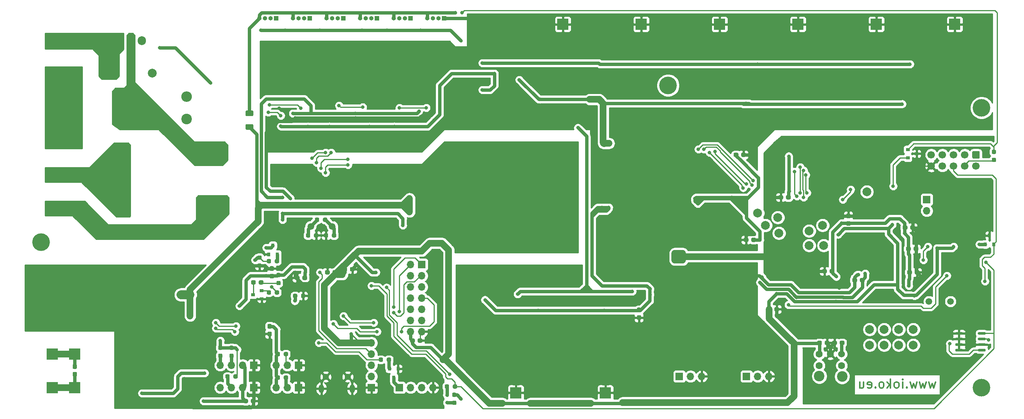
<source format=gbl>
G04 #@! TF.GenerationSoftware,KiCad,Pcbnew,5.1.7-a382d34a8~88~ubuntu18.04.1*
G04 #@! TF.CreationDate,2021-06-16T01:22:40+03:00*
G04 #@! TF.ProjectId,controller,636f6e74-726f-46c6-9c65-722e6b696361,rev?*
G04 #@! TF.SameCoordinates,Original*
G04 #@! TF.FileFunction,Copper,L2,Bot*
G04 #@! TF.FilePolarity,Positive*
%FSLAX46Y46*%
G04 Gerber Fmt 4.6, Leading zero omitted, Abs format (unit mm)*
G04 Created by KiCad (PCBNEW 5.1.7-a382d34a8~88~ubuntu18.04.1) date 2021-06-16 01:22:40*
%MOMM*%
%LPD*%
G01*
G04 APERTURE LIST*
G04 #@! TA.AperFunction,NonConductor*
%ADD10C,0.300000*%
G04 #@! TD*
G04 #@! TA.AperFunction,SMDPad,CuDef*
%ADD11R,0.800000X0.900000*%
G04 #@! TD*
G04 #@! TA.AperFunction,ComponentPad*
%ADD12C,2.000000*%
G04 #@! TD*
G04 #@! TA.AperFunction,ComponentPad*
%ADD13R,1.700000X1.700000*%
G04 #@! TD*
G04 #@! TA.AperFunction,ComponentPad*
%ADD14O,1.700000X1.700000*%
G04 #@! TD*
G04 #@! TA.AperFunction,ComponentPad*
%ADD15C,1.700000*%
G04 #@! TD*
G04 #@! TA.AperFunction,ComponentPad*
%ADD16C,3.000000*%
G04 #@! TD*
G04 #@! TA.AperFunction,ComponentPad*
%ADD17R,2.500000X2.500000*%
G04 #@! TD*
G04 #@! TA.AperFunction,ComponentPad*
%ADD18C,1.500000*%
G04 #@! TD*
G04 #@! TA.AperFunction,ComponentPad*
%ADD19R,1.905000X2.000000*%
G04 #@! TD*
G04 #@! TA.AperFunction,ComponentPad*
%ADD20O,1.905000X2.000000*%
G04 #@! TD*
G04 #@! TA.AperFunction,ComponentPad*
%ADD21O,2.400000X2.400000*%
G04 #@! TD*
G04 #@! TA.AperFunction,ComponentPad*
%ADD22C,2.400000*%
G04 #@! TD*
G04 #@! TA.AperFunction,ComponentPad*
%ADD23O,1.000000X1.000000*%
G04 #@! TD*
G04 #@! TA.AperFunction,ComponentPad*
%ADD24R,1.000000X1.000000*%
G04 #@! TD*
G04 #@! TA.AperFunction,ComponentPad*
%ADD25C,1.450000*%
G04 #@! TD*
G04 #@! TA.AperFunction,ComponentPad*
%ADD26O,1.200000X1.900000*%
G04 #@! TD*
G04 #@! TA.AperFunction,SMDPad,CuDef*
%ADD27R,0.900000X0.800000*%
G04 #@! TD*
G04 #@! TA.AperFunction,ComponentPad*
%ADD28C,1.524000*%
G04 #@! TD*
G04 #@! TA.AperFunction,ComponentPad*
%ADD29C,1.600000*%
G04 #@! TD*
G04 #@! TA.AperFunction,ViaPad*
%ADD30C,4.000000*%
G04 #@! TD*
G04 #@! TA.AperFunction,ViaPad*
%ADD31C,0.800000*%
G04 #@! TD*
G04 #@! TA.AperFunction,Conductor*
%ADD32C,0.250000*%
G04 #@! TD*
G04 #@! TA.AperFunction,Conductor*
%ADD33C,0.762000*%
G04 #@! TD*
G04 #@! TA.AperFunction,Conductor*
%ADD34C,0.254000*%
G04 #@! TD*
G04 #@! TA.AperFunction,Conductor*
%ADD35C,1.524000*%
G04 #@! TD*
G04 #@! TA.AperFunction,Conductor*
%ADD36C,2.032000*%
G04 #@! TD*
G04 #@! TA.AperFunction,Conductor*
%ADD37C,0.100000*%
G04 #@! TD*
G04 APERTURE END LIST*
D10*
X225735066Y-128273228D02*
X225354114Y-129606561D01*
X224973161Y-128654180D01*
X224592209Y-129606561D01*
X224211257Y-128273228D01*
X223639828Y-128273228D02*
X223258876Y-129606561D01*
X222877923Y-128654180D01*
X222496971Y-129606561D01*
X222116019Y-128273228D01*
X221544590Y-128273228D02*
X221163638Y-129606561D01*
X220782685Y-128654180D01*
X220401733Y-129606561D01*
X220020780Y-128273228D01*
X219258876Y-129416085D02*
X219163638Y-129511323D01*
X219258876Y-129606561D01*
X219354114Y-129511323D01*
X219258876Y-129416085D01*
X219258876Y-129606561D01*
X218306495Y-129606561D02*
X218306495Y-128273228D01*
X218306495Y-127606561D02*
X218401733Y-127701800D01*
X218306495Y-127797038D01*
X218211257Y-127701800D01*
X218306495Y-127606561D01*
X218306495Y-127797038D01*
X217068400Y-129606561D02*
X217258876Y-129511323D01*
X217354114Y-129416085D01*
X217449352Y-129225609D01*
X217449352Y-128654180D01*
X217354114Y-128463704D01*
X217258876Y-128368466D01*
X217068400Y-128273228D01*
X216782685Y-128273228D01*
X216592209Y-128368466D01*
X216496971Y-128463704D01*
X216401733Y-128654180D01*
X216401733Y-129225609D01*
X216496971Y-129416085D01*
X216592209Y-129511323D01*
X216782685Y-129606561D01*
X217068400Y-129606561D01*
X215544590Y-129606561D02*
X215544590Y-127606561D01*
X215354114Y-128844657D02*
X214782685Y-129606561D01*
X214782685Y-128273228D02*
X215544590Y-129035133D01*
X213639828Y-129606561D02*
X213830304Y-129511323D01*
X213925542Y-129416085D01*
X214020780Y-129225609D01*
X214020780Y-128654180D01*
X213925542Y-128463704D01*
X213830304Y-128368466D01*
X213639828Y-128273228D01*
X213354114Y-128273228D01*
X213163638Y-128368466D01*
X213068400Y-128463704D01*
X212973161Y-128654180D01*
X212973161Y-129225609D01*
X213068400Y-129416085D01*
X213163638Y-129511323D01*
X213354114Y-129606561D01*
X213639828Y-129606561D01*
X212116019Y-129416085D02*
X212020780Y-129511323D01*
X212116019Y-129606561D01*
X212211257Y-129511323D01*
X212116019Y-129416085D01*
X212116019Y-129606561D01*
X210401733Y-129511323D02*
X210592209Y-129606561D01*
X210973161Y-129606561D01*
X211163638Y-129511323D01*
X211258876Y-129320847D01*
X211258876Y-128558942D01*
X211163638Y-128368466D01*
X210973161Y-128273228D01*
X210592209Y-128273228D01*
X210401733Y-128368466D01*
X210306495Y-128558942D01*
X210306495Y-128749419D01*
X211258876Y-128939895D01*
X208592209Y-128273228D02*
X208592209Y-129606561D01*
X209449352Y-128273228D02*
X209449352Y-129320847D01*
X209354114Y-129511323D01*
X209163638Y-129606561D01*
X208877923Y-129606561D01*
X208687447Y-129511323D01*
X208592209Y-129416085D01*
D11*
X237998000Y-95012000D03*
X237048000Y-97012000D03*
X238948000Y-97012000D03*
G04 #@! TA.AperFunction,SMDPad,CuDef*
G36*
G01*
X72627500Y-102341500D02*
X72152500Y-102341500D01*
G75*
G02*
X71915000Y-102104000I0J237500D01*
G01*
X71915000Y-101604000D01*
G75*
G02*
X72152500Y-101366500I237500J0D01*
G01*
X72627500Y-101366500D01*
G75*
G02*
X72865000Y-101604000I0J-237500D01*
G01*
X72865000Y-102104000D01*
G75*
G02*
X72627500Y-102341500I-237500J0D01*
G01*
G37*
G04 #@! TD.AperFunction*
G04 #@! TA.AperFunction,SMDPad,CuDef*
G36*
G01*
X72627500Y-100516500D02*
X72152500Y-100516500D01*
G75*
G02*
X71915000Y-100279000I0J237500D01*
G01*
X71915000Y-99779000D01*
G75*
G02*
X72152500Y-99541500I237500J0D01*
G01*
X72627500Y-99541500D01*
G75*
G02*
X72865000Y-99779000I0J-237500D01*
G01*
X72865000Y-100279000D01*
G75*
G02*
X72627500Y-100516500I-237500J0D01*
G01*
G37*
G04 #@! TD.AperFunction*
G04 #@! TA.AperFunction,SMDPad,CuDef*
G36*
G01*
X70729001Y-71034000D02*
X69478999Y-71034000D01*
G75*
G02*
X69229000Y-70784001I0J249999D01*
G01*
X69229000Y-69983999D01*
G75*
G02*
X69478999Y-69734000I249999J0D01*
G01*
X70729001Y-69734000D01*
G75*
G02*
X70979000Y-69983999I0J-249999D01*
G01*
X70979000Y-70784001D01*
G75*
G02*
X70729001Y-71034000I-249999J0D01*
G01*
G37*
G04 #@! TD.AperFunction*
G04 #@! TA.AperFunction,SMDPad,CuDef*
G36*
G01*
X70729001Y-67934000D02*
X69478999Y-67934000D01*
G75*
G02*
X69229000Y-67684001I0J249999D01*
G01*
X69229000Y-66883999D01*
G75*
G02*
X69478999Y-66634000I249999J0D01*
G01*
X70729001Y-66634000D01*
G75*
G02*
X70979000Y-66883999I0J-249999D01*
G01*
X70979000Y-67684001D01*
G75*
G02*
X70729001Y-67934000I-249999J0D01*
G01*
G37*
G04 #@! TD.AperFunction*
X102870000Y-127238000D03*
X103820000Y-125238000D03*
X101920000Y-125238000D03*
D12*
X200406000Y-97282000D03*
D13*
X223774000Y-86868000D03*
D14*
X223774000Y-89408000D03*
G04 #@! TA.AperFunction,ComponentPad*
G36*
G01*
X234350000Y-75858000D02*
X235550000Y-75858000D01*
G75*
G02*
X235800000Y-76108000I0J-250000D01*
G01*
X235800000Y-77308000D01*
G75*
G02*
X235550000Y-77558000I-250000J0D01*
G01*
X234350000Y-77558000D01*
G75*
G02*
X234100000Y-77308000I0J250000D01*
G01*
X234100000Y-76108000D01*
G75*
G02*
X234350000Y-75858000I250000J0D01*
G01*
G37*
G04 #@! TD.AperFunction*
D15*
X232410000Y-76708000D03*
X229870000Y-76708000D03*
X227330000Y-76708000D03*
X224790000Y-76708000D03*
X234950000Y-79248000D03*
X232410000Y-79248000D03*
X229870000Y-79248000D03*
X227330000Y-79248000D03*
X224790000Y-79248000D03*
D14*
X76200000Y-129540000D03*
X78740000Y-129540000D03*
D13*
X81280000Y-129540000D03*
G04 #@! TA.AperFunction,SMDPad,CuDef*
G36*
G01*
X81808500Y-108949500D02*
X81808500Y-108474500D01*
G75*
G02*
X82046000Y-108237000I237500J0D01*
G01*
X82546000Y-108237000D01*
G75*
G02*
X82783500Y-108474500I0J-237500D01*
G01*
X82783500Y-108949500D01*
G75*
G02*
X82546000Y-109187000I-237500J0D01*
G01*
X82046000Y-109187000D01*
G75*
G02*
X81808500Y-108949500I0J237500D01*
G01*
G37*
G04 #@! TD.AperFunction*
G04 #@! TA.AperFunction,SMDPad,CuDef*
G36*
G01*
X79983500Y-108949500D02*
X79983500Y-108474500D01*
G75*
G02*
X80221000Y-108237000I237500J0D01*
G01*
X80721000Y-108237000D01*
G75*
G02*
X80958500Y-108474500I0J-237500D01*
G01*
X80958500Y-108949500D01*
G75*
G02*
X80721000Y-109187000I-237500J0D01*
G01*
X80221000Y-109187000D01*
G75*
G02*
X79983500Y-108949500I0J237500D01*
G01*
G37*
G04 #@! TD.AperFunction*
G04 #@! TA.AperFunction,SMDPad,CuDef*
G36*
G01*
X76070000Y-122157500D02*
X76070000Y-121682500D01*
G75*
G02*
X76307500Y-121445000I237500J0D01*
G01*
X76807500Y-121445000D01*
G75*
G02*
X77045000Y-121682500I0J-237500D01*
G01*
X77045000Y-122157500D01*
G75*
G02*
X76807500Y-122395000I-237500J0D01*
G01*
X76307500Y-122395000D01*
G75*
G02*
X76070000Y-122157500I0J237500D01*
G01*
G37*
G04 #@! TD.AperFunction*
G04 #@! TA.AperFunction,SMDPad,CuDef*
G36*
G01*
X77895000Y-122157500D02*
X77895000Y-121682500D01*
G75*
G02*
X78132500Y-121445000I237500J0D01*
G01*
X78632500Y-121445000D01*
G75*
G02*
X78870000Y-121682500I0J-237500D01*
G01*
X78870000Y-122157500D01*
G75*
G02*
X78632500Y-122395000I-237500J0D01*
G01*
X78132500Y-122395000D01*
G75*
G02*
X77895000Y-122157500I0J237500D01*
G01*
G37*
G04 #@! TD.AperFunction*
G04 #@! TA.AperFunction,SMDPad,CuDef*
G36*
G01*
X77895000Y-127491500D02*
X77895000Y-127016500D01*
G75*
G02*
X78132500Y-126779000I237500J0D01*
G01*
X78632500Y-126779000D01*
G75*
G02*
X78870000Y-127016500I0J-237500D01*
G01*
X78870000Y-127491500D01*
G75*
G02*
X78632500Y-127729000I-237500J0D01*
G01*
X78132500Y-127729000D01*
G75*
G02*
X77895000Y-127491500I0J237500D01*
G01*
G37*
G04 #@! TD.AperFunction*
G04 #@! TA.AperFunction,SMDPad,CuDef*
G36*
G01*
X76070000Y-127491500D02*
X76070000Y-127016500D01*
G75*
G02*
X76307500Y-126779000I237500J0D01*
G01*
X76807500Y-126779000D01*
G75*
G02*
X77045000Y-127016500I0J-237500D01*
G01*
X77045000Y-127491500D01*
G75*
G02*
X76807500Y-127729000I-237500J0D01*
G01*
X76307500Y-127729000D01*
G75*
G02*
X76070000Y-127491500I0J237500D01*
G01*
G37*
G04 #@! TD.AperFunction*
G04 #@! TA.AperFunction,SMDPad,CuDef*
G36*
G01*
X158258500Y-111376000D02*
X158733500Y-111376000D01*
G75*
G02*
X158971000Y-111613500I0J-237500D01*
G01*
X158971000Y-112213500D01*
G75*
G02*
X158733500Y-112451000I-237500J0D01*
G01*
X158258500Y-112451000D01*
G75*
G02*
X158021000Y-112213500I0J237500D01*
G01*
X158021000Y-111613500D01*
G75*
G02*
X158258500Y-111376000I237500J0D01*
G01*
G37*
G04 #@! TD.AperFunction*
G04 #@! TA.AperFunction,SMDPad,CuDef*
G36*
G01*
X158258500Y-113101000D02*
X158733500Y-113101000D01*
G75*
G02*
X158971000Y-113338500I0J-237500D01*
G01*
X158971000Y-113938500D01*
G75*
G02*
X158733500Y-114176000I-237500J0D01*
G01*
X158258500Y-114176000D01*
G75*
G02*
X158021000Y-113938500I0J237500D01*
G01*
X158021000Y-113338500D01*
G75*
G02*
X158258500Y-113101000I237500J0D01*
G01*
G37*
G04 #@! TD.AperFunction*
G04 #@! TA.AperFunction,SMDPad,CuDef*
G36*
G01*
X187475500Y-111997500D02*
X187475500Y-111522500D01*
G75*
G02*
X187713000Y-111285000I237500J0D01*
G01*
X188313000Y-111285000D01*
G75*
G02*
X188550500Y-111522500I0J-237500D01*
G01*
X188550500Y-111997500D01*
G75*
G02*
X188313000Y-112235000I-237500J0D01*
G01*
X187713000Y-112235000D01*
G75*
G02*
X187475500Y-111997500I0J237500D01*
G01*
G37*
G04 #@! TD.AperFunction*
G04 #@! TA.AperFunction,SMDPad,CuDef*
G36*
G01*
X189200500Y-111997500D02*
X189200500Y-111522500D01*
G75*
G02*
X189438000Y-111285000I237500J0D01*
G01*
X190038000Y-111285000D01*
G75*
G02*
X190275500Y-111522500I0J-237500D01*
G01*
X190275500Y-111997500D01*
G75*
G02*
X190038000Y-112235000I-237500J0D01*
G01*
X189438000Y-112235000D01*
G75*
G02*
X189200500Y-111997500I0J237500D01*
G01*
G37*
G04 #@! TD.AperFunction*
G04 #@! TA.AperFunction,SMDPad,CuDef*
G36*
G01*
X238776500Y-77387000D02*
X239251500Y-77387000D01*
G75*
G02*
X239489000Y-77624500I0J-237500D01*
G01*
X239489000Y-78124500D01*
G75*
G02*
X239251500Y-78362000I-237500J0D01*
G01*
X238776500Y-78362000D01*
G75*
G02*
X238539000Y-78124500I0J237500D01*
G01*
X238539000Y-77624500D01*
G75*
G02*
X238776500Y-77387000I237500J0D01*
G01*
G37*
G04 #@! TD.AperFunction*
G04 #@! TA.AperFunction,SMDPad,CuDef*
G36*
G01*
X238776500Y-75562000D02*
X239251500Y-75562000D01*
G75*
G02*
X239489000Y-75799500I0J-237500D01*
G01*
X239489000Y-76299500D01*
G75*
G02*
X239251500Y-76537000I-237500J0D01*
G01*
X238776500Y-76537000D01*
G75*
G02*
X238539000Y-76299500I0J237500D01*
G01*
X238539000Y-75799500D01*
G75*
G02*
X238776500Y-75562000I237500J0D01*
G01*
G37*
G04 #@! TD.AperFunction*
D16*
X40640000Y-88900000D03*
X63140000Y-88900000D03*
X63140000Y-76200000D03*
X40640000Y-76200000D03*
D17*
X30480000Y-81280000D03*
X25400000Y-81280000D03*
X25400000Y-58420000D03*
X30480000Y-58420000D03*
X30480000Y-88900000D03*
X25400000Y-88900000D03*
X30480000Y-73660000D03*
X25400000Y-73660000D03*
X25400000Y-50800000D03*
X30480000Y-50800000D03*
X30480000Y-66040000D03*
X25400000Y-66040000D03*
X30480000Y-121920000D03*
X25400000Y-121920000D03*
X25400000Y-129540000D03*
X30480000Y-129540000D03*
D18*
X224282000Y-109982000D03*
X229162000Y-109982000D03*
G04 #@! TA.AperFunction,SMDPad,CuDef*
G36*
G01*
X30242500Y-125954500D02*
X30717500Y-125954500D01*
G75*
G02*
X30955000Y-126192000I0J-237500D01*
G01*
X30955000Y-126792000D01*
G75*
G02*
X30717500Y-127029500I-237500J0D01*
G01*
X30242500Y-127029500D01*
G75*
G02*
X30005000Y-126792000I0J237500D01*
G01*
X30005000Y-126192000D01*
G75*
G02*
X30242500Y-125954500I237500J0D01*
G01*
G37*
G04 #@! TD.AperFunction*
G04 #@! TA.AperFunction,SMDPad,CuDef*
G36*
G01*
X30242500Y-124229500D02*
X30717500Y-124229500D01*
G75*
G02*
X30955000Y-124467000I0J-237500D01*
G01*
X30955000Y-125067000D01*
G75*
G02*
X30717500Y-125304500I-237500J0D01*
G01*
X30242500Y-125304500D01*
G75*
G02*
X30005000Y-125067000I0J237500D01*
G01*
X30005000Y-124467000D01*
G75*
G02*
X30242500Y-124229500I237500J0D01*
G01*
G37*
G04 #@! TD.AperFunction*
D12*
X48100000Y-58166000D03*
X38100000Y-58166000D03*
D19*
X40640000Y-50800000D03*
D20*
X43180000Y-50800000D03*
X45720000Y-50800000D03*
D21*
X55880000Y-63500000D03*
D22*
X40640000Y-63500000D03*
X55880000Y-68580000D03*
D21*
X40640000Y-68580000D03*
D17*
X150876000Y-130714000D03*
X130556000Y-130714000D03*
X159004000Y-47086000D03*
X141224000Y-47086000D03*
X230124000Y-47086000D03*
X212344000Y-47086000D03*
X194564000Y-47086000D03*
X176784000Y-47086000D03*
D23*
X110490000Y-45720000D03*
X111760000Y-45720000D03*
X113030000Y-45720000D03*
D24*
X114300000Y-45720000D03*
D14*
X172720000Y-127000000D03*
X170180000Y-127000000D03*
D13*
X167640000Y-127000000D03*
X182880000Y-127000000D03*
D14*
X185420000Y-127000000D03*
X187960000Y-127000000D03*
D13*
X71120000Y-129540000D03*
D14*
X68580000Y-129540000D03*
X66040000Y-129540000D03*
X63500000Y-129540000D03*
X63500000Y-124460000D03*
X66040000Y-124460000D03*
X68580000Y-124460000D03*
D13*
X71120000Y-124460000D03*
X104140000Y-129540000D03*
D14*
X106680000Y-129540000D03*
X109220000Y-129540000D03*
X111760000Y-129540000D03*
D24*
X106680000Y-45720000D03*
D23*
X105410000Y-45720000D03*
X104140000Y-45720000D03*
X102870000Y-45720000D03*
X95250000Y-45720000D03*
X96520000Y-45720000D03*
X97790000Y-45720000D03*
D24*
X99060000Y-45720000D03*
X91440000Y-45720000D03*
D23*
X90170000Y-45720000D03*
X88900000Y-45720000D03*
X87630000Y-45720000D03*
D24*
X83820000Y-45720000D03*
D23*
X82550000Y-45720000D03*
X81280000Y-45720000D03*
X80010000Y-45720000D03*
X72390000Y-45720000D03*
X73660000Y-45720000D03*
X74930000Y-45720000D03*
D24*
X76200000Y-45720000D03*
G04 #@! TA.AperFunction,SMDPad,CuDef*
G36*
G01*
X102238000Y-122952500D02*
X102238000Y-123427500D01*
G75*
G02*
X102000500Y-123665000I-237500J0D01*
G01*
X101500500Y-123665000D01*
G75*
G02*
X101263000Y-123427500I0J237500D01*
G01*
X101263000Y-122952500D01*
G75*
G02*
X101500500Y-122715000I237500J0D01*
G01*
X102000500Y-122715000D01*
G75*
G02*
X102238000Y-122952500I0J-237500D01*
G01*
G37*
G04 #@! TD.AperFunction*
G04 #@! TA.AperFunction,SMDPad,CuDef*
G36*
G01*
X100413000Y-122952500D02*
X100413000Y-123427500D01*
G75*
G02*
X100175500Y-123665000I-237500J0D01*
G01*
X99675500Y-123665000D01*
G75*
G02*
X99438000Y-123427500I0J237500D01*
G01*
X99438000Y-122952500D01*
G75*
G02*
X99675500Y-122715000I237500J0D01*
G01*
X100175500Y-122715000D01*
G75*
G02*
X100413000Y-122952500I0J-237500D01*
G01*
G37*
G04 #@! TD.AperFunction*
G04 #@! TA.AperFunction,SMDPad,CuDef*
G36*
G01*
X64640000Y-127237500D02*
X64640000Y-126762500D01*
G75*
G02*
X64877500Y-126525000I237500J0D01*
G01*
X65377500Y-126525000D01*
G75*
G02*
X65615000Y-126762500I0J-237500D01*
G01*
X65615000Y-127237500D01*
G75*
G02*
X65377500Y-127475000I-237500J0D01*
G01*
X64877500Y-127475000D01*
G75*
G02*
X64640000Y-127237500I0J237500D01*
G01*
G37*
G04 #@! TD.AperFunction*
G04 #@! TA.AperFunction,SMDPad,CuDef*
G36*
G01*
X66465000Y-127237500D02*
X66465000Y-126762500D01*
G75*
G02*
X66702500Y-126525000I237500J0D01*
G01*
X67202500Y-126525000D01*
G75*
G02*
X67440000Y-126762500I0J-237500D01*
G01*
X67440000Y-127237500D01*
G75*
G02*
X67202500Y-127475000I-237500J0D01*
G01*
X66702500Y-127475000D01*
G75*
G02*
X66465000Y-127237500I0J237500D01*
G01*
G37*
G04 #@! TD.AperFunction*
G04 #@! TA.AperFunction,SMDPad,CuDef*
G36*
G01*
X66277500Y-120987000D02*
X65802500Y-120987000D01*
G75*
G02*
X65565000Y-120749500I0J237500D01*
G01*
X65565000Y-120249500D01*
G75*
G02*
X65802500Y-120012000I237500J0D01*
G01*
X66277500Y-120012000D01*
G75*
G02*
X66515000Y-120249500I0J-237500D01*
G01*
X66515000Y-120749500D01*
G75*
G02*
X66277500Y-120987000I-237500J0D01*
G01*
G37*
G04 #@! TD.AperFunction*
G04 #@! TA.AperFunction,SMDPad,CuDef*
G36*
G01*
X66277500Y-122812000D02*
X65802500Y-122812000D01*
G75*
G02*
X65565000Y-122574500I0J237500D01*
G01*
X65565000Y-122074500D01*
G75*
G02*
X65802500Y-121837000I237500J0D01*
G01*
X66277500Y-121837000D01*
G75*
G02*
X66515000Y-122074500I0J-237500D01*
G01*
X66515000Y-122574500D01*
G75*
G02*
X66277500Y-122812000I-237500J0D01*
G01*
G37*
G04 #@! TD.AperFunction*
G04 #@! TA.AperFunction,SMDPad,CuDef*
G36*
G01*
X63737500Y-122812000D02*
X63262500Y-122812000D01*
G75*
G02*
X63025000Y-122574500I0J237500D01*
G01*
X63025000Y-122074500D01*
G75*
G02*
X63262500Y-121837000I237500J0D01*
G01*
X63737500Y-121837000D01*
G75*
G02*
X63975000Y-122074500I0J-237500D01*
G01*
X63975000Y-122574500D01*
G75*
G02*
X63737500Y-122812000I-237500J0D01*
G01*
G37*
G04 #@! TD.AperFunction*
G04 #@! TA.AperFunction,SMDPad,CuDef*
G36*
G01*
X63737500Y-120987000D02*
X63262500Y-120987000D01*
G75*
G02*
X63025000Y-120749500I0J237500D01*
G01*
X63025000Y-120249500D01*
G75*
G02*
X63262500Y-120012000I237500J0D01*
G01*
X63737500Y-120012000D01*
G75*
G02*
X63975000Y-120249500I0J-237500D01*
G01*
X63975000Y-120749500D01*
G75*
G02*
X63737500Y-120987000I-237500J0D01*
G01*
G37*
G04 #@! TD.AperFunction*
G04 #@! TA.AperFunction,SMDPad,CuDef*
G36*
G01*
X75421500Y-103053000D02*
X74946500Y-103053000D01*
G75*
G02*
X74709000Y-102815500I0J237500D01*
G01*
X74709000Y-102215500D01*
G75*
G02*
X74946500Y-101978000I237500J0D01*
G01*
X75421500Y-101978000D01*
G75*
G02*
X75659000Y-102215500I0J-237500D01*
G01*
X75659000Y-102815500D01*
G75*
G02*
X75421500Y-103053000I-237500J0D01*
G01*
G37*
G04 #@! TD.AperFunction*
G04 #@! TA.AperFunction,SMDPad,CuDef*
G36*
G01*
X75421500Y-104778000D02*
X74946500Y-104778000D01*
G75*
G02*
X74709000Y-104540500I0J237500D01*
G01*
X74709000Y-103940500D01*
G75*
G02*
X74946500Y-103703000I237500J0D01*
G01*
X75421500Y-103703000D01*
G75*
G02*
X75659000Y-103940500I0J-237500D01*
G01*
X75659000Y-104540500D01*
G75*
G02*
X75421500Y-104778000I-237500J0D01*
G01*
G37*
G04 #@! TD.AperFunction*
G04 #@! TA.AperFunction,SMDPad,CuDef*
G36*
G01*
X202822000Y-102886500D02*
X202822000Y-103361500D01*
G75*
G02*
X202584500Y-103599000I-237500J0D01*
G01*
X201984500Y-103599000D01*
G75*
G02*
X201747000Y-103361500I0J237500D01*
G01*
X201747000Y-102886500D01*
G75*
G02*
X201984500Y-102649000I237500J0D01*
G01*
X202584500Y-102649000D01*
G75*
G02*
X202822000Y-102886500I0J-237500D01*
G01*
G37*
G04 #@! TD.AperFunction*
G04 #@! TA.AperFunction,SMDPad,CuDef*
G36*
G01*
X201097000Y-102886500D02*
X201097000Y-103361500D01*
G75*
G02*
X200859500Y-103599000I-237500J0D01*
G01*
X200259500Y-103599000D01*
G75*
G02*
X200022000Y-103361500I0J237500D01*
G01*
X200022000Y-102886500D01*
G75*
G02*
X200259500Y-102649000I237500J0D01*
G01*
X200859500Y-102649000D01*
G75*
G02*
X201097000Y-102886500I0J-237500D01*
G01*
G37*
G04 #@! TD.AperFunction*
G04 #@! TA.AperFunction,SMDPad,CuDef*
G36*
G01*
X220797000Y-98281500D02*
X220797000Y-97806500D01*
G75*
G02*
X221034500Y-97569000I237500J0D01*
G01*
X221634500Y-97569000D01*
G75*
G02*
X221872000Y-97806500I0J-237500D01*
G01*
X221872000Y-98281500D01*
G75*
G02*
X221634500Y-98519000I-237500J0D01*
G01*
X221034500Y-98519000D01*
G75*
G02*
X220797000Y-98281500I0J237500D01*
G01*
G37*
G04 #@! TD.AperFunction*
G04 #@! TA.AperFunction,SMDPad,CuDef*
G36*
G01*
X219072000Y-98281500D02*
X219072000Y-97806500D01*
G75*
G02*
X219309500Y-97569000I237500J0D01*
G01*
X219909500Y-97569000D01*
G75*
G02*
X220147000Y-97806500I0J-237500D01*
G01*
X220147000Y-98281500D01*
G75*
G02*
X219909500Y-98519000I-237500J0D01*
G01*
X219309500Y-98519000D01*
G75*
G02*
X219072000Y-98281500I0J237500D01*
G01*
G37*
G04 #@! TD.AperFunction*
G04 #@! TA.AperFunction,SMDPad,CuDef*
G36*
G01*
X220035000Y-93455500D02*
X220035000Y-92980500D01*
G75*
G02*
X220272500Y-92743000I237500J0D01*
G01*
X220872500Y-92743000D01*
G75*
G02*
X221110000Y-92980500I0J-237500D01*
G01*
X221110000Y-93455500D01*
G75*
G02*
X220872500Y-93693000I-237500J0D01*
G01*
X220272500Y-93693000D01*
G75*
G02*
X220035000Y-93455500I0J237500D01*
G01*
G37*
G04 #@! TD.AperFunction*
G04 #@! TA.AperFunction,SMDPad,CuDef*
G36*
G01*
X218310000Y-93455500D02*
X218310000Y-92980500D01*
G75*
G02*
X218547500Y-92743000I237500J0D01*
G01*
X219147500Y-92743000D01*
G75*
G02*
X219385000Y-92980500I0J-237500D01*
G01*
X219385000Y-93455500D01*
G75*
G02*
X219147500Y-93693000I-237500J0D01*
G01*
X218547500Y-93693000D01*
G75*
G02*
X218310000Y-93455500I0J237500D01*
G01*
G37*
G04 #@! TD.AperFunction*
G04 #@! TA.AperFunction,SMDPad,CuDef*
G36*
G01*
X219326000Y-103615500D02*
X219326000Y-103140500D01*
G75*
G02*
X219563500Y-102903000I237500J0D01*
G01*
X220163500Y-102903000D01*
G75*
G02*
X220401000Y-103140500I0J-237500D01*
G01*
X220401000Y-103615500D01*
G75*
G02*
X220163500Y-103853000I-237500J0D01*
G01*
X219563500Y-103853000D01*
G75*
G02*
X219326000Y-103615500I0J237500D01*
G01*
G37*
G04 #@! TD.AperFunction*
G04 #@! TA.AperFunction,SMDPad,CuDef*
G36*
G01*
X221051000Y-103615500D02*
X221051000Y-103140500D01*
G75*
G02*
X221288500Y-102903000I237500J0D01*
G01*
X221888500Y-102903000D01*
G75*
G02*
X222126000Y-103140500I0J-237500D01*
G01*
X222126000Y-103615500D01*
G75*
G02*
X221888500Y-103853000I-237500J0D01*
G01*
X221288500Y-103853000D01*
G75*
G02*
X221051000Y-103615500I0J237500D01*
G01*
G37*
G04 #@! TD.AperFunction*
G04 #@! TA.AperFunction,SMDPad,CuDef*
G36*
G01*
X206231500Y-91115000D02*
X205756500Y-91115000D01*
G75*
G02*
X205519000Y-90877500I0J237500D01*
G01*
X205519000Y-90277500D01*
G75*
G02*
X205756500Y-90040000I237500J0D01*
G01*
X206231500Y-90040000D01*
G75*
G02*
X206469000Y-90277500I0J-237500D01*
G01*
X206469000Y-90877500D01*
G75*
G02*
X206231500Y-91115000I-237500J0D01*
G01*
G37*
G04 #@! TD.AperFunction*
G04 #@! TA.AperFunction,SMDPad,CuDef*
G36*
G01*
X206231500Y-92840000D02*
X205756500Y-92840000D01*
G75*
G02*
X205519000Y-92602500I0J237500D01*
G01*
X205519000Y-92002500D01*
G75*
G02*
X205756500Y-91765000I237500J0D01*
G01*
X206231500Y-91765000D01*
G75*
G02*
X206469000Y-92002500I0J-237500D01*
G01*
X206469000Y-92602500D01*
G75*
G02*
X206231500Y-92840000I-237500J0D01*
G01*
G37*
G04 #@! TD.AperFunction*
G04 #@! TA.AperFunction,SMDPad,CuDef*
G36*
G01*
X87967000Y-94758500D02*
X87967000Y-95233500D01*
G75*
G02*
X87729500Y-95471000I-237500J0D01*
G01*
X87229500Y-95471000D01*
G75*
G02*
X86992000Y-95233500I0J237500D01*
G01*
X86992000Y-94758500D01*
G75*
G02*
X87229500Y-94521000I237500J0D01*
G01*
X87729500Y-94521000D01*
G75*
G02*
X87967000Y-94758500I0J-237500D01*
G01*
G37*
G04 #@! TD.AperFunction*
G04 #@! TA.AperFunction,SMDPad,CuDef*
G36*
G01*
X89792000Y-94758500D02*
X89792000Y-95233500D01*
G75*
G02*
X89554500Y-95471000I-237500J0D01*
G01*
X89054500Y-95471000D01*
G75*
G02*
X88817000Y-95233500I0J237500D01*
G01*
X88817000Y-94758500D01*
G75*
G02*
X89054500Y-94521000I237500J0D01*
G01*
X89554500Y-94521000D01*
G75*
G02*
X89792000Y-94758500I0J-237500D01*
G01*
G37*
G04 #@! TD.AperFunction*
G04 #@! TA.AperFunction,SMDPad,CuDef*
G36*
G01*
X82928000Y-95233500D02*
X82928000Y-94758500D01*
G75*
G02*
X83165500Y-94521000I237500J0D01*
G01*
X83665500Y-94521000D01*
G75*
G02*
X83903000Y-94758500I0J-237500D01*
G01*
X83903000Y-95233500D01*
G75*
G02*
X83665500Y-95471000I-237500J0D01*
G01*
X83165500Y-95471000D01*
G75*
G02*
X82928000Y-95233500I0J237500D01*
G01*
G37*
G04 #@! TD.AperFunction*
G04 #@! TA.AperFunction,SMDPad,CuDef*
G36*
G01*
X84753000Y-95233500D02*
X84753000Y-94758500D01*
G75*
G02*
X84990500Y-94521000I237500J0D01*
G01*
X85490500Y-94521000D01*
G75*
G02*
X85728000Y-94758500I0J-237500D01*
G01*
X85728000Y-95233500D01*
G75*
G02*
X85490500Y-95471000I-237500J0D01*
G01*
X84990500Y-95471000D01*
G75*
G02*
X84753000Y-95233500I0J237500D01*
G01*
G37*
G04 #@! TD.AperFunction*
D12*
X210820000Y-119888000D03*
X210820000Y-116332000D03*
X214122000Y-119888000D03*
X214122000Y-116332000D03*
X217424000Y-119888000D03*
X217424000Y-116332000D03*
X220726000Y-119888000D03*
X220726000Y-116332000D03*
X210185000Y-85090000D03*
X200152000Y-92710000D03*
X197104000Y-93980000D03*
X197104000Y-97282000D03*
D13*
X109220000Y-101600000D03*
D14*
X106680000Y-101600000D03*
X109220000Y-104140000D03*
X106680000Y-104140000D03*
X109220000Y-106680000D03*
X106680000Y-106680000D03*
X109220000Y-109220000D03*
X106680000Y-109220000D03*
X109220000Y-111760000D03*
X106680000Y-111760000D03*
X109220000Y-114300000D03*
X106680000Y-114300000D03*
X109220000Y-116840000D03*
X106680000Y-116840000D03*
D13*
X81280000Y-124460000D03*
D14*
X78740000Y-124460000D03*
X76200000Y-124460000D03*
D12*
X185420000Y-89916000D03*
X187198000Y-92710000D03*
X190246000Y-94488000D03*
X189992000Y-90932000D03*
G04 #@! TA.AperFunction,SMDPad,CuDef*
G36*
G01*
X87760000Y-91202500D02*
X87760000Y-91677500D01*
G75*
G02*
X87522500Y-91915000I-237500J0D01*
G01*
X87022500Y-91915000D01*
G75*
G02*
X86785000Y-91677500I0J237500D01*
G01*
X86785000Y-91202500D01*
G75*
G02*
X87022500Y-90965000I237500J0D01*
G01*
X87522500Y-90965000D01*
G75*
G02*
X87760000Y-91202500I0J-237500D01*
G01*
G37*
G04 #@! TD.AperFunction*
G04 #@! TA.AperFunction,SMDPad,CuDef*
G36*
G01*
X85935000Y-91202500D02*
X85935000Y-91677500D01*
G75*
G02*
X85697500Y-91915000I-237500J0D01*
G01*
X85197500Y-91915000D01*
G75*
G02*
X84960000Y-91677500I0J237500D01*
G01*
X84960000Y-91202500D01*
G75*
G02*
X85197500Y-90965000I237500J0D01*
G01*
X85697500Y-90965000D01*
G75*
G02*
X85935000Y-91202500I0J-237500D01*
G01*
G37*
G04 #@! TD.AperFunction*
D18*
X88900000Y-92964000D03*
X84020000Y-92964000D03*
G04 #@! TA.AperFunction,SMDPad,CuDef*
G36*
G01*
X74438500Y-115085500D02*
X74913500Y-115085500D01*
G75*
G02*
X75151000Y-115323000I0J-237500D01*
G01*
X75151000Y-115923000D01*
G75*
G02*
X74913500Y-116160500I-237500J0D01*
G01*
X74438500Y-116160500D01*
G75*
G02*
X74201000Y-115923000I0J237500D01*
G01*
X74201000Y-115323000D01*
G75*
G02*
X74438500Y-115085500I237500J0D01*
G01*
G37*
G04 #@! TD.AperFunction*
G04 #@! TA.AperFunction,SMDPad,CuDef*
G36*
G01*
X74438500Y-116810500D02*
X74913500Y-116810500D01*
G75*
G02*
X75151000Y-117048000I0J-237500D01*
G01*
X75151000Y-117648000D01*
G75*
G02*
X74913500Y-117885500I-237500J0D01*
G01*
X74438500Y-117885500D01*
G75*
G02*
X74201000Y-117648000I0J237500D01*
G01*
X74201000Y-117048000D01*
G75*
G02*
X74438500Y-116810500I237500J0D01*
G01*
G37*
G04 #@! TD.AperFunction*
G04 #@! TA.AperFunction,SMDPad,CuDef*
G36*
G01*
X108275000Y-119109500D02*
X108275000Y-118634500D01*
G75*
G02*
X108512500Y-118397000I237500J0D01*
G01*
X109112500Y-118397000D01*
G75*
G02*
X109350000Y-118634500I0J-237500D01*
G01*
X109350000Y-119109500D01*
G75*
G02*
X109112500Y-119347000I-237500J0D01*
G01*
X108512500Y-119347000D01*
G75*
G02*
X108275000Y-119109500I0J237500D01*
G01*
G37*
G04 #@! TD.AperFunction*
G04 #@! TA.AperFunction,SMDPad,CuDef*
G36*
G01*
X106550000Y-119109500D02*
X106550000Y-118634500D01*
G75*
G02*
X106787500Y-118397000I237500J0D01*
G01*
X107387500Y-118397000D01*
G75*
G02*
X107625000Y-118634500I0J-237500D01*
G01*
X107625000Y-119109500D01*
G75*
G02*
X107387500Y-119347000I-237500J0D01*
G01*
X106787500Y-119347000D01*
G75*
G02*
X106550000Y-119109500I0J237500D01*
G01*
G37*
G04 #@! TD.AperFunction*
G04 #@! TA.AperFunction,SMDPad,CuDef*
G36*
G01*
X83188000Y-104410500D02*
X83188000Y-104885500D01*
G75*
G02*
X82950500Y-105123000I-237500J0D01*
G01*
X82350500Y-105123000D01*
G75*
G02*
X82113000Y-104885500I0J237500D01*
G01*
X82113000Y-104410500D01*
G75*
G02*
X82350500Y-104173000I237500J0D01*
G01*
X82950500Y-104173000D01*
G75*
G02*
X83188000Y-104410500I0J-237500D01*
G01*
G37*
G04 #@! TD.AperFunction*
G04 #@! TA.AperFunction,SMDPad,CuDef*
G36*
G01*
X81463000Y-104410500D02*
X81463000Y-104885500D01*
G75*
G02*
X81225500Y-105123000I-237500J0D01*
G01*
X80625500Y-105123000D01*
G75*
G02*
X80388000Y-104885500I0J237500D01*
G01*
X80388000Y-104410500D01*
G75*
G02*
X80625500Y-104173000I237500J0D01*
G01*
X81225500Y-104173000D01*
G75*
G02*
X81463000Y-104410500I0J-237500D01*
G01*
G37*
G04 #@! TD.AperFunction*
G04 #@! TA.AperFunction,SMDPad,CuDef*
G36*
G01*
X88321000Y-103140500D02*
X88321000Y-103615500D01*
G75*
G02*
X88083500Y-103853000I-237500J0D01*
G01*
X87483500Y-103853000D01*
G75*
G02*
X87246000Y-103615500I0J237500D01*
G01*
X87246000Y-103140500D01*
G75*
G02*
X87483500Y-102903000I237500J0D01*
G01*
X88083500Y-102903000D01*
G75*
G02*
X88321000Y-103140500I0J-237500D01*
G01*
G37*
G04 #@! TD.AperFunction*
G04 #@! TA.AperFunction,SMDPad,CuDef*
G36*
G01*
X90046000Y-103140500D02*
X90046000Y-103615500D01*
G75*
G02*
X89808500Y-103853000I-237500J0D01*
G01*
X89208500Y-103853000D01*
G75*
G02*
X88971000Y-103615500I0J237500D01*
G01*
X88971000Y-103140500D01*
G75*
G02*
X89208500Y-102903000I237500J0D01*
G01*
X89808500Y-102903000D01*
G75*
G02*
X90046000Y-103140500I0J-237500D01*
G01*
G37*
G04 #@! TD.AperFunction*
G04 #@! TA.AperFunction,SMDPad,CuDef*
G36*
G01*
X91183000Y-102917000D02*
X91183000Y-102442000D01*
G75*
G02*
X91420500Y-102204500I237500J0D01*
G01*
X92020500Y-102204500D01*
G75*
G02*
X92258000Y-102442000I0J-237500D01*
G01*
X92258000Y-102917000D01*
G75*
G02*
X92020500Y-103154500I-237500J0D01*
G01*
X91420500Y-103154500D01*
G75*
G02*
X91183000Y-102917000I0J237500D01*
G01*
G37*
G04 #@! TD.AperFunction*
G04 #@! TA.AperFunction,SMDPad,CuDef*
G36*
G01*
X92908000Y-102917000D02*
X92908000Y-102442000D01*
G75*
G02*
X93145500Y-102204500I237500J0D01*
G01*
X93745500Y-102204500D01*
G75*
G02*
X93983000Y-102442000I0J-237500D01*
G01*
X93983000Y-102917000D01*
G75*
G02*
X93745500Y-103154500I-237500J0D01*
G01*
X93145500Y-103154500D01*
G75*
G02*
X92908000Y-102917000I0J237500D01*
G01*
G37*
G04 #@! TD.AperFunction*
G04 #@! TA.AperFunction,SMDPad,CuDef*
G36*
G01*
X70482000Y-105901500D02*
X70482000Y-105426500D01*
G75*
G02*
X70719500Y-105189000I237500J0D01*
G01*
X71294500Y-105189000D01*
G75*
G02*
X71532000Y-105426500I0J-237500D01*
G01*
X71532000Y-105901500D01*
G75*
G02*
X71294500Y-106139000I-237500J0D01*
G01*
X70719500Y-106139000D01*
G75*
G02*
X70482000Y-105901500I0J237500D01*
G01*
G37*
G04 #@! TD.AperFunction*
G04 #@! TA.AperFunction,SMDPad,CuDef*
G36*
G01*
X72232000Y-105901500D02*
X72232000Y-105426500D01*
G75*
G02*
X72469500Y-105189000I237500J0D01*
G01*
X73044500Y-105189000D01*
G75*
G02*
X73282000Y-105426500I0J-237500D01*
G01*
X73282000Y-105901500D01*
G75*
G02*
X73044500Y-106139000I-237500J0D01*
G01*
X72469500Y-106139000D01*
G75*
G02*
X72232000Y-105901500I0J237500D01*
G01*
G37*
G04 #@! TD.AperFunction*
D25*
X87416000Y-127061500D03*
X92416000Y-127061500D03*
D26*
X86416000Y-129761500D03*
X93416000Y-129761500D03*
D13*
X97790000Y-129540000D03*
D14*
X97790000Y-127000000D03*
X97790000Y-124460000D03*
X97790000Y-121920000D03*
X97790000Y-119380000D03*
D27*
X72882000Y-107508000D03*
X72882000Y-109408000D03*
X70882000Y-108458000D03*
G04 #@! TA.AperFunction,SMDPad,CuDef*
G36*
G01*
X75863000Y-108187500D02*
X75863000Y-107712500D01*
G75*
G02*
X76100500Y-107475000I237500J0D01*
G01*
X76600500Y-107475000D01*
G75*
G02*
X76838000Y-107712500I0J-237500D01*
G01*
X76838000Y-108187500D01*
G75*
G02*
X76600500Y-108425000I-237500J0D01*
G01*
X76100500Y-108425000D01*
G75*
G02*
X75863000Y-108187500I0J237500D01*
G01*
G37*
G04 #@! TD.AperFunction*
G04 #@! TA.AperFunction,SMDPad,CuDef*
G36*
G01*
X74038000Y-108187500D02*
X74038000Y-107712500D01*
G75*
G02*
X74275500Y-107475000I237500J0D01*
G01*
X74775500Y-107475000D01*
G75*
G02*
X75013000Y-107712500I0J-237500D01*
G01*
X75013000Y-108187500D01*
G75*
G02*
X74775500Y-108425000I-237500J0D01*
G01*
X74275500Y-108425000D01*
G75*
G02*
X74038000Y-108187500I0J237500D01*
G01*
G37*
G04 #@! TD.AperFunction*
G04 #@! TA.AperFunction,SMDPad,CuDef*
G36*
G01*
X76470500Y-103502000D02*
X76945500Y-103502000D01*
G75*
G02*
X77183000Y-103739500I0J-237500D01*
G01*
X77183000Y-104239500D01*
G75*
G02*
X76945500Y-104477000I-237500J0D01*
G01*
X76470500Y-104477000D01*
G75*
G02*
X76233000Y-104239500I0J237500D01*
G01*
X76233000Y-103739500D01*
G75*
G02*
X76470500Y-103502000I237500J0D01*
G01*
G37*
G04 #@! TD.AperFunction*
G04 #@! TA.AperFunction,SMDPad,CuDef*
G36*
G01*
X76470500Y-105327000D02*
X76945500Y-105327000D01*
G75*
G02*
X77183000Y-105564500I0J-237500D01*
G01*
X77183000Y-106064500D01*
G75*
G02*
X76945500Y-106302000I-237500J0D01*
G01*
X76470500Y-106302000D01*
G75*
G02*
X76233000Y-106064500I0J237500D01*
G01*
X76233000Y-105564500D01*
G75*
G02*
X76470500Y-105327000I237500J0D01*
G01*
G37*
G04 #@! TD.AperFunction*
G04 #@! TA.AperFunction,SMDPad,CuDef*
G36*
G01*
X114424000Y-129523500D02*
X114424000Y-129048500D01*
G75*
G02*
X114661500Y-128811000I237500J0D01*
G01*
X115161500Y-128811000D01*
G75*
G02*
X115399000Y-129048500I0J-237500D01*
G01*
X115399000Y-129523500D01*
G75*
G02*
X115161500Y-129761000I-237500J0D01*
G01*
X114661500Y-129761000D01*
G75*
G02*
X114424000Y-129523500I0J237500D01*
G01*
G37*
G04 #@! TD.AperFunction*
G04 #@! TA.AperFunction,SMDPad,CuDef*
G36*
G01*
X116249000Y-129523500D02*
X116249000Y-129048500D01*
G75*
G02*
X116486500Y-128811000I237500J0D01*
G01*
X116986500Y-128811000D01*
G75*
G02*
X117224000Y-129048500I0J-237500D01*
G01*
X117224000Y-129523500D01*
G75*
G02*
X116986500Y-129761000I-237500J0D01*
G01*
X116486500Y-129761000D01*
G75*
G02*
X116249000Y-129523500I0J237500D01*
G01*
G37*
G04 #@! TD.AperFunction*
G04 #@! TA.AperFunction,SMDPad,CuDef*
G36*
G01*
X116823500Y-131655000D02*
X116348500Y-131655000D01*
G75*
G02*
X116111000Y-131417500I0J237500D01*
G01*
X116111000Y-130917500D01*
G75*
G02*
X116348500Y-130680000I237500J0D01*
G01*
X116823500Y-130680000D01*
G75*
G02*
X117061000Y-130917500I0J-237500D01*
G01*
X117061000Y-131417500D01*
G75*
G02*
X116823500Y-131655000I-237500J0D01*
G01*
G37*
G04 #@! TD.AperFunction*
G04 #@! TA.AperFunction,SMDPad,CuDef*
G36*
G01*
X116823500Y-133480000D02*
X116348500Y-133480000D01*
G75*
G02*
X116111000Y-133242500I0J237500D01*
G01*
X116111000Y-132742500D01*
G75*
G02*
X116348500Y-132505000I237500J0D01*
G01*
X116823500Y-132505000D01*
G75*
G02*
X117061000Y-132742500I0J-237500D01*
G01*
X117061000Y-133242500D01*
G75*
G02*
X116823500Y-133480000I-237500J0D01*
G01*
G37*
G04 #@! TD.AperFunction*
G04 #@! TA.AperFunction,SMDPad,CuDef*
G36*
G01*
X207955000Y-104918500D02*
X207955000Y-105393500D01*
G75*
G02*
X207717500Y-105631000I-237500J0D01*
G01*
X207117500Y-105631000D01*
G75*
G02*
X206880000Y-105393500I0J237500D01*
G01*
X206880000Y-104918500D01*
G75*
G02*
X207117500Y-104681000I237500J0D01*
G01*
X207717500Y-104681000D01*
G75*
G02*
X207955000Y-104918500I0J-237500D01*
G01*
G37*
G04 #@! TD.AperFunction*
G04 #@! TA.AperFunction,SMDPad,CuDef*
G36*
G01*
X209680000Y-104918500D02*
X209680000Y-105393500D01*
G75*
G02*
X209442500Y-105631000I-237500J0D01*
G01*
X208842500Y-105631000D01*
G75*
G02*
X208605000Y-105393500I0J237500D01*
G01*
X208605000Y-104918500D01*
G75*
G02*
X208842500Y-104681000I237500J0D01*
G01*
X209442500Y-104681000D01*
G75*
G02*
X209680000Y-104918500I0J-237500D01*
G01*
G37*
G04 #@! TD.AperFunction*
D11*
X76388000Y-99298000D03*
X74488000Y-99298000D03*
X75438000Y-97298000D03*
G04 #@! TA.AperFunction,SMDPad,CuDef*
G36*
G01*
X75013000Y-100600500D02*
X75013000Y-101075500D01*
G75*
G02*
X74775500Y-101313000I-237500J0D01*
G01*
X74275500Y-101313000D01*
G75*
G02*
X74038000Y-101075500I0J237500D01*
G01*
X74038000Y-100600500D01*
G75*
G02*
X74275500Y-100363000I237500J0D01*
G01*
X74775500Y-100363000D01*
G75*
G02*
X75013000Y-100600500I0J-237500D01*
G01*
G37*
G04 #@! TD.AperFunction*
G04 #@! TA.AperFunction,SMDPad,CuDef*
G36*
G01*
X76838000Y-100600500D02*
X76838000Y-101075500D01*
G75*
G02*
X76600500Y-101313000I-237500J0D01*
G01*
X76100500Y-101313000D01*
G75*
G02*
X75863000Y-101075500I0J237500D01*
G01*
X75863000Y-100600500D01*
G75*
G02*
X76100500Y-100363000I237500J0D01*
G01*
X76600500Y-100363000D01*
G75*
G02*
X76838000Y-100600500I0J-237500D01*
G01*
G37*
G04 #@! TD.AperFunction*
G04 #@! TA.AperFunction,SMDPad,CuDef*
G36*
G01*
X203383000Y-119142500D02*
X203383000Y-119617500D01*
G75*
G02*
X203145500Y-119855000I-237500J0D01*
G01*
X202545500Y-119855000D01*
G75*
G02*
X202308000Y-119617500I0J237500D01*
G01*
X202308000Y-119142500D01*
G75*
G02*
X202545500Y-118905000I237500J0D01*
G01*
X203145500Y-118905000D01*
G75*
G02*
X203383000Y-119142500I0J-237500D01*
G01*
G37*
G04 #@! TD.AperFunction*
G04 #@! TA.AperFunction,SMDPad,CuDef*
G36*
G01*
X205108000Y-119142500D02*
X205108000Y-119617500D01*
G75*
G02*
X204870500Y-119855000I-237500J0D01*
G01*
X204270500Y-119855000D01*
G75*
G02*
X204033000Y-119617500I0J237500D01*
G01*
X204033000Y-119142500D01*
G75*
G02*
X204270500Y-118905000I237500J0D01*
G01*
X204870500Y-118905000D01*
G75*
G02*
X205108000Y-119142500I0J-237500D01*
G01*
G37*
G04 #@! TD.AperFunction*
G04 #@! TA.AperFunction,SMDPad,CuDef*
G36*
G01*
X198905500Y-119617500D02*
X198905500Y-119142500D01*
G75*
G02*
X199143000Y-118905000I237500J0D01*
G01*
X199743000Y-118905000D01*
G75*
G02*
X199980500Y-119142500I0J-237500D01*
G01*
X199980500Y-119617500D01*
G75*
G02*
X199743000Y-119855000I-237500J0D01*
G01*
X199143000Y-119855000D01*
G75*
G02*
X198905500Y-119617500I0J237500D01*
G01*
G37*
G04 #@! TD.AperFunction*
G04 #@! TA.AperFunction,SMDPad,CuDef*
G36*
G01*
X200630500Y-119617500D02*
X200630500Y-119142500D01*
G75*
G02*
X200868000Y-118905000I237500J0D01*
G01*
X201468000Y-118905000D01*
G75*
G02*
X201705500Y-119142500I0J-237500D01*
G01*
X201705500Y-119617500D01*
G75*
G02*
X201468000Y-119855000I-237500J0D01*
G01*
X200868000Y-119855000D01*
G75*
G02*
X200630500Y-119617500I0J237500D01*
G01*
G37*
G04 #@! TD.AperFunction*
G04 #@! TA.AperFunction,SMDPad,CuDef*
G36*
G01*
X68704000Y-132825500D02*
X68704000Y-132350500D01*
G75*
G02*
X68941500Y-132113000I237500J0D01*
G01*
X69541500Y-132113000D01*
G75*
G02*
X69779000Y-132350500I0J-237500D01*
G01*
X69779000Y-132825500D01*
G75*
G02*
X69541500Y-133063000I-237500J0D01*
G01*
X68941500Y-133063000D01*
G75*
G02*
X68704000Y-132825500I0J237500D01*
G01*
G37*
G04 #@! TD.AperFunction*
G04 #@! TA.AperFunction,SMDPad,CuDef*
G36*
G01*
X70429000Y-132825500D02*
X70429000Y-132350500D01*
G75*
G02*
X70666500Y-132113000I237500J0D01*
G01*
X71266500Y-132113000D01*
G75*
G02*
X71504000Y-132350500I0J-237500D01*
G01*
X71504000Y-132825500D01*
G75*
G02*
X71266500Y-133063000I-237500J0D01*
G01*
X70666500Y-133063000D01*
G75*
G02*
X70429000Y-132825500I0J237500D01*
G01*
G37*
G04 #@! TD.AperFunction*
D28*
X204470000Y-121920000D03*
D29*
X201930000Y-121920000D03*
X199390000Y-121920000D03*
X204470000Y-124520000D03*
X199390000Y-124520000D03*
D22*
X204570000Y-127020000D03*
X199390000Y-126920000D03*
G04 #@! TA.AperFunction,SMDPad,CuDef*
G36*
G01*
X230230000Y-121181000D02*
X230230000Y-120881000D01*
G75*
G02*
X230380000Y-120731000I150000J0D01*
G01*
X231830000Y-120731000D01*
G75*
G02*
X231980000Y-120881000I0J-150000D01*
G01*
X231980000Y-121181000D01*
G75*
G02*
X231830000Y-121331000I-150000J0D01*
G01*
X230380000Y-121331000D01*
G75*
G02*
X230230000Y-121181000I0J150000D01*
G01*
G37*
G04 #@! TD.AperFunction*
G04 #@! TA.AperFunction,SMDPad,CuDef*
G36*
G01*
X230230000Y-119911000D02*
X230230000Y-119611000D01*
G75*
G02*
X230380000Y-119461000I150000J0D01*
G01*
X231830000Y-119461000D01*
G75*
G02*
X231980000Y-119611000I0J-150000D01*
G01*
X231980000Y-119911000D01*
G75*
G02*
X231830000Y-120061000I-150000J0D01*
G01*
X230380000Y-120061000D01*
G75*
G02*
X230230000Y-119911000I0J150000D01*
G01*
G37*
G04 #@! TD.AperFunction*
G04 #@! TA.AperFunction,SMDPad,CuDef*
G36*
G01*
X230230000Y-118641000D02*
X230230000Y-118341000D01*
G75*
G02*
X230380000Y-118191000I150000J0D01*
G01*
X231830000Y-118191000D01*
G75*
G02*
X231980000Y-118341000I0J-150000D01*
G01*
X231980000Y-118641000D01*
G75*
G02*
X231830000Y-118791000I-150000J0D01*
G01*
X230380000Y-118791000D01*
G75*
G02*
X230230000Y-118641000I0J150000D01*
G01*
G37*
G04 #@! TD.AperFunction*
G04 #@! TA.AperFunction,SMDPad,CuDef*
G36*
G01*
X230230000Y-117371000D02*
X230230000Y-117071000D01*
G75*
G02*
X230380000Y-116921000I150000J0D01*
G01*
X231830000Y-116921000D01*
G75*
G02*
X231980000Y-117071000I0J-150000D01*
G01*
X231980000Y-117371000D01*
G75*
G02*
X231830000Y-117521000I-150000J0D01*
G01*
X230380000Y-117521000D01*
G75*
G02*
X230230000Y-117371000I0J150000D01*
G01*
G37*
G04 #@! TD.AperFunction*
G04 #@! TA.AperFunction,SMDPad,CuDef*
G36*
G01*
X235380000Y-117371000D02*
X235380000Y-117071000D01*
G75*
G02*
X235530000Y-116921000I150000J0D01*
G01*
X236980000Y-116921000D01*
G75*
G02*
X237130000Y-117071000I0J-150000D01*
G01*
X237130000Y-117371000D01*
G75*
G02*
X236980000Y-117521000I-150000J0D01*
G01*
X235530000Y-117521000D01*
G75*
G02*
X235380000Y-117371000I0J150000D01*
G01*
G37*
G04 #@! TD.AperFunction*
G04 #@! TA.AperFunction,SMDPad,CuDef*
G36*
G01*
X235380000Y-118641000D02*
X235380000Y-118341000D01*
G75*
G02*
X235530000Y-118191000I150000J0D01*
G01*
X236980000Y-118191000D01*
G75*
G02*
X237130000Y-118341000I0J-150000D01*
G01*
X237130000Y-118641000D01*
G75*
G02*
X236980000Y-118791000I-150000J0D01*
G01*
X235530000Y-118791000D01*
G75*
G02*
X235380000Y-118641000I0J150000D01*
G01*
G37*
G04 #@! TD.AperFunction*
G04 #@! TA.AperFunction,SMDPad,CuDef*
G36*
G01*
X235380000Y-119911000D02*
X235380000Y-119611000D01*
G75*
G02*
X235530000Y-119461000I150000J0D01*
G01*
X236980000Y-119461000D01*
G75*
G02*
X237130000Y-119611000I0J-150000D01*
G01*
X237130000Y-119911000D01*
G75*
G02*
X236980000Y-120061000I-150000J0D01*
G01*
X235530000Y-120061000D01*
G75*
G02*
X235380000Y-119911000I0J150000D01*
G01*
G37*
G04 #@! TD.AperFunction*
G04 #@! TA.AperFunction,SMDPad,CuDef*
G36*
G01*
X235380000Y-121181000D02*
X235380000Y-120881000D01*
G75*
G02*
X235530000Y-120731000I150000J0D01*
G01*
X236980000Y-120731000D01*
G75*
G02*
X237130000Y-120881000I0J-150000D01*
G01*
X237130000Y-121181000D01*
G75*
G02*
X236980000Y-121331000I-150000J0D01*
G01*
X235530000Y-121331000D01*
G75*
G02*
X235380000Y-121181000I0J150000D01*
G01*
G37*
G04 #@! TD.AperFunction*
G04 #@! TA.AperFunction,SMDPad,CuDef*
G36*
G01*
X192916000Y-86122500D02*
X192916000Y-86597500D01*
G75*
G02*
X192678500Y-86835000I-237500J0D01*
G01*
X192078500Y-86835000D01*
G75*
G02*
X191841000Y-86597500I0J237500D01*
G01*
X191841000Y-86122500D01*
G75*
G02*
X192078500Y-85885000I237500J0D01*
G01*
X192678500Y-85885000D01*
G75*
G02*
X192916000Y-86122500I0J-237500D01*
G01*
G37*
G04 #@! TD.AperFunction*
G04 #@! TA.AperFunction,SMDPad,CuDef*
G36*
G01*
X191191000Y-86122500D02*
X191191000Y-86597500D01*
G75*
G02*
X190953500Y-86835000I-237500J0D01*
G01*
X190353500Y-86835000D01*
G75*
G02*
X190116000Y-86597500I0J237500D01*
G01*
X190116000Y-86122500D01*
G75*
G02*
X190353500Y-85885000I237500J0D01*
G01*
X190953500Y-85885000D01*
G75*
G02*
X191191000Y-86122500I0J-237500D01*
G01*
G37*
G04 #@! TD.AperFunction*
D27*
X219472000Y-77404000D03*
X219472000Y-75504000D03*
X221472000Y-76454000D03*
G04 #@! TA.AperFunction,SMDPad,CuDef*
G36*
G01*
X185042000Y-95774500D02*
X185042000Y-96249500D01*
G75*
G02*
X184804500Y-96487000I-237500J0D01*
G01*
X184204500Y-96487000D01*
G75*
G02*
X183967000Y-96249500I0J237500D01*
G01*
X183967000Y-95774500D01*
G75*
G02*
X184204500Y-95537000I237500J0D01*
G01*
X184804500Y-95537000D01*
G75*
G02*
X185042000Y-95774500I0J-237500D01*
G01*
G37*
G04 #@! TD.AperFunction*
G04 #@! TA.AperFunction,SMDPad,CuDef*
G36*
G01*
X183317000Y-95774500D02*
X183317000Y-96249500D01*
G75*
G02*
X183079500Y-96487000I-237500J0D01*
G01*
X182479500Y-96487000D01*
G75*
G02*
X182242000Y-96249500I0J237500D01*
G01*
X182242000Y-95774500D01*
G75*
G02*
X182479500Y-95537000I237500J0D01*
G01*
X183079500Y-95537000D01*
G75*
G02*
X183317000Y-95774500I0J-237500D01*
G01*
G37*
G04 #@! TD.AperFunction*
G04 #@! TA.AperFunction,SMDPad,CuDef*
G36*
G01*
X181681000Y-76945500D02*
X181681000Y-76470500D01*
G75*
G02*
X181918500Y-76233000I237500J0D01*
G01*
X182518500Y-76233000D01*
G75*
G02*
X182756000Y-76470500I0J-237500D01*
G01*
X182756000Y-76945500D01*
G75*
G02*
X182518500Y-77183000I-237500J0D01*
G01*
X181918500Y-77183000D01*
G75*
G02*
X181681000Y-76945500I0J237500D01*
G01*
G37*
G04 #@! TD.AperFunction*
G04 #@! TA.AperFunction,SMDPad,CuDef*
G36*
G01*
X179956000Y-76945500D02*
X179956000Y-76470500D01*
G75*
G02*
X180193500Y-76233000I237500J0D01*
G01*
X180793500Y-76233000D01*
G75*
G02*
X181031000Y-76470500I0J-237500D01*
G01*
X181031000Y-76945500D01*
G75*
G02*
X180793500Y-77183000I-237500J0D01*
G01*
X180193500Y-77183000D01*
G75*
G02*
X179956000Y-76945500I0J237500D01*
G01*
G37*
G04 #@! TD.AperFunction*
D30*
X236220000Y-66040000D03*
X165100000Y-60960000D03*
X22860000Y-96520000D03*
X236220000Y-129540000D03*
D31*
X188472000Y-81022000D03*
X187706000Y-76708000D03*
X193040000Y-95250000D03*
X201321500Y-88492500D03*
X213868000Y-81788000D03*
X234442000Y-100584000D03*
X189230000Y-86614000D03*
X226380000Y-124140000D03*
X231394000Y-107696000D03*
X222504000Y-104902000D03*
X214919999Y-101818001D03*
X214864000Y-98318000D03*
X219964000Y-90932000D03*
X219228500Y-85116500D03*
X217026402Y-93615598D03*
X108966000Y-48412400D03*
X72694800Y-48412400D03*
X86106000Y-48412400D03*
X78232000Y-48412400D03*
X95605600Y-48412400D03*
X101346000Y-48412400D03*
X87529500Y-97382500D03*
X73660000Y-101854000D03*
X73152000Y-117729000D03*
X71628000Y-115316000D03*
X55372000Y-132080000D03*
X55372000Y-127508000D03*
X80518000Y-103378000D03*
X118110000Y-50800000D03*
X107595500Y-80417500D03*
X109220000Y-85852000D03*
X133858000Y-82804000D03*
X235712000Y-103886000D03*
X235712000Y-115316000D03*
X235458000Y-89916000D03*
X233934000Y-96520000D03*
X229870000Y-84328000D03*
X196088000Y-131572000D03*
X95123000Y-124841000D03*
X30226000Y-107950000D03*
X30324000Y-104550000D03*
X40386000Y-132334000D03*
X49022000Y-133350000D03*
X51214000Y-103726000D03*
X55278000Y-103726000D03*
X53246000Y-103726000D03*
X110490000Y-131318000D03*
X100076000Y-131318000D03*
X98679000Y-100393500D03*
X94234000Y-101854000D03*
X89408000Y-107696000D03*
X89408000Y-112522000D03*
X89408000Y-109982000D03*
X82296000Y-109982000D03*
X82296000Y-107442000D03*
X82296000Y-112522000D03*
X97028000Y-111252000D03*
X86360000Y-123952000D03*
X80518000Y-119634000D03*
X52070000Y-124460000D03*
X52070000Y-114046000D03*
X45720000Y-109474000D03*
X96012000Y-81534000D03*
X103886000Y-81534000D03*
X100076000Y-81534000D03*
X96012000Y-85090000D03*
X100076000Y-85090000D03*
X103886000Y-85090000D03*
X96012000Y-92964000D03*
X103060500Y-92900500D03*
X101917500Y-100393500D03*
X100266500Y-100393500D03*
X45720000Y-111506000D03*
X45720000Y-107188000D03*
X111760000Y-101600000D03*
X134620000Y-96520000D03*
X137414000Y-78740000D03*
X137160000Y-86106000D03*
X114300000Y-85852000D03*
X85344000Y-84328000D03*
X76962000Y-80772000D03*
X208788000Y-131572000D03*
X208788000Y-125476000D03*
X223520000Y-125476000D03*
X91694000Y-98552000D03*
X52070000Y-116332000D03*
X54102000Y-115316000D03*
X69342000Y-117348000D03*
X215900000Y-125476000D03*
X201930000Y-131572000D03*
X187960000Y-103124000D03*
X195326000Y-105918000D03*
X222504000Y-109728000D03*
X223012000Y-112776000D03*
X235712000Y-107696000D03*
X220980000Y-79248000D03*
X220980000Y-82296000D03*
X224536000Y-82296000D03*
X194564000Y-75692000D03*
X203708000Y-75692000D03*
X213868000Y-75692000D03*
X199136000Y-79756000D03*
X203708000Y-79756000D03*
X209296000Y-79756000D03*
X197993000Y-88392000D03*
X193294000Y-88646000D03*
X193294000Y-91948000D03*
X190500000Y-101092000D03*
X203962000Y-106934000D03*
X206756000Y-96266000D03*
X214630000Y-96266000D03*
X197866000Y-103632000D03*
X207010000Y-99568000D03*
X235712000Y-111252000D03*
X88900000Y-84328000D03*
X86360000Y-92964000D03*
X83566000Y-91440000D03*
X89154000Y-91440000D03*
X80772000Y-92964000D03*
X113538000Y-119253000D03*
X103759000Y-123063000D03*
X80264000Y-84328000D03*
X67310000Y-107950000D03*
X64770000Y-107950000D03*
X62230000Y-107950000D03*
X64770000Y-105410000D03*
X67310000Y-105410000D03*
X69596000Y-101854000D03*
X84074000Y-80010000D03*
X80772000Y-94234000D03*
X113538000Y-106934000D03*
X66548000Y-101346000D03*
X74676000Y-90170000D03*
X235458000Y-83820000D03*
X220726000Y-107442000D03*
X214884000Y-103632000D03*
X196088000Y-121158000D03*
X201422000Y-116840000D03*
X201422000Y-114300000D03*
X219456000Y-112776000D03*
X189738000Y-104648000D03*
X195326000Y-101600000D03*
X189738000Y-113284000D03*
X192024000Y-115316000D03*
X192024000Y-112776000D03*
X206756000Y-103632000D03*
X226568000Y-119380000D03*
X235458000Y-86868000D03*
X230886000Y-90170000D03*
X228092000Y-93599000D03*
X24384000Y-115443000D03*
X188976000Y-99822000D03*
X167513000Y-99822000D03*
X166624000Y-99060000D03*
X168402000Y-99060000D03*
X168402000Y-100584000D03*
X166624000Y-100584000D03*
X142748000Y-97282000D03*
X140970000Y-97282000D03*
X142748000Y-95504000D03*
X144018000Y-94234000D03*
X139446000Y-98552000D03*
X100838000Y-119380000D03*
X71882000Y-120904000D03*
X73660000Y-124460000D03*
X63754000Y-127000000D03*
X190500000Y-109728000D03*
X71120000Y-96266000D03*
X100076000Y-92900500D03*
X227584000Y-108204000D03*
X226060000Y-112776000D03*
X223520000Y-131572000D03*
X45720000Y-125730000D03*
X45720000Y-119380000D03*
X43180000Y-125730000D03*
X43180000Y-119380000D03*
X46990000Y-123190000D03*
X40640000Y-123190000D03*
X40640000Y-116840000D03*
X44450000Y-116840000D03*
X40386000Y-127254000D03*
X130810000Y-78740000D03*
X130810000Y-85852000D03*
X130810000Y-96520000D03*
X118110000Y-85852000D03*
D30*
X165100000Y-116840000D03*
D31*
X128524000Y-115316000D03*
X122443450Y-60315050D03*
X188782750Y-60512750D03*
X216000500Y-66902500D03*
X223901000Y-60833000D03*
X135890000Y-66802000D03*
X145288000Y-67156500D03*
X188849000Y-119507000D03*
X148336000Y-110490000D03*
X156972000Y-116332000D03*
X127508000Y-124460000D03*
X140716000Y-124714000D03*
X156972000Y-122682000D03*
X118872000Y-110998000D03*
X124613500Y-106018500D03*
X182753000Y-66802000D03*
X183388000Y-76708000D03*
X182118000Y-72644000D03*
X180848000Y-84836000D03*
X126238000Y-103378000D03*
X143256000Y-103378000D03*
X135636000Y-103378000D03*
X194818000Y-67818000D03*
X209042000Y-67818000D03*
X203200000Y-60198000D03*
X170180000Y-60960000D03*
X127254000Y-48514000D03*
X226060000Y-68580000D03*
X231140000Y-68580000D03*
X236220000Y-58420000D03*
X231140000Y-63500000D03*
X203200000Y-48260000D03*
X220980000Y-48260000D03*
X185420000Y-48260000D03*
X167640000Y-48260000D03*
X149860000Y-48260000D03*
X176022000Y-91694000D03*
X134620000Y-129540000D03*
X147320000Y-129540000D03*
X154940000Y-129540000D03*
X162560000Y-129540000D03*
X177800000Y-129540000D03*
X165100000Y-111760000D03*
X119380000Y-119380000D03*
X134620000Y-119380000D03*
X144780000Y-119380000D03*
X142240000Y-109220000D03*
X182880000Y-116840000D03*
X174752000Y-116840000D03*
X184658000Y-78740000D03*
X172720000Y-70866000D03*
X172720000Y-67056000D03*
X76758800Y-61722000D03*
X90830400Y-61620400D03*
X104140000Y-61468000D03*
X121412000Y-69596000D03*
X94234000Y-68326000D03*
X108966000Y-68072000D03*
X80518000Y-68326000D03*
X121920000Y-53340000D03*
X178816000Y-116840000D03*
X117856000Y-103378000D03*
X125222000Y-129540000D03*
X119380000Y-115316000D03*
X149352000Y-79756000D03*
X149352000Y-83312000D03*
X160274000Y-72898000D03*
X163830000Y-72898000D03*
X160274000Y-76200000D03*
X163830000Y-76200000D03*
X162406500Y-79909500D03*
X157820000Y-80096000D03*
X155362000Y-80096000D03*
X168910000Y-77470000D03*
X110236000Y-54864000D03*
X103251000Y-54864000D03*
X95758000Y-54864000D03*
X87122000Y-54864000D03*
X80137000Y-54864000D03*
X73660000Y-54864000D03*
X139700000Y-58420000D03*
X134620000Y-58420000D03*
X177800000Y-97536000D03*
X170180000Y-111760000D03*
X180086000Y-91694000D03*
X191770000Y-122428000D03*
X79375000Y-86614000D03*
X82677000Y-75184000D03*
X91948000Y-75438000D03*
X74422000Y-75438000D03*
X115062000Y-66294000D03*
X208280000Y-103886000D03*
X184658000Y-94742000D03*
X129386500Y-64669500D03*
X146733000Y-122857000D03*
X173482000Y-119634000D03*
X179514500Y-74612500D03*
X154559000Y-57785000D03*
X76835000Y-66167000D03*
X120396000Y-63500000D03*
X114935000Y-56388000D03*
X88011000Y-59563000D03*
X88011000Y-64262000D03*
X152908000Y-66802000D03*
X169316400Y-88849200D03*
X163169600Y-104140000D03*
X149758400Y-104140000D03*
X137185400Y-109245400D03*
X164338000Y-101600000D03*
X157226000Y-101600000D03*
X181864000Y-104140000D03*
X149860000Y-92710000D03*
X154940000Y-92710000D03*
X161290000Y-92710000D03*
X154940000Y-96520000D03*
X161290000Y-96520000D03*
X166370000Y-92710000D03*
X166370000Y-96520000D03*
X161290000Y-88900000D03*
X166370000Y-88900000D03*
X166370000Y-85090000D03*
X149860000Y-96520000D03*
X159004000Y-109220000D03*
X219964000Y-56134000D03*
X185420000Y-56134000D03*
X149606000Y-56134000D03*
X122936000Y-55880000D03*
X195834000Y-80264000D03*
X195834000Y-86360000D03*
X195072000Y-85344000D03*
X195072000Y-79502000D03*
X193802000Y-80518000D03*
X194310000Y-86106000D03*
X192405000Y-110744000D03*
X228346000Y-104140000D03*
X206502000Y-84582000D03*
X204724000Y-86868000D03*
X196342000Y-81280000D03*
X196596000Y-85344000D03*
X224028000Y-97536000D03*
X223012000Y-100584000D03*
X156972000Y-107696000D03*
X130960500Y-108307500D03*
X102969700Y-70254500D03*
X88241500Y-70254500D03*
X97334700Y-70254500D03*
X83362800Y-70256400D03*
X111963200Y-68834000D03*
X125679200Y-58267600D03*
X77216000Y-70231000D03*
X144627600Y-70561200D03*
X122936000Y-61976000D03*
X182880000Y-83312000D03*
X175768000Y-75946000D03*
X182118000Y-84210400D03*
X174498000Y-76200000D03*
X173228000Y-75438000D03*
X184150000Y-83566000D03*
X184404000Y-82550000D03*
X171958000Y-75438000D03*
X56642000Y-112268000D03*
X56642000Y-113284000D03*
X106426000Y-86614000D03*
X106426000Y-88138000D03*
X106426000Y-89662000D03*
X54610000Y-108458000D03*
X59690000Y-132588000D03*
X61290000Y-60376000D03*
X49718000Y-52390000D03*
X118364000Y-44450000D03*
X203658501Y-94793001D03*
X217170000Y-106172000D03*
X226135250Y-97865250D03*
X215976750Y-92532750D03*
X229870000Y-97536000D03*
X220980000Y-108712000D03*
X189738000Y-108204000D03*
X73914000Y-104140000D03*
X67818000Y-110998000D03*
X76200000Y-116332000D03*
X67310000Y-120904000D03*
X91186000Y-103886000D03*
X93218000Y-117348000D03*
X114046000Y-123190000D03*
X82804000Y-103378000D03*
X63500000Y-118872000D03*
X98806000Y-103378000D03*
X110998000Y-96774000D03*
X112522000Y-96774000D03*
X88138000Y-105410000D03*
X192472000Y-77022000D03*
X192599000Y-84896000D03*
X203200000Y-109982000D03*
X229032750Y-119558750D03*
X235712000Y-97028000D03*
X113728500Y-96774000D03*
X150622000Y-112014000D03*
X123544500Y-109627500D03*
X135636000Y-112014000D03*
X179578000Y-86360000D03*
X182880000Y-88900000D03*
X79959200Y-67310000D03*
X94081600Y-67310000D03*
X108559600Y-66802000D03*
X77623500Y-90016500D03*
X160934400Y-109829600D03*
X171196000Y-86614000D03*
X104902000Y-91186000D03*
X77623500Y-86333500D03*
X77623500Y-91440000D03*
X104902000Y-92710000D03*
X209804000Y-103632000D03*
X185928000Y-105664000D03*
X185928000Y-96012000D03*
X181654000Y-78022000D03*
X172237400Y-86614000D03*
X151638000Y-88646000D03*
X150876000Y-89408000D03*
X160985200Y-107137200D03*
X160985200Y-108458000D03*
X171831000Y-87807800D03*
X150114000Y-88646000D03*
X147320000Y-64140500D03*
X182753000Y-65024000D03*
X218186000Y-65177500D03*
X131318000Y-59690000D03*
X136022500Y-64140500D03*
X150434000Y-74102000D03*
X151704000Y-74102000D03*
X204470000Y-92202000D03*
X219710000Y-106426000D03*
X218744250Y-94538250D03*
X203251001Y-104342999D03*
X86106000Y-103378000D03*
X236982000Y-105410000D03*
X102870000Y-111252000D03*
X104140000Y-112268000D03*
X102870000Y-112522000D03*
X89154000Y-115062000D03*
X104648000Y-116840000D03*
X99060000Y-116840000D03*
X98298000Y-114808000D03*
X91440000Y-113284000D03*
X85852000Y-119380000D03*
X80391000Y-109855000D03*
X66802000Y-116840000D03*
X62484000Y-116078000D03*
X114911500Y-131214500D03*
X67056000Y-115570000D03*
X62484000Y-114808000D03*
X114963990Y-132940010D03*
X97790000Y-106426000D03*
X237236000Y-101092000D03*
X115570000Y-126492000D03*
X101219000Y-106807000D03*
X118110000Y-132080000D03*
X237801991Y-118687009D03*
X75184000Y-106680000D03*
X45720000Y-130810000D03*
X59944000Y-126238000D03*
X74676000Y-65328800D03*
X81788000Y-66141600D03*
X74371200Y-67056000D03*
X77216000Y-67818000D03*
X95808800Y-65887600D03*
X90424000Y-65532000D03*
X87376000Y-76200000D03*
X84328000Y-77470000D03*
X88646000Y-76200000D03*
X85344000Y-78486000D03*
X86360000Y-79756000D03*
X104140000Y-66040000D03*
X92456000Y-77724000D03*
X110236000Y-66040000D03*
X92456000Y-78994000D03*
X87376000Y-80772000D03*
X73914000Y-97790000D03*
X71374000Y-100584000D03*
X216154000Y-83820000D03*
X116840000Y-44450000D03*
D32*
X85240500Y-94996000D02*
X87479500Y-94996000D01*
D33*
X81280000Y-124460000D02*
X81280000Y-129540000D01*
X71120000Y-124460000D02*
X71120000Y-129540000D01*
D34*
X108812500Y-117247500D02*
X109220000Y-116840000D01*
X108812500Y-118872000D02*
X108812500Y-117247500D01*
D32*
X232741000Y-107696000D02*
X232807000Y-107630000D01*
X231394000Y-107696000D02*
X232741000Y-107696000D01*
D33*
X71120000Y-132434500D02*
X70966500Y-132588000D01*
X71120000Y-129540000D02*
X71120000Y-132434500D01*
X108966000Y-48412400D02*
X95605600Y-48412400D01*
X95605600Y-48412400D02*
X72694800Y-48412400D01*
X201930000Y-120295500D02*
X202845500Y-119380000D01*
X201930000Y-121920000D02*
X201930000Y-120295500D01*
X201168000Y-119533500D02*
X201930000Y-120295500D01*
X201168000Y-119380000D02*
X201168000Y-119533500D01*
D34*
X87529500Y-95046000D02*
X87479500Y-94996000D01*
X87529500Y-99060000D02*
X87529500Y-97382500D01*
X87529500Y-97382500D02*
X87529500Y-95046000D01*
X74676000Y-117348000D02*
X73660000Y-117348000D01*
X73660000Y-117348000D02*
X71628000Y-115316000D01*
X71120000Y-119888000D02*
X73660000Y-117348000D01*
X71120000Y-124460000D02*
X71120000Y-119888000D01*
D33*
X70966500Y-132588000D02*
X70966500Y-133503500D01*
X70966500Y-133503500D02*
X70456010Y-134013990D01*
X70456010Y-134013990D02*
X57305990Y-134013990D01*
X57305990Y-134013990D02*
X55372000Y-132080000D01*
X55372000Y-132080000D02*
X55372000Y-127508000D01*
D34*
X87783500Y-99314000D02*
X87529500Y-99060000D01*
X87783500Y-101700500D02*
X87783500Y-99314000D01*
X87783500Y-103378000D02*
X87783500Y-101700500D01*
D33*
X108966000Y-48412400D02*
X115722400Y-48412400D01*
X115722400Y-48412400D02*
X118110000Y-50800000D01*
X107595500Y-84227500D02*
X109220000Y-85852000D01*
X107595500Y-80417500D02*
X107595500Y-84227500D01*
X130810000Y-85852000D02*
X130810000Y-85852000D01*
X74321500Y-102515500D02*
X73660000Y-101854000D01*
X75184000Y-102515500D02*
X74321500Y-102515500D01*
X67056000Y-101854000D02*
X66548000Y-101346000D01*
X73660000Y-101854000D02*
X67056000Y-101854000D01*
X84074000Y-100838000D02*
X87529500Y-97382500D01*
X84074000Y-104902000D02*
X84074000Y-100838000D01*
X128016000Y-85852000D02*
X130302000Y-85852000D01*
X109220000Y-85852000D02*
X114300000Y-85852000D01*
D34*
X103820000Y-125238000D02*
X108982000Y-125238000D01*
X111760000Y-128016000D02*
X111760000Y-129540000D01*
X108982000Y-125238000D02*
X111760000Y-128016000D01*
D33*
X114300000Y-85852000D02*
X118618000Y-85852000D01*
D34*
X82296000Y-107442000D02*
X82296000Y-108712000D01*
D33*
X80518000Y-104240500D02*
X80925500Y-104648000D01*
X80518000Y-103378000D02*
X80518000Y-104240500D01*
X80925500Y-104648000D02*
X80925500Y-104801500D01*
X80925500Y-104801500D02*
X82042000Y-105918000D01*
X82042000Y-105918000D02*
X83566000Y-105918000D01*
X84074000Y-105410000D02*
X84074000Y-104902000D01*
X83566000Y-105918000D02*
X84074000Y-105410000D01*
X189738000Y-111760000D02*
X189738000Y-112776000D01*
D34*
X227457000Y-118491000D02*
X226568000Y-119380000D01*
X231105000Y-118491000D02*
X227457000Y-118491000D01*
X231105000Y-117221000D02*
X231105000Y-121031000D01*
X221472000Y-77200000D02*
X223520000Y-79248000D01*
X221472000Y-76454000D02*
X221472000Y-77200000D01*
X224790000Y-79248000D02*
X223520000Y-79248000D01*
D35*
X172466000Y-99822000D02*
X171450000Y-99822000D01*
X188976000Y-99822000D02*
X172466000Y-99822000D01*
X171450000Y-99822000D02*
X167513000Y-99822000D01*
X167513000Y-99822000D02*
X168148000Y-99187000D01*
X167513000Y-99822000D02*
X168148000Y-100457000D01*
X166878000Y-99187000D02*
X167513000Y-99822000D01*
X167005000Y-100330000D02*
X167513000Y-99822000D01*
X166624000Y-99060000D02*
X166624000Y-100584000D01*
X166624000Y-100584000D02*
X168402000Y-100584000D01*
X168402000Y-100584000D02*
X168402000Y-99060000D01*
X168402000Y-99060000D02*
X166624000Y-99060000D01*
D33*
X198374000Y-103124000D02*
X197866000Y-103632000D01*
X200559500Y-103124000D02*
X198374000Y-103124000D01*
X220572500Y-91540500D02*
X219964000Y-90932000D01*
X220572500Y-93218000D02*
X220572500Y-91540500D01*
X221334500Y-103124000D02*
X221588500Y-103378000D01*
X221334500Y-98044000D02*
X221334500Y-103124000D01*
X222504000Y-104293500D02*
X221588500Y-103378000D01*
X222504000Y-104902000D02*
X222504000Y-104293500D01*
X221334500Y-93980000D02*
X220572500Y-93218000D01*
X221334500Y-98044000D02*
X221334500Y-93980000D01*
X220953500Y-93599000D02*
X220572500Y-93218000D01*
X228092000Y-93599000D02*
X220953500Y-93599000D01*
X231013000Y-93599000D02*
X233934000Y-96520000D01*
X228092000Y-93599000D02*
X231013000Y-93599000D01*
X233934000Y-100076000D02*
X234442000Y-100584000D01*
X233934000Y-96520000D02*
X233934000Y-100076000D01*
X234442000Y-102616000D02*
X234442000Y-100584000D01*
X235712000Y-103886000D02*
X234442000Y-102616000D01*
X231902000Y-107696000D02*
X235712000Y-103886000D01*
X231394000Y-107696000D02*
X231902000Y-107696000D01*
X235712000Y-107696000D02*
X231902000Y-107696000D01*
X234188000Y-112776000D02*
X235712000Y-111252000D01*
X219456000Y-112776000D02*
X234188000Y-112776000D01*
X235712000Y-107696000D02*
X235712000Y-115316000D01*
X233807000Y-117221000D02*
X235712000Y-115316000D01*
D34*
X236255000Y-119761000D02*
X233807000Y-119761000D01*
D33*
X233807000Y-119761000D02*
X233807000Y-117221000D01*
D34*
X233807000Y-119761000D02*
X231105000Y-119761000D01*
D33*
X207264000Y-121158000D02*
X207264000Y-117856000D01*
X203708000Y-114300000D02*
X201422000Y-114300000D01*
X207264000Y-117856000D02*
X203708000Y-114300000D01*
X193548000Y-114300000D02*
X192024000Y-112776000D01*
X201422000Y-114300000D02*
X193548000Y-114300000D01*
X191516000Y-113284000D02*
X192024000Y-112776000D01*
X189738000Y-113284000D02*
X191516000Y-113284000D01*
X203406500Y-90577500D02*
X201321500Y-88492500D01*
X205994000Y-90577500D02*
X203406500Y-90577500D01*
X205994000Y-90577500D02*
X211428500Y-90577500D01*
X211428500Y-90577500D02*
X212344000Y-89662000D01*
X218694000Y-89662000D02*
X219964000Y-90932000D01*
X213868000Y-89408000D02*
X213614000Y-89662000D01*
X213868000Y-81788000D02*
X213868000Y-89408000D01*
X213614000Y-89662000D02*
X218694000Y-89662000D01*
X212344000Y-89662000D02*
X213614000Y-89662000D01*
X219228500Y-90196500D02*
X219964000Y-90932000D01*
X219228500Y-85116500D02*
X219228500Y-90196500D01*
X193040000Y-92202000D02*
X193294000Y-91948000D01*
X193040000Y-95250000D02*
X193040000Y-92202000D01*
X194437000Y-91948000D02*
X197993000Y-88392000D01*
X193294000Y-91948000D02*
X194437000Y-91948000D01*
X201221000Y-88392000D02*
X201321500Y-88492500D01*
X197993000Y-88392000D02*
X201221000Y-88392000D01*
X188472000Y-85856000D02*
X189230000Y-86614000D01*
X188472000Y-81022000D02*
X188472000Y-85856000D01*
X189230000Y-86614000D02*
X189230000Y-87630000D01*
X190246000Y-88646000D02*
X193294000Y-88646000D01*
X189230000Y-87630000D02*
X190246000Y-88646000D01*
X193294000Y-88646000D02*
X193294000Y-91948000D01*
X189484000Y-86360000D02*
X189230000Y-86614000D01*
X190653500Y-86360000D02*
X189484000Y-86360000D01*
X187706000Y-80256000D02*
X188472000Y-81022000D01*
X187706000Y-76708000D02*
X187706000Y-80256000D01*
X130302000Y-85852000D02*
X130810000Y-85852000D01*
X93445500Y-102642500D02*
X94234000Y-101854000D01*
X93445500Y-102679500D02*
X93445500Y-102642500D01*
D35*
X223266000Y-125730000D02*
X223520000Y-125476000D01*
X211836000Y-125730000D02*
X223266000Y-125730000D01*
D33*
X211836000Y-125730000D02*
X207264000Y-121158000D01*
X227584000Y-108204000D02*
X227584000Y-111252000D01*
X227584000Y-111252000D02*
X226060000Y-112776000D01*
X223520000Y-115316000D02*
X226060000Y-112776000D01*
X223520000Y-121920000D02*
X223520000Y-125476000D01*
X223520000Y-121920000D02*
X223520000Y-115316000D01*
X223520000Y-125476000D02*
X210947000Y-125476000D01*
X207264000Y-121793000D02*
X207264000Y-121158000D01*
X210947000Y-125476000D02*
X207264000Y-121793000D01*
X130810000Y-85852000D02*
X133858000Y-82804000D01*
X118618000Y-85852000D02*
X128016000Y-85852000D01*
X124460000Y-45720000D02*
X127254000Y-48514000D01*
X114300000Y-45720000D02*
X124460000Y-45720000D01*
X90982800Y-61468000D02*
X90830400Y-61620400D01*
X105054400Y-61468000D02*
X90982800Y-61468000D01*
X76860400Y-61620400D02*
X76758800Y-61722000D01*
X90830400Y-61620400D02*
X76860400Y-61620400D01*
X105054400Y-61468000D02*
X106680000Y-61468000D01*
X114808000Y-53340000D02*
X121920000Y-53340000D01*
D34*
X94234000Y-68326000D02*
X108712000Y-68326000D01*
X94234000Y-68326000D02*
X80518000Y-68326000D01*
D33*
X106680000Y-61468000D02*
X107823000Y-60325000D01*
X108712000Y-68326000D02*
X108966000Y-68072000D01*
X80518000Y-68326000D02*
X108712000Y-68326000D01*
X108966000Y-68072000D02*
X109982000Y-68072000D01*
X109982000Y-68072000D02*
X111506000Y-66548000D01*
X111506000Y-66548000D02*
X111506000Y-62738000D01*
X108458000Y-59690000D02*
X114808000Y-53340000D01*
X111506000Y-62738000D02*
X108458000Y-59690000D01*
X107823000Y-60325000D02*
X108458000Y-59690000D01*
X77704882Y-84963000D02*
X79355882Y-86614000D01*
X74803000Y-84963000D02*
X77704882Y-84963000D01*
X73914000Y-84074000D02*
X74803000Y-84963000D01*
X79355882Y-86614000D02*
X79375000Y-86614000D01*
X73914000Y-71628000D02*
X73914000Y-75692000D01*
X76454000Y-69088000D02*
X73914000Y-71628000D01*
X79756000Y-69088000D02*
X76454000Y-69088000D01*
X80518000Y-68326000D02*
X79756000Y-69088000D01*
X73914000Y-75692000D02*
X73914000Y-84074000D01*
D34*
X207417500Y-105156000D02*
X207417500Y-105256500D01*
D33*
X208280000Y-103886000D02*
X208026000Y-103886000D01*
X207417500Y-104494500D02*
X207417500Y-105156000D01*
X208026000Y-103886000D02*
X207417500Y-104494500D01*
D34*
X186690000Y-104394000D02*
X186436000Y-104140000D01*
X186436000Y-104140000D02*
X181864000Y-104140000D01*
X186690000Y-105156000D02*
X186690000Y-104648000D01*
X186690000Y-105156000D02*
X186690000Y-104394000D01*
D33*
X207417500Y-106780500D02*
X207417500Y-105156000D01*
X206248000Y-107950000D02*
X207417500Y-106780500D01*
X194729011Y-107950000D02*
X206248000Y-107950000D01*
X192951011Y-106172000D02*
X194729011Y-107950000D01*
X187887882Y-106172000D02*
X192951011Y-106172000D01*
X185855882Y-104140000D02*
X187887882Y-106172000D01*
X181864000Y-104140000D02*
X185855882Y-104140000D01*
X184658000Y-94742000D02*
X183134000Y-94742000D01*
X182779500Y-95096500D02*
X182779500Y-96012000D01*
X183134000Y-94742000D02*
X182779500Y-95096500D01*
X182218500Y-76708000D02*
X183388000Y-76708000D01*
X149352000Y-55880000D02*
X149606000Y-56134000D01*
X122936000Y-55880000D02*
X149352000Y-55880000D01*
X149606000Y-56134000D02*
X219964000Y-56134000D01*
D34*
X195834000Y-84836000D02*
X195834000Y-86360000D01*
X195614999Y-84616999D02*
X195834000Y-84836000D01*
X195614999Y-80483001D02*
X195614999Y-84616999D01*
X195834000Y-80264000D02*
X195614999Y-80483001D01*
X195072000Y-79950038D02*
X195072000Y-79502000D01*
X195072000Y-85344000D02*
X195072000Y-79950038D01*
X193802000Y-85598000D02*
X194310000Y-86106000D01*
X193802000Y-80518000D02*
X193802000Y-85598000D01*
X192659000Y-110998000D02*
X192405000Y-110744000D01*
X222504000Y-110998000D02*
X192659000Y-110998000D01*
X223012000Y-111506000D02*
X222504000Y-110998000D01*
X224790000Y-111506000D02*
X223012000Y-111506000D01*
X225806000Y-110490000D02*
X224790000Y-111506000D01*
X225806000Y-106680000D02*
X225806000Y-110490000D01*
X228346000Y-104140000D02*
X225806000Y-106680000D01*
D32*
X206502000Y-85090000D02*
X206502000Y-84582000D01*
X204724000Y-86868000D02*
X206502000Y-85090000D01*
D34*
X196342000Y-85090000D02*
X196596000Y-85344000D01*
X196342000Y-81280000D02*
X196342000Y-85090000D01*
D32*
X223012000Y-98552000D02*
X224028000Y-97536000D01*
X223012000Y-100584000D02*
X223012000Y-98552000D01*
D33*
X131572000Y-107696000D02*
X130960500Y-108307500D01*
X88241500Y-70254500D02*
X97334700Y-70254500D01*
X97334700Y-70254500D02*
X102969700Y-70254500D01*
X102969700Y-70254500D02*
X110542700Y-70254500D01*
X110542700Y-70254500D02*
X111963200Y-68834000D01*
X88239600Y-70256400D02*
X88241500Y-70254500D01*
X83362800Y-70256400D02*
X88239600Y-70256400D01*
X113233200Y-60960000D02*
X115925600Y-58267600D01*
X115925600Y-58267600D02*
X125679200Y-58267600D01*
X113233200Y-67564000D02*
X113233200Y-60960000D01*
X111963200Y-68834000D02*
X113233200Y-67564000D01*
X77241400Y-70256400D02*
X77216000Y-70231000D01*
X83362800Y-70256400D02*
X77241400Y-70256400D01*
X146576999Y-72510599D02*
X144627600Y-70561200D01*
X124714000Y-61976000D02*
X125679200Y-61010800D01*
X125679200Y-61010800D02*
X125679200Y-58267600D01*
X122936000Y-61976000D02*
X124714000Y-61976000D01*
X146812000Y-107696000D02*
X146304000Y-107696000D01*
X146576999Y-107423001D02*
X146304000Y-107696000D01*
X146576999Y-91675001D02*
X146576999Y-72510599D01*
X145288000Y-107696000D02*
X146576999Y-106407001D01*
X144780000Y-107696000D02*
X145288000Y-107696000D01*
X146576999Y-106407001D02*
X146576999Y-107423001D01*
X146576999Y-91675001D02*
X146576999Y-106407001D01*
X146304000Y-107696000D02*
X144780000Y-107696000D01*
X144780000Y-107696000D02*
X131572000Y-107696000D01*
X146576999Y-106444999D02*
X147828000Y-107696000D01*
X146576999Y-106407001D02*
X146576999Y-106444999D01*
X147828000Y-107696000D02*
X146812000Y-107696000D01*
X156972000Y-107696000D02*
X147828000Y-107696000D01*
D34*
X175768000Y-75946000D02*
X175768000Y-76454000D01*
X182626000Y-83312000D02*
X182880000Y-83312000D01*
X175768000Y-76454000D02*
X182626000Y-83312000D01*
X181864000Y-83956400D02*
X182118000Y-84210400D01*
X181864000Y-83566000D02*
X181864000Y-83956400D01*
D32*
X174498000Y-76200000D02*
X181864000Y-83566000D01*
D34*
X183607001Y-83023001D02*
X183607001Y-82769001D01*
X176911000Y-75819000D02*
X176911000Y-76073000D01*
X176022000Y-74930000D02*
X176911000Y-75819000D01*
X183607001Y-82769001D02*
X176911000Y-76073000D01*
X184150000Y-83566000D02*
X183607001Y-83023001D01*
X173736000Y-74930000D02*
X173228000Y-75438000D01*
X175260000Y-74930000D02*
X173736000Y-74930000D01*
X175260000Y-74930000D02*
X176022000Y-74930000D01*
X184404000Y-82550000D02*
X176276000Y-74422000D01*
X176276000Y-74422000D02*
X175514000Y-74422000D01*
D32*
X171958000Y-75438000D02*
X172974000Y-74422000D01*
X172974000Y-74422000D02*
X175514000Y-74422000D01*
D33*
X69037010Y-129082990D02*
X68580000Y-129540000D01*
X69037010Y-124917010D02*
X69037010Y-129082990D01*
X68580000Y-124460000D02*
X69037010Y-124917010D01*
X68580000Y-131926500D02*
X69241500Y-132588000D01*
X68580000Y-129540000D02*
X68580000Y-131926500D01*
X69241500Y-132588000D02*
X59690000Y-132588000D01*
X56642000Y-113284000D02*
X56642000Y-112268000D01*
D35*
X106426000Y-86614000D02*
X106426000Y-89662000D01*
D36*
X56642000Y-108458000D02*
X54610000Y-108458000D01*
D35*
X56642000Y-113284000D02*
X56642000Y-108458000D01*
X56642000Y-108458000D02*
X56642000Y-107278490D01*
X56642000Y-107278490D02*
X70403245Y-93517245D01*
X71355745Y-92564745D02*
X70403245Y-93517245D01*
X72082010Y-91838480D02*
X71355745Y-92564745D01*
X72082010Y-88826990D02*
X72082010Y-91838480D01*
X72771000Y-88138000D02*
X72082010Y-88826990D01*
D33*
X71755000Y-72035000D02*
X70104000Y-70384000D01*
X70403245Y-92978429D02*
X71755000Y-91626674D01*
X70403245Y-93517245D02*
X70403245Y-92978429D01*
X71755000Y-87122000D02*
X72771000Y-88138000D01*
X71755000Y-86487000D02*
X71755000Y-87122000D01*
X71755000Y-91626674D02*
X71755000Y-86487000D01*
X71755000Y-86487000D02*
X71755000Y-72035000D01*
D35*
X106426000Y-86614000D02*
X104902000Y-88138000D01*
X104902000Y-88138000D02*
X72771000Y-88138000D01*
X106426000Y-88138000D02*
X104902000Y-88138000D01*
X104902000Y-88138000D02*
X106426000Y-89662000D01*
D33*
X30480000Y-124767000D02*
X30480000Y-121920000D01*
D35*
X25400000Y-121920000D02*
X30480000Y-121920000D01*
D33*
X30480000Y-129540000D02*
X30480000Y-126492000D01*
D35*
X25400000Y-129540000D02*
X30480000Y-129540000D01*
D32*
X238815501Y-78072999D02*
X233331001Y-78072999D01*
X239014000Y-77874500D02*
X238815501Y-78072999D01*
X232410000Y-78994000D02*
X232410000Y-79248000D01*
X233331001Y-78072999D02*
X232410000Y-78994000D01*
D33*
X53304000Y-52390000D02*
X61290000Y-60376000D01*
X49718000Y-52390000D02*
X53304000Y-52390000D01*
D32*
X238252000Y-74168000D02*
X239014000Y-74930000D01*
X237490000Y-74168000D02*
X238252000Y-74168000D01*
X239014000Y-76049500D02*
X239014000Y-74930000D01*
X239014000Y-74930000D02*
X239014000Y-74676000D01*
X239014000Y-74676000D02*
X239776000Y-73914000D01*
X239776000Y-73914000D02*
X239776000Y-67564000D01*
X239776000Y-67564000D02*
X239776000Y-44450000D01*
X239776000Y-44450000D02*
X239268000Y-43942000D01*
X239268000Y-43942000D02*
X213106000Y-43942000D01*
X196342000Y-43942000D02*
X191516000Y-43942000D01*
X213106000Y-43942000D02*
X196342000Y-43942000D01*
X196342000Y-43942000D02*
X196088000Y-43942000D01*
D34*
X220808000Y-74168000D02*
X219472000Y-75504000D01*
X223012000Y-74168000D02*
X220808000Y-74168000D01*
X223012000Y-74168000D02*
X237490000Y-74168000D01*
X118364000Y-44450000D02*
X118872000Y-43942000D01*
D32*
X119126000Y-43942000D02*
X118872000Y-43942000D01*
X191516000Y-43942000D02*
X119126000Y-43942000D01*
D33*
X65127500Y-128627500D02*
X66040000Y-129540000D01*
X65127500Y-127000000D02*
X65127500Y-128627500D01*
X63500000Y-122324500D02*
X63500000Y-124460000D01*
X66040000Y-122324500D02*
X66040000Y-124460000D01*
X102870000Y-128270000D02*
X104140000Y-129540000D01*
X102870000Y-127238000D02*
X102870000Y-128270000D01*
X101750500Y-125068500D02*
X101920000Y-125238000D01*
X101750500Y-123190000D02*
X101750500Y-125068500D01*
D32*
X63500000Y-120499500D02*
X66040000Y-120499500D01*
X66040000Y-120499500D02*
X66905500Y-120499500D01*
X226135250Y-102794750D02*
X226135250Y-97865250D01*
D34*
X226135250Y-103810750D02*
X226135250Y-102794750D01*
D33*
X217170000Y-107188000D02*
X218567000Y-108585000D01*
X217170000Y-106172000D02*
X217170000Y-107188000D01*
X218567000Y-108585000D02*
X221361000Y-108585000D01*
X226135250Y-97865250D02*
X226135250Y-103810750D01*
X221361000Y-108585000D02*
X226135250Y-103810750D01*
X76200000Y-127611500D02*
X76557500Y-127254000D01*
X76200000Y-129540000D02*
X76200000Y-127611500D01*
X76200000Y-126896500D02*
X76557500Y-127254000D01*
X76200000Y-124460000D02*
X76200000Y-126896500D01*
D34*
X67310000Y-126642500D02*
X66952500Y-127000000D01*
X67310000Y-125476000D02*
X67310000Y-126642500D01*
D32*
X67310000Y-120904000D02*
X67310000Y-125476000D01*
D33*
X199443000Y-121867000D02*
X199390000Y-121920000D01*
X199443000Y-119380000D02*
X199443000Y-121867000D01*
X199341400Y-119481600D02*
X199443000Y-119380000D01*
X193649600Y-119481600D02*
X199341400Y-119481600D01*
D34*
X74014500Y-104240500D02*
X73914000Y-104140000D01*
X75184000Y-104240500D02*
X74014500Y-104240500D01*
X90678000Y-103378000D02*
X91186000Y-103886000D01*
X89508500Y-103378000D02*
X90678000Y-103378000D01*
X97790000Y-119380000D02*
X95250000Y-119380000D01*
X95250000Y-119380000D02*
X93218000Y-117348000D01*
D33*
X114046000Y-123190000D02*
X111252000Y-120396000D01*
X63500000Y-120499500D02*
X63500000Y-118872000D01*
X193649600Y-130962400D02*
X193649600Y-127914400D01*
X191516000Y-133096000D02*
X193649600Y-130962400D01*
X193649600Y-127914400D02*
X193649600Y-119481600D01*
D35*
X91186000Y-103886000D02*
X90170000Y-103886000D01*
X90170000Y-103886000D02*
X89839682Y-103555682D01*
X92252682Y-101142682D02*
X89839682Y-103555682D01*
X93980000Y-99415364D02*
X92252682Y-101142682D01*
X87122000Y-116078000D02*
X90424000Y-119380000D01*
X87122000Y-106273364D02*
X87122000Y-113538000D01*
X89839682Y-103555682D02*
X87122000Y-106273364D01*
D33*
X66905500Y-120499500D02*
X67310000Y-120904000D01*
X63500000Y-120499500D02*
X66905500Y-120499500D01*
X76200000Y-121562500D02*
X76557500Y-121920000D01*
X76200000Y-116332000D02*
X76200000Y-121562500D01*
X76200000Y-122277500D02*
X76557500Y-121920000D01*
X76200000Y-124460000D02*
X76200000Y-122277500D01*
X73914000Y-104140000D02*
X76454000Y-104140000D01*
D35*
X87122000Y-113538000D02*
X87122000Y-116078000D01*
D33*
X70358000Y-104140000D02*
X73914000Y-104140000D01*
X69342000Y-105156000D02*
X70358000Y-104140000D01*
X69342000Y-109474000D02*
X69342000Y-105156000D01*
X67818000Y-110998000D02*
X69342000Y-109474000D01*
X82650500Y-103531500D02*
X82804000Y-103378000D01*
X82650500Y-104648000D02*
X82650500Y-103531500D01*
X76708000Y-103989500D02*
X77874500Y-103989500D01*
X77874500Y-103989500D02*
X79756000Y-102108000D01*
X82296000Y-102108000D02*
X82804000Y-102616000D01*
X82804000Y-102616000D02*
X82804000Y-103378000D01*
X79756000Y-102108000D02*
X82296000Y-102108000D01*
X215087750Y-93421750D02*
X215976750Y-92532750D01*
X205029752Y-93421750D02*
X203658501Y-94793001D01*
X215087750Y-93421750D02*
X205029752Y-93421750D01*
X229540750Y-97865250D02*
X229870000Y-97536000D01*
X226135250Y-97865250D02*
X229540750Y-97865250D01*
X215087750Y-94691750D02*
X217170000Y-96774000D01*
X215087750Y-93421750D02*
X215087750Y-94691750D01*
X217170000Y-106172000D02*
X217170000Y-96774000D01*
X193802000Y-109982000D02*
X192024000Y-108204000D01*
X203200000Y-109982000D02*
X193802000Y-109982000D01*
X192024000Y-108204000D02*
X189738000Y-108204000D01*
X187957990Y-113789990D02*
X190754000Y-116586000D01*
X187957990Y-109984010D02*
X187957990Y-113789990D01*
X189738000Y-108204000D02*
X187957990Y-109984010D01*
D34*
X236255000Y-121031000D02*
X234315000Y-121031000D01*
X234315000Y-121031000D02*
X233426000Y-121920000D01*
X233426000Y-121920000D02*
X229616000Y-121920000D01*
X229616000Y-121920000D02*
X228854000Y-121158000D01*
X228854000Y-121158000D02*
X228854000Y-119634000D01*
X228854000Y-119737500D02*
X229032750Y-119558750D01*
X228854000Y-121158000D02*
X228854000Y-119737500D01*
X237048000Y-97012000D02*
X236204000Y-97012000D01*
X236204000Y-97012000D02*
X235728000Y-97012000D01*
X236667000Y-97012000D02*
X236204000Y-97012000D01*
D33*
X93218000Y-119126000D02*
X93472000Y-119380000D01*
X93218000Y-117348000D02*
X93218000Y-119126000D01*
D35*
X93472000Y-119380000D02*
X97790000Y-119380000D01*
X90424000Y-119380000D02*
X93472000Y-119380000D01*
D33*
X75491000Y-115623000D02*
X76200000Y-116332000D01*
X74676000Y-115623000D02*
X75491000Y-115623000D01*
X235728000Y-97012000D02*
X235712000Y-97028000D01*
X237048000Y-97012000D02*
X235728000Y-97012000D01*
X106680000Y-118464500D02*
X107087500Y-118872000D01*
X106680000Y-116840000D02*
X106680000Y-118464500D01*
X107087500Y-118872000D02*
X107087500Y-119533500D01*
X107087500Y-119533500D02*
X107950000Y-120396000D01*
X111252000Y-120396000D02*
X107950000Y-120396000D01*
X211836000Y-106172000D02*
X217170000Y-106172000D01*
X208026000Y-109982000D02*
X211836000Y-106172000D01*
X203200000Y-109982000D02*
X208026000Y-109982000D01*
X192378500Y-85116500D02*
X192599000Y-84896000D01*
X192378500Y-86360000D02*
X192378500Y-85116500D01*
X192472000Y-84769000D02*
X192599000Y-84896000D01*
X192472000Y-77022000D02*
X192472000Y-84769000D01*
D35*
X115316000Y-121920000D02*
X114046000Y-123190000D01*
X115316000Y-98298000D02*
X115316000Y-121920000D01*
X113792000Y-96774000D02*
X115316000Y-98298000D01*
X110998000Y-96774000D02*
X113728500Y-96774000D01*
X188013000Y-113845000D02*
X192278000Y-118110000D01*
X188013000Y-111760000D02*
X188013000Y-113845000D01*
D33*
X192278000Y-118110000D02*
X190754000Y-116586000D01*
D35*
X192278000Y-118110000D02*
X193649600Y-119481600D01*
X193649600Y-131470400D02*
X192532000Y-132588000D01*
X193649600Y-119481600D02*
X193649600Y-131470400D01*
X192193999Y-132926001D02*
X154770001Y-132926001D01*
X192532000Y-132588000D02*
X192193999Y-132926001D01*
X124517685Y-133096000D02*
X127508000Y-133096000D01*
X114611685Y-123190000D02*
X124517685Y-133096000D01*
X114046000Y-123190000D02*
X114611685Y-123190000D01*
X133858000Y-133096000D02*
X134366000Y-133096000D01*
D33*
X127508000Y-133096000D02*
X133858000Y-133096000D01*
D35*
X134366000Y-133096000D02*
X147574000Y-133096000D01*
D33*
X133858000Y-133096000D02*
X191516000Y-133096000D01*
X91720500Y-103351500D02*
X91186000Y-103886000D01*
X91720500Y-102679500D02*
X91720500Y-103351500D01*
X97942636Y-103378000D02*
X93980000Y-99415364D01*
X98806000Y-103378000D02*
X97942636Y-103378000D01*
D35*
X92252682Y-101142682D02*
X94843364Y-98552000D01*
X109220000Y-98552000D02*
X110998000Y-96774000D01*
X94843364Y-98552000D02*
X109220000Y-98552000D01*
X113728500Y-96774000D02*
X113792000Y-96774000D01*
D32*
X150622000Y-112014000D02*
X125730000Y-112014000D01*
X125730000Y-112014000D02*
X123444000Y-109728000D01*
D33*
X125931000Y-112014000D02*
X123544500Y-109627500D01*
X150622000Y-112014000D02*
X125931000Y-112014000D01*
D34*
X79959200Y-67310000D02*
X94081600Y-67310000D01*
X94081600Y-67310000D02*
X108051600Y-67310000D01*
D33*
X108051600Y-67310000D02*
X108559600Y-66802000D01*
X179578000Y-86360000D02*
X181254400Y-86360000D01*
X182880000Y-87985600D02*
X182880000Y-88900000D01*
X179324000Y-86614000D02*
X179578000Y-86360000D01*
X171196000Y-86614000D02*
X172237400Y-86614000D01*
X79959200Y-67310000D02*
X84074000Y-67310000D01*
X84074000Y-67310000D02*
X108051600Y-67310000D01*
X103478500Y-90016500D02*
X101499500Y-90016500D01*
X101499500Y-90016500D02*
X77623500Y-90016500D01*
X101499500Y-90016500D02*
X103732500Y-90016500D01*
X103732500Y-90016500D02*
X104902000Y-91186000D01*
X77597000Y-86360000D02*
X77623500Y-86333500D01*
X75565000Y-86360000D02*
X77597000Y-86360000D01*
X75565000Y-86360000D02*
X77470000Y-86360000D01*
X74676000Y-86360000D02*
X75565000Y-86360000D01*
X74168000Y-86360000D02*
X74676000Y-86360000D01*
X72771000Y-65151000D02*
X72771000Y-84963000D01*
X73914000Y-64008000D02*
X72771000Y-65151000D01*
X82550000Y-64008000D02*
X73914000Y-64008000D01*
X84074000Y-65532000D02*
X82550000Y-64008000D01*
X72771000Y-84963000D02*
X74168000Y-86360000D01*
X84074000Y-67310000D02*
X84074000Y-65532000D01*
X104902000Y-91186000D02*
X104902000Y-91948000D01*
X77623500Y-90016500D02*
X77623500Y-90778500D01*
X77623500Y-90778500D02*
X77623500Y-90831500D01*
X104902000Y-91948000D02*
X104902000Y-92710000D01*
X77623500Y-91440000D02*
X77623500Y-90778500D01*
X182130700Y-87236300D02*
X182880000Y-87985600D01*
X182384700Y-87236300D02*
X182130700Y-87236300D01*
X181254400Y-86360000D02*
X182130700Y-87236300D01*
X185928000Y-94107000D02*
X185928000Y-96012000D01*
X182880000Y-91059000D02*
X185928000Y-94107000D01*
X185547000Y-81915000D02*
X185420000Y-81788000D01*
X185547000Y-84074000D02*
X185547000Y-81915000D01*
X181654000Y-78022000D02*
X185420000Y-81788000D01*
X209804000Y-104494500D02*
X209142500Y-105156000D01*
X209804000Y-103632000D02*
X209804000Y-104494500D01*
X172237400Y-86614000D02*
X179324000Y-86614000D01*
X151478000Y-89060000D02*
X149700000Y-89060000D01*
X148684000Y-89060000D02*
X147828000Y-89916000D01*
X160274000Y-106426000D02*
X160985200Y-107137200D01*
X159512000Y-106426000D02*
X160274000Y-106426000D01*
X160934400Y-107188000D02*
X160985200Y-107137200D01*
X160934400Y-109829600D02*
X160934400Y-107188000D01*
X147828000Y-104140000D02*
X150114000Y-106426000D01*
X147828000Y-99314000D02*
X147828000Y-104140000D01*
X150114000Y-106426000D02*
X159512000Y-106426000D01*
X171196000Y-86614000D02*
X171958000Y-87376000D01*
X171958000Y-86893400D02*
X172237400Y-86614000D01*
X171958000Y-87376000D02*
X171958000Y-86893400D01*
X171831000Y-87020400D02*
X172237400Y-86614000D01*
X171831000Y-87807800D02*
X171831000Y-87020400D01*
X171196000Y-87172800D02*
X171831000Y-87807800D01*
X171196000Y-86614000D02*
X171196000Y-87172800D01*
X172237400Y-87401400D02*
X171831000Y-87807800D01*
X172237400Y-86614000D02*
X172237400Y-87401400D01*
X172491400Y-86360000D02*
X172237400Y-86614000D01*
X171450000Y-86360000D02*
X171196000Y-86614000D01*
X173228000Y-86360000D02*
X171450000Y-86360000D01*
X173228000Y-86360000D02*
X172491400Y-86360000D01*
X173228000Y-86410800D02*
X173228000Y-86360000D01*
X171831000Y-87807800D02*
X173228000Y-86410800D01*
X180340000Y-86360000D02*
X182880000Y-88900000D01*
X179578000Y-86360000D02*
X180340000Y-86360000D01*
X178562000Y-86360000D02*
X179832000Y-86360000D01*
X179832000Y-86360000D02*
X182880000Y-89408000D01*
X179578000Y-86360000D02*
X178562000Y-86360000D01*
X182880000Y-88900000D02*
X182880000Y-89408000D01*
X178562000Y-86360000D02*
X173228000Y-86360000D01*
X179578000Y-86360000D02*
X182880000Y-89662000D01*
X182880000Y-89408000D02*
X182880000Y-89662000D01*
X179070000Y-86360000D02*
X182880000Y-90170000D01*
X178562000Y-86360000D02*
X179070000Y-86360000D01*
X182880000Y-90170000D02*
X182880000Y-91059000D01*
X182880000Y-89662000D02*
X182880000Y-90170000D01*
X182880000Y-86360000D02*
X183070500Y-86550500D01*
X182880000Y-88900000D02*
X182880000Y-86360000D01*
X182435500Y-86931500D02*
X182130700Y-87236300D01*
X182689500Y-86931500D02*
X182435500Y-86931500D01*
X183070500Y-86550500D02*
X182689500Y-86931500D01*
X182689500Y-86931500D02*
X182384700Y-87236300D01*
X183261000Y-86360000D02*
X183705500Y-85915500D01*
X183705500Y-85915500D02*
X183070500Y-86550500D01*
X182372000Y-86360000D02*
X183261000Y-86360000D01*
X185547000Y-84074000D02*
X183705500Y-85915500D01*
X181254400Y-86360000D02*
X182372000Y-86360000D01*
X182372000Y-86360000D02*
X182880000Y-86360000D01*
X149700000Y-89060000D02*
X148684000Y-89060000D01*
X150114000Y-88646000D02*
X151638000Y-88646000D01*
X151638000Y-88646000D02*
X150876000Y-89408000D01*
X150114000Y-88646000D02*
X150876000Y-89408000D01*
X150876000Y-89408000D02*
X149098000Y-89408000D01*
X149098000Y-89408000D02*
X147828000Y-90678000D01*
X147828000Y-90678000D02*
X147828000Y-99314000D01*
X147828000Y-89916000D02*
X147828000Y-90678000D01*
X149098000Y-88646000D02*
X148684000Y-89060000D01*
X151638000Y-88646000D02*
X149098000Y-88646000D01*
X151130000Y-89408000D02*
X151478000Y-89060000D01*
X150876000Y-89408000D02*
X151130000Y-89408000D01*
X151638000Y-88900000D02*
X151478000Y-89060000D01*
X151638000Y-88646000D02*
X151638000Y-88900000D01*
X206903010Y-109019990D02*
X209142500Y-106780500D01*
X194228243Y-109019990D02*
X194247234Y-109000999D01*
X194247234Y-109000999D02*
X204758999Y-109000999D01*
X192396253Y-107188000D02*
X194228243Y-109019990D01*
X204777990Y-109019990D02*
X206903010Y-109019990D01*
X187452000Y-107188000D02*
X192396253Y-107188000D01*
X209142500Y-106780500D02*
X209142500Y-105156000D01*
X204758999Y-109000999D02*
X204777990Y-109019990D01*
X185928000Y-105664000D02*
X187452000Y-107188000D01*
X184504500Y-96012000D02*
X185928000Y-96012000D01*
X180493500Y-76861500D02*
X181654000Y-78022000D01*
X180493500Y-76708000D02*
X180493500Y-76861500D01*
X158750000Y-112014000D02*
X160934400Y-109829600D01*
X150622000Y-112014000D02*
X158750000Y-112014000D01*
D32*
X182626000Y-65024000D02*
X182626000Y-65077000D01*
X182626000Y-65077000D02*
X182726500Y-65177500D01*
X218032500Y-65177500D02*
X182726500Y-65177500D01*
D33*
X182779500Y-65177500D02*
X182626000Y-65024000D01*
X136022500Y-64140500D02*
X147320000Y-64140500D01*
X135768500Y-64140500D02*
X131318000Y-59690000D01*
X136022500Y-64140500D02*
X135768500Y-64140500D01*
D35*
X150368000Y-65024000D02*
X150368000Y-73914000D01*
X150368000Y-73914000D02*
X150622000Y-74168000D01*
X150434000Y-74102000D02*
X151704000Y-74102000D01*
X149484500Y-64140500D02*
X150368000Y-65024000D01*
X147320000Y-64140500D02*
X149484500Y-64140500D01*
D33*
X218032500Y-65177500D02*
X216635500Y-65177500D01*
X216635500Y-65177500D02*
X218186000Y-65177500D01*
X183462000Y-65024000D02*
X183615500Y-65177500D01*
X180975000Y-65024000D02*
X183462000Y-65024000D01*
X183615500Y-65177500D02*
X182779500Y-65177500D01*
X180975000Y-65024000D02*
X150368000Y-65024000D01*
X184377500Y-65177500D02*
X182144500Y-65177500D01*
X181991000Y-65024000D02*
X180975000Y-65024000D01*
X182144500Y-65177500D02*
X181991000Y-65024000D01*
X182626000Y-65024000D02*
X181991000Y-65024000D01*
X216635500Y-65177500D02*
X184377500Y-65177500D01*
X184377500Y-65177500D02*
X183615500Y-65177500D01*
D32*
X219710000Y-95504000D02*
X218744250Y-94538250D01*
X219710000Y-106426000D02*
X219710000Y-95504000D01*
D33*
X219609500Y-95403500D02*
X218744250Y-94538250D01*
X219609500Y-98044000D02*
X219609500Y-95403500D01*
X219810500Y-104902000D02*
X219810500Y-99414500D01*
X219609500Y-99213500D02*
X219609500Y-98044000D01*
X219810500Y-99414500D02*
X219609500Y-99213500D01*
X219710000Y-105002500D02*
X219810500Y-104902000D01*
X219710000Y-106426000D02*
X219710000Y-105002500D01*
X218744250Y-92252250D02*
X218744250Y-94538250D01*
X217678000Y-91186000D02*
X218744250Y-92252250D01*
X203251001Y-104342999D02*
X202438000Y-103529998D01*
X202438000Y-94234000D02*
X204470000Y-92202000D01*
X202438000Y-103529998D02*
X202438000Y-94234000D01*
X204470000Y-92202000D02*
X207010000Y-92202000D01*
X214376000Y-92202000D02*
X215392000Y-91186000D01*
X212344000Y-92202000D02*
X214376000Y-92202000D01*
X207010000Y-92202000D02*
X212344000Y-92202000D01*
X215392000Y-91186000D02*
X217678000Y-91186000D01*
D34*
X229870000Y-80264000D02*
X229870000Y-80391000D01*
X229870000Y-79248000D02*
X229870000Y-80264000D01*
X229870000Y-80391000D02*
X230759000Y-81280000D01*
X230759000Y-81280000D02*
X238633000Y-81280000D01*
X238633000Y-81280000D02*
X239522000Y-82169000D01*
X236855000Y-99949000D02*
X236347000Y-100457000D01*
X236347000Y-100457000D02*
X236347000Y-101278962D01*
X236347000Y-101278962D02*
X236347000Y-101854000D01*
X236347000Y-101854000D02*
X236982000Y-102489000D01*
X236982000Y-102489000D02*
X236982000Y-105410000D01*
X237998000Y-99949000D02*
X238252000Y-99949000D01*
X237998000Y-99949000D02*
X236855000Y-99949000D01*
X238948000Y-99253000D02*
X238948000Y-97012000D01*
X238252000Y-99949000D02*
X238948000Y-99253000D01*
X238948000Y-96967000D02*
X239522000Y-96393000D01*
X238948000Y-97012000D02*
X238948000Y-96967000D01*
X239522000Y-82169000D02*
X239522000Y-96393000D01*
X86614000Y-104775000D02*
X86614000Y-103886000D01*
X86614000Y-103886000D02*
X86106000Y-103378000D01*
X85852000Y-105537000D02*
X86614000Y-104775000D01*
X85852000Y-116586000D02*
X85852000Y-105537000D01*
X89916000Y-120650000D02*
X85852000Y-116586000D01*
X96520000Y-120650000D02*
X89916000Y-120650000D01*
X97790000Y-121920000D02*
X96520000Y-120650000D01*
D33*
X87376000Y-91440000D02*
X88900000Y-92964000D01*
X87272500Y-91440000D02*
X87376000Y-91440000D01*
X89304500Y-93368500D02*
X88900000Y-92964000D01*
X89304500Y-94996000D02*
X89304500Y-93368500D01*
X84020000Y-92867500D02*
X85447500Y-91440000D01*
X84020000Y-92964000D02*
X84020000Y-92867500D01*
X83415500Y-93568500D02*
X84020000Y-92964000D01*
X83415500Y-94996000D02*
X83415500Y-93568500D01*
D34*
X102870000Y-111252000D02*
X102870000Y-102616000D01*
X102870000Y-102616000D02*
X105410000Y-100076000D01*
X107696000Y-100076000D02*
X109220000Y-101600000D01*
X105410000Y-100076000D02*
X107696000Y-100076000D01*
X104140000Y-104140000D02*
X106680000Y-101600000D01*
X104140000Y-112268000D02*
X104140000Y-104140000D01*
X104394000Y-113284000D02*
X105156000Y-112522000D01*
X105156000Y-112522000D02*
X105156000Y-106172000D01*
X105825001Y-105502999D02*
X107534999Y-105502999D01*
X105156000Y-106172000D02*
X105825001Y-105502999D01*
X108897998Y-104140000D02*
X109220000Y-104140000D01*
X107534999Y-105502999D02*
X108897998Y-104140000D01*
X103632000Y-113284000D02*
X102870000Y-112522000D01*
X104140000Y-113284000D02*
X103632000Y-113284000D01*
X104140000Y-113284000D02*
X104394000Y-113284000D01*
X109220000Y-109220000D02*
X110490000Y-109220000D01*
X110490000Y-109220000D02*
X112014000Y-110744000D01*
X112014000Y-110744000D02*
X112014000Y-114554000D01*
X112014000Y-114554000D02*
X110998000Y-115570000D01*
X99060000Y-116840000D02*
X95250000Y-116840000D01*
X95250000Y-116840000D02*
X94488000Y-116078000D01*
X90170000Y-116078000D02*
X89154000Y-115062000D01*
X92964000Y-116078000D02*
X90170000Y-116078000D01*
X94488000Y-116078000D02*
X92964000Y-116078000D01*
X104648000Y-116078000D02*
X105156000Y-115570000D01*
X104648000Y-116840000D02*
X104648000Y-116078000D01*
X110998000Y-115570000D02*
X105156000Y-115570000D01*
X92964000Y-114808000D02*
X91440000Y-113284000D01*
X98298000Y-114808000D02*
X92964000Y-114808000D01*
D33*
X78382500Y-129182500D02*
X78740000Y-129540000D01*
X78382500Y-127254000D02*
X78382500Y-129182500D01*
D32*
X78382500Y-124102500D02*
X78740000Y-124460000D01*
X78382500Y-121920000D02*
X78382500Y-124102500D01*
D34*
X85852000Y-119380000D02*
X87630000Y-119380000D01*
X87630000Y-119380000D02*
X89662000Y-121412000D01*
X94996000Y-121412000D02*
X96774000Y-123190000D01*
X89662000Y-121412000D02*
X94996000Y-121412000D01*
X99925500Y-123190000D02*
X96774000Y-123190000D01*
D33*
X80471000Y-109775000D02*
X80391000Y-109855000D01*
X80471000Y-108712000D02*
X80471000Y-109775000D01*
D34*
X71007000Y-108333000D02*
X70882000Y-108458000D01*
X71007000Y-105664000D02*
X71007000Y-108333000D01*
X72907500Y-105814500D02*
X72757000Y-105664000D01*
X76708000Y-105814500D02*
X72907500Y-105814500D01*
X74083500Y-107508000D02*
X74525500Y-107950000D01*
X72882000Y-107508000D02*
X74083500Y-107508000D01*
X66802000Y-116840000D02*
X66294000Y-116332000D01*
X62738000Y-116332000D02*
X62484000Y-116078000D01*
X66294000Y-116332000D02*
X62738000Y-116332000D01*
X114911500Y-131214500D02*
X114911500Y-131468500D01*
D33*
X114911500Y-131214500D02*
X114911500Y-129286000D01*
D34*
X63246000Y-115570000D02*
X62484000Y-114808000D01*
X67056000Y-115570000D02*
X63246000Y-115570000D01*
D33*
X116533510Y-132940010D02*
X116586000Y-132992500D01*
X114963990Y-132940010D02*
X116533510Y-132940010D01*
D34*
X116736500Y-129286000D02*
X118110000Y-129286000D01*
X118110000Y-129286000D02*
X123091990Y-134267990D01*
X123091990Y-134267990D02*
X194973990Y-134267990D01*
X200504010Y-134267990D02*
X225396010Y-134267990D01*
X194973990Y-134267990D02*
X200504010Y-134267990D01*
X225396010Y-134267990D02*
X239014000Y-120650000D01*
X239014000Y-102870000D02*
X237236000Y-101092000D01*
X239014000Y-117094000D02*
X239014000Y-102870000D01*
X239014000Y-117348000D02*
X239014000Y-117094000D01*
X239014000Y-120650000D02*
X239014000Y-117348000D01*
X238887000Y-117221000D02*
X239014000Y-117094000D01*
X236255000Y-117221000D02*
X238887000Y-117221000D01*
X101346000Y-108331000D02*
X99441000Y-106426000D01*
X101346000Y-113284000D02*
X101346000Y-108331000D01*
X102870000Y-117856000D02*
X102870000Y-114808000D01*
X106934000Y-121920000D02*
X102870000Y-117856000D01*
X102870000Y-114808000D02*
X101346000Y-113284000D01*
X110109000Y-121920000D02*
X106934000Y-121920000D01*
X114617500Y-127063500D02*
X114617500Y-126428500D01*
X115062000Y-127508000D02*
X114617500Y-127063500D01*
X115951000Y-127508000D02*
X115062000Y-127508000D01*
X114617500Y-126428500D02*
X110109000Y-121920000D01*
X116736500Y-128293500D02*
X115951000Y-127508000D01*
X99441000Y-106426000D02*
X97790000Y-106426000D01*
X116736500Y-129286000D02*
X116736500Y-128293500D01*
X236255000Y-118491000D02*
X237617000Y-118491000D01*
X237617000Y-118491000D02*
X237744000Y-118618000D01*
D33*
X117197500Y-131167500D02*
X118110000Y-132080000D01*
X116586000Y-131167500D02*
X117197500Y-131167500D01*
D34*
X101854000Y-107442000D02*
X101219000Y-106807000D01*
X101854000Y-113030000D02*
X101854000Y-107442000D01*
X103632000Y-114808000D02*
X101854000Y-113030000D01*
X103632000Y-117602000D02*
X103632000Y-114808000D01*
X107188000Y-121158000D02*
X103632000Y-117602000D01*
X110236000Y-121158000D02*
X107188000Y-121158000D01*
X115570000Y-126492000D02*
X110236000Y-121158000D01*
X76350500Y-107846500D02*
X75184000Y-106680000D01*
X76350500Y-107950000D02*
X76350500Y-107846500D01*
D33*
X45720000Y-130810000D02*
X52832000Y-130810000D01*
X52832000Y-130810000D02*
X53848000Y-129794000D01*
X53848000Y-129794000D02*
X53848000Y-127000000D01*
X53848000Y-127000000D02*
X54610000Y-126238000D01*
X54610000Y-126238000D02*
X59944000Y-126238000D01*
D34*
X80975200Y-65328800D02*
X81788000Y-66141600D01*
X74676000Y-65328800D02*
X80975200Y-65328800D01*
X76454000Y-67056000D02*
X77216000Y-67818000D01*
X74371200Y-67056000D02*
X76454000Y-67056000D01*
X95808800Y-65887600D02*
X90779600Y-65887600D01*
X90779600Y-65887600D02*
X90424000Y-65532000D01*
X85598000Y-76200000D02*
X84328000Y-77470000D01*
X87376000Y-76200000D02*
X85598000Y-76200000D01*
X88646000Y-76200000D02*
X87884000Y-76962000D01*
X87884000Y-76962000D02*
X85852000Y-76962000D01*
X85344000Y-77470000D02*
X85344000Y-78486000D01*
X85852000Y-76962000D02*
X85344000Y-77470000D01*
X110236000Y-66040000D02*
X109626400Y-66040000D01*
X109626400Y-66040000D02*
X104140000Y-66040000D01*
X92456000Y-77724000D02*
X87122000Y-77724000D01*
X86360000Y-78486000D02*
X86360000Y-79756000D01*
X87122000Y-77724000D02*
X86360000Y-78486000D01*
X92456000Y-78994000D02*
X87884000Y-78994000D01*
X87376000Y-79502000D02*
X87376000Y-80772000D01*
X87884000Y-78994000D02*
X87376000Y-79502000D01*
D33*
X76388000Y-100800500D02*
X76350500Y-100838000D01*
X76388000Y-99298000D02*
X76388000Y-100800500D01*
X74946000Y-97790000D02*
X75438000Y-97298000D01*
X73914000Y-97790000D02*
X74946000Y-97790000D01*
D34*
X73199000Y-100838000D02*
X72390000Y-100029000D01*
X74525500Y-100838000D02*
X73199000Y-100838000D01*
D33*
X71929000Y-100029000D02*
X71374000Y-100584000D01*
X72390000Y-100029000D02*
X71929000Y-100029000D01*
D34*
X219318800Y-77352400D02*
X217744800Y-77352400D01*
X217744800Y-77352400D02*
X216103200Y-78994000D01*
X216103200Y-78994000D02*
X216103200Y-83921600D01*
D33*
X204470000Y-119480500D02*
X204570500Y-119380000D01*
X204470000Y-121920000D02*
X204470000Y-119480500D01*
X72390000Y-45720000D02*
X72390000Y-44958000D01*
X72390000Y-44958000D02*
X72898000Y-44450000D01*
X110490000Y-44704000D02*
X110236000Y-44450000D01*
X110490000Y-45720000D02*
X110490000Y-44704000D01*
X102870000Y-45720000D02*
X102870000Y-44704000D01*
X103124000Y-44450000D02*
X110236000Y-44450000D01*
X102870000Y-44704000D02*
X103124000Y-44450000D01*
X87630000Y-44704000D02*
X87884000Y-44450000D01*
X87630000Y-45720000D02*
X87630000Y-44704000D01*
X80010000Y-45720000D02*
X80010000Y-44450000D01*
X80010000Y-44450000D02*
X87884000Y-44450000D01*
X72898000Y-44450000D02*
X80010000Y-44450000D01*
X95250000Y-45720000D02*
X95250000Y-44450000D01*
X95250000Y-44450000D02*
X103124000Y-44450000D01*
X87884000Y-44450000D02*
X95250000Y-44450000D01*
X70104000Y-48006000D02*
X72390000Y-45720000D01*
X70104000Y-67284000D02*
X70104000Y-48006000D01*
X115062000Y-44450000D02*
X116840000Y-44450000D01*
X110236000Y-44450000D02*
X115062000Y-44450000D01*
D34*
X238633000Y-64979909D02*
X238555107Y-64791859D01*
X238266738Y-64360285D01*
X237899715Y-63993262D01*
X237468141Y-63704893D01*
X236988601Y-63506261D01*
X236479525Y-63405000D01*
X235960475Y-63405000D01*
X235451399Y-63506261D01*
X234971859Y-63704893D01*
X234540285Y-63993262D01*
X234173262Y-64360285D01*
X233884893Y-64791859D01*
X233686261Y-65271399D01*
X233585000Y-65780475D01*
X233585000Y-66299525D01*
X233686261Y-66808601D01*
X233884893Y-67288141D01*
X234173262Y-67719715D01*
X234540285Y-68086738D01*
X234971859Y-68375107D01*
X235451399Y-68573739D01*
X235960475Y-68675000D01*
X236479525Y-68675000D01*
X236988601Y-68573739D01*
X237468141Y-68375107D01*
X237899715Y-68086738D01*
X238266738Y-67719715D01*
X238555107Y-67288141D01*
X238633000Y-67100091D01*
X238633000Y-70993000D01*
X189230000Y-70993000D01*
X189205224Y-70995440D01*
X189181399Y-71002667D01*
X189159443Y-71014403D01*
X189140197Y-71030197D01*
X185330197Y-74840197D01*
X185314403Y-74859443D01*
X185302667Y-74881399D01*
X185295440Y-74905224D01*
X185293000Y-74930000D01*
X185293000Y-80224159D01*
X182877906Y-77809066D01*
X182880482Y-77808812D01*
X183000180Y-77772502D01*
X183110494Y-77713537D01*
X183207185Y-77634185D01*
X183286537Y-77537494D01*
X183345502Y-77427180D01*
X183381812Y-77307482D01*
X183394072Y-77183000D01*
X183391000Y-76993750D01*
X183232250Y-76835000D01*
X182345500Y-76835000D01*
X182345500Y-76855000D01*
X182091500Y-76855000D01*
X182091500Y-76835000D01*
X182071500Y-76835000D01*
X182071500Y-76581000D01*
X182091500Y-76581000D01*
X182091500Y-75756750D01*
X182345500Y-75756750D01*
X182345500Y-76581000D01*
X183232250Y-76581000D01*
X183391000Y-76422250D01*
X183394072Y-76233000D01*
X183381812Y-76108518D01*
X183345502Y-75988820D01*
X183286537Y-75878506D01*
X183207185Y-75781815D01*
X183110494Y-75702463D01*
X183000180Y-75643498D01*
X182880482Y-75607188D01*
X182756000Y-75594928D01*
X182504250Y-75598000D01*
X182345500Y-75756750D01*
X182091500Y-75756750D01*
X181932750Y-75598000D01*
X181681000Y-75594928D01*
X181556518Y-75607188D01*
X181436820Y-75643498D01*
X181326506Y-75702463D01*
X181278606Y-75741774D01*
X181128567Y-75661577D01*
X180964316Y-75611752D01*
X180793500Y-75594928D01*
X180193500Y-75594928D01*
X180022684Y-75611752D01*
X179858433Y-75661577D01*
X179707058Y-75742488D01*
X179574377Y-75851377D01*
X179465488Y-75984058D01*
X179384577Y-76135433D01*
X179334752Y-76299684D01*
X179325478Y-76393847D01*
X176841284Y-73909654D01*
X176817422Y-73880578D01*
X176701392Y-73785355D01*
X176569015Y-73714598D01*
X176425378Y-73671026D01*
X176313426Y-73660000D01*
X176313423Y-73660000D01*
X176276000Y-73656314D01*
X176238577Y-73660000D01*
X175476574Y-73660000D01*
X175456267Y-73662000D01*
X173011322Y-73662000D01*
X172974000Y-73658324D01*
X172936677Y-73662000D01*
X172936667Y-73662000D01*
X172825014Y-73672997D01*
X172687872Y-73714598D01*
X172681753Y-73716454D01*
X172549723Y-73787026D01*
X172499626Y-73828140D01*
X172433999Y-73881999D01*
X172410201Y-73910997D01*
X171918199Y-74403000D01*
X171856061Y-74403000D01*
X171656102Y-74442774D01*
X171467744Y-74520795D01*
X171298226Y-74634063D01*
X171154063Y-74778226D01*
X171040795Y-74947744D01*
X170962774Y-75136102D01*
X170923000Y-75336061D01*
X170923000Y-75539939D01*
X170962774Y-75739898D01*
X171040795Y-75928256D01*
X171154063Y-76097774D01*
X171298226Y-76241937D01*
X171467744Y-76355205D01*
X171656102Y-76433226D01*
X171856061Y-76473000D01*
X172059939Y-76473000D01*
X172259898Y-76433226D01*
X172448256Y-76355205D01*
X172593000Y-76258490D01*
X172737744Y-76355205D01*
X172926102Y-76433226D01*
X173126061Y-76473000D01*
X173329939Y-76473000D01*
X173490667Y-76441030D01*
X173502774Y-76501898D01*
X173580795Y-76690256D01*
X173694063Y-76859774D01*
X173838226Y-77003937D01*
X174007744Y-77117205D01*
X174196102Y-77195226D01*
X174396061Y-77235000D01*
X174458199Y-77235000D01*
X181102000Y-83878802D01*
X181102000Y-83918977D01*
X181098314Y-83956400D01*
X181102000Y-83993823D01*
X181102000Y-83993826D01*
X181103259Y-84006611D01*
X181083000Y-84108461D01*
X181083000Y-84312339D01*
X181122774Y-84512298D01*
X181200795Y-84700656D01*
X181314063Y-84870174D01*
X181458226Y-85014337D01*
X181627744Y-85127605D01*
X181816102Y-85205626D01*
X182016061Y-85245400D01*
X182219939Y-85245400D01*
X182419898Y-85205626D01*
X182608256Y-85127605D01*
X182777774Y-85014337D01*
X182921937Y-84870174D01*
X183035205Y-84700656D01*
X183113226Y-84512298D01*
X183152868Y-84313000D01*
X183181898Y-84307226D01*
X183355575Y-84235286D01*
X183490226Y-84369937D01*
X183659744Y-84483205D01*
X183688884Y-84495275D01*
X183022366Y-85161794D01*
X182841259Y-85342901D01*
X182830098Y-85344000D01*
X181304302Y-85344000D01*
X181254400Y-85339085D01*
X181204498Y-85344000D01*
X180389902Y-85344000D01*
X180340000Y-85339085D01*
X180290098Y-85344000D01*
X179881902Y-85344000D01*
X179832000Y-85339085D01*
X179782098Y-85344000D01*
X179775459Y-85344000D01*
X179679939Y-85325000D01*
X179476061Y-85325000D01*
X179380541Y-85344000D01*
X179119902Y-85344000D01*
X179070000Y-85339085D01*
X179020098Y-85344000D01*
X173277902Y-85344000D01*
X173228000Y-85339085D01*
X173178098Y-85344000D01*
X172541293Y-85344000D01*
X172491399Y-85339086D01*
X172441505Y-85344000D01*
X171499893Y-85344000D01*
X171449999Y-85339086D01*
X171400105Y-85344000D01*
X171400098Y-85344000D01*
X171250829Y-85358702D01*
X171059313Y-85416798D01*
X170882810Y-85511140D01*
X170728104Y-85638104D01*
X170696287Y-85676873D01*
X170617206Y-85755954D01*
X170536226Y-85810063D01*
X170392063Y-85954226D01*
X170278795Y-86123744D01*
X170200774Y-86312102D01*
X170161000Y-86512061D01*
X170161000Y-86715939D01*
X170180000Y-86811459D01*
X170180000Y-87122898D01*
X170175085Y-87172800D01*
X170180000Y-87222701D01*
X170180000Y-87222702D01*
X170194702Y-87371971D01*
X170252798Y-87563487D01*
X170347141Y-87739990D01*
X170474105Y-87894696D01*
X170512868Y-87926508D01*
X170972954Y-88386594D01*
X171027063Y-88467574D01*
X171171226Y-88611737D01*
X171340744Y-88725005D01*
X171529102Y-88803026D01*
X171729061Y-88842800D01*
X171932939Y-88842800D01*
X172132898Y-88803026D01*
X172321256Y-88725005D01*
X172490774Y-88611737D01*
X172634937Y-88467574D01*
X172689046Y-88386594D01*
X172920527Y-88155113D01*
X172959296Y-88123296D01*
X172991111Y-88084529D01*
X173445641Y-87630000D01*
X178903160Y-87630000D01*
X181864000Y-90590841D01*
X181864000Y-91009098D01*
X181859085Y-91059000D01*
X181878702Y-91258170D01*
X181916684Y-91383377D01*
X181936799Y-91449687D01*
X182031141Y-91626190D01*
X182158105Y-91780896D01*
X182196868Y-91812708D01*
X184912000Y-94527841D01*
X184912000Y-94909516D01*
X184804500Y-94898928D01*
X184204500Y-94898928D01*
X184033684Y-94915752D01*
X183869433Y-94965577D01*
X183719394Y-95045774D01*
X183671494Y-95006463D01*
X183561180Y-94947498D01*
X183441482Y-94911188D01*
X183317000Y-94898928D01*
X183065250Y-94902000D01*
X182906500Y-95060750D01*
X182906500Y-95885000D01*
X182926500Y-95885000D01*
X182926500Y-96139000D01*
X182906500Y-96139000D01*
X182906500Y-96963250D01*
X183065250Y-97122000D01*
X183317000Y-97125072D01*
X183441482Y-97112812D01*
X183561180Y-97076502D01*
X183671494Y-97017537D01*
X183719394Y-96978226D01*
X183869433Y-97058423D01*
X184033684Y-97108248D01*
X184204500Y-97125072D01*
X184804500Y-97125072D01*
X184975316Y-97108248D01*
X185139567Y-97058423D01*
X185196485Y-97028000D01*
X185293000Y-97028000D01*
X185293000Y-98425000D01*
X169646626Y-98425000D01*
X169569183Y-98280113D01*
X169394608Y-98067392D01*
X169181887Y-97892817D01*
X168939195Y-97763096D01*
X168675860Y-97683214D01*
X168470625Y-97663000D01*
X168402000Y-97656241D01*
X168333375Y-97663000D01*
X166692625Y-97663000D01*
X166624000Y-97656241D01*
X166555375Y-97663000D01*
X166350140Y-97683214D01*
X166086805Y-97763096D01*
X165844113Y-97892817D01*
X165631392Y-98067392D01*
X165456817Y-98280113D01*
X165327096Y-98522805D01*
X165247214Y-98786140D01*
X165220241Y-99060000D01*
X165227000Y-99128625D01*
X165227000Y-100515375D01*
X165220241Y-100584000D01*
X165227000Y-100652624D01*
X165227000Y-100652625D01*
X165232749Y-100711000D01*
X165247214Y-100857860D01*
X165327096Y-101121195D01*
X165456817Y-101363887D01*
X165631392Y-101576608D01*
X165844113Y-101751183D01*
X166086805Y-101880904D01*
X166350140Y-101960786D01*
X166555375Y-101981000D01*
X166624000Y-101987759D01*
X166692625Y-101981000D01*
X168333375Y-101981000D01*
X168402000Y-101987759D01*
X168470625Y-101981000D01*
X168675860Y-101960786D01*
X168939195Y-101880904D01*
X169181887Y-101751183D01*
X169394608Y-101576608D01*
X169569183Y-101363887D01*
X169646626Y-101219000D01*
X185293000Y-101219000D01*
X185293000Y-104843510D01*
X185268226Y-104860063D01*
X185124063Y-105004226D01*
X185010795Y-105173744D01*
X184932774Y-105362102D01*
X184893000Y-105562061D01*
X184893000Y-105765939D01*
X184932774Y-105965898D01*
X185010795Y-106154256D01*
X185124063Y-106323774D01*
X185268226Y-106467937D01*
X185293000Y-106484490D01*
X185293000Y-113030000D01*
X185295440Y-113054776D01*
X185302667Y-113078601D01*
X185314403Y-113100557D01*
X185330197Y-113119803D01*
X186894041Y-114683647D01*
X187020393Y-114837608D01*
X187073704Y-114881359D01*
X191338697Y-119146353D01*
X191338702Y-119146357D01*
X192252600Y-120060256D01*
X192252601Y-130891743D01*
X191615344Y-131529001D01*
X154701376Y-131529001D01*
X154496141Y-131549215D01*
X154232806Y-131629097D01*
X153990114Y-131758818D01*
X153777393Y-131933393D01*
X153657076Y-132080000D01*
X152752647Y-132080000D01*
X152764072Y-131964000D01*
X152761000Y-130999750D01*
X152602250Y-130841000D01*
X151003000Y-130841000D01*
X151003000Y-130861000D01*
X150749000Y-130861000D01*
X150749000Y-130841000D01*
X149149750Y-130841000D01*
X148991000Y-130999750D01*
X148987928Y-131964000D01*
X148999353Y-132080000D01*
X148538105Y-132080000D01*
X148353887Y-131928817D01*
X148111195Y-131799096D01*
X147847860Y-131719214D01*
X147642625Y-131699000D01*
X133789375Y-131699000D01*
X133584140Y-131719214D01*
X133320805Y-131799096D01*
X133078113Y-131928817D01*
X132893895Y-132080000D01*
X132432647Y-132080000D01*
X132444072Y-131964000D01*
X132441000Y-130999750D01*
X132282250Y-130841000D01*
X130683000Y-130841000D01*
X130683000Y-130861000D01*
X130429000Y-130861000D01*
X130429000Y-130841000D01*
X128829750Y-130841000D01*
X128671000Y-130999750D01*
X128667928Y-131964000D01*
X128679353Y-132080000D01*
X128472105Y-132080000D01*
X128287887Y-131928817D01*
X128045195Y-131799096D01*
X127781860Y-131719214D01*
X127576625Y-131699000D01*
X125096341Y-131699000D01*
X122861341Y-129464000D01*
X128667928Y-129464000D01*
X128671000Y-130428250D01*
X128829750Y-130587000D01*
X130429000Y-130587000D01*
X130429000Y-128987750D01*
X130683000Y-128987750D01*
X130683000Y-130587000D01*
X132282250Y-130587000D01*
X132441000Y-130428250D01*
X132444072Y-129464000D01*
X148987928Y-129464000D01*
X148991000Y-130428250D01*
X149149750Y-130587000D01*
X150749000Y-130587000D01*
X150749000Y-128987750D01*
X151003000Y-128987750D01*
X151003000Y-130587000D01*
X152602250Y-130587000D01*
X152761000Y-130428250D01*
X152764072Y-129464000D01*
X152751812Y-129339518D01*
X152715502Y-129219820D01*
X152656537Y-129109506D01*
X152577185Y-129012815D01*
X152480494Y-128933463D01*
X152370180Y-128874498D01*
X152250482Y-128838188D01*
X152126000Y-128825928D01*
X151161750Y-128829000D01*
X151003000Y-128987750D01*
X150749000Y-128987750D01*
X150590250Y-128829000D01*
X149626000Y-128825928D01*
X149501518Y-128838188D01*
X149381820Y-128874498D01*
X149271506Y-128933463D01*
X149174815Y-129012815D01*
X149095463Y-129109506D01*
X149036498Y-129219820D01*
X149000188Y-129339518D01*
X148987928Y-129464000D01*
X132444072Y-129464000D01*
X132431812Y-129339518D01*
X132395502Y-129219820D01*
X132336537Y-129109506D01*
X132257185Y-129012815D01*
X132160494Y-128933463D01*
X132050180Y-128874498D01*
X131930482Y-128838188D01*
X131806000Y-128825928D01*
X130841750Y-128829000D01*
X130683000Y-128987750D01*
X130429000Y-128987750D01*
X130270250Y-128829000D01*
X129306000Y-128825928D01*
X129181518Y-128838188D01*
X129061820Y-128874498D01*
X128951506Y-128933463D01*
X128854815Y-129012815D01*
X128775463Y-129109506D01*
X128716498Y-129219820D01*
X128680188Y-129339518D01*
X128667928Y-129464000D01*
X122861341Y-129464000D01*
X119547341Y-126150000D01*
X166151928Y-126150000D01*
X166151928Y-127850000D01*
X166164188Y-127974482D01*
X166200498Y-128094180D01*
X166259463Y-128204494D01*
X166338815Y-128301185D01*
X166435506Y-128380537D01*
X166545820Y-128439502D01*
X166665518Y-128475812D01*
X166790000Y-128488072D01*
X168490000Y-128488072D01*
X168614482Y-128475812D01*
X168734180Y-128439502D01*
X168844494Y-128380537D01*
X168941185Y-128301185D01*
X169020537Y-128204494D01*
X169079502Y-128094180D01*
X169101513Y-128021620D01*
X169233368Y-128153475D01*
X169476589Y-128315990D01*
X169746842Y-128427932D01*
X170033740Y-128485000D01*
X170326260Y-128485000D01*
X170613158Y-128427932D01*
X170883411Y-128315990D01*
X171126632Y-128153475D01*
X171333475Y-127946632D01*
X171455195Y-127764466D01*
X171524822Y-127881355D01*
X171719731Y-128097588D01*
X171953080Y-128271641D01*
X172215901Y-128396825D01*
X172363110Y-128441476D01*
X172593000Y-128320155D01*
X172593000Y-127127000D01*
X172847000Y-127127000D01*
X172847000Y-128320155D01*
X173076890Y-128441476D01*
X173224099Y-128396825D01*
X173486920Y-128271641D01*
X173720269Y-128097588D01*
X173915178Y-127881355D01*
X174064157Y-127631252D01*
X174161481Y-127356891D01*
X174040814Y-127127000D01*
X172847000Y-127127000D01*
X172593000Y-127127000D01*
X172573000Y-127127000D01*
X172573000Y-126873000D01*
X172593000Y-126873000D01*
X172593000Y-125679845D01*
X172847000Y-125679845D01*
X172847000Y-126873000D01*
X174040814Y-126873000D01*
X174161481Y-126643109D01*
X174064157Y-126368748D01*
X173933856Y-126150000D01*
X181391928Y-126150000D01*
X181391928Y-127850000D01*
X181404188Y-127974482D01*
X181440498Y-128094180D01*
X181499463Y-128204494D01*
X181578815Y-128301185D01*
X181675506Y-128380537D01*
X181785820Y-128439502D01*
X181905518Y-128475812D01*
X182030000Y-128488072D01*
X183730000Y-128488072D01*
X183854482Y-128475812D01*
X183974180Y-128439502D01*
X184084494Y-128380537D01*
X184181185Y-128301185D01*
X184260537Y-128204494D01*
X184319502Y-128094180D01*
X184341513Y-128021620D01*
X184473368Y-128153475D01*
X184716589Y-128315990D01*
X184986842Y-128427932D01*
X185273740Y-128485000D01*
X185566260Y-128485000D01*
X185853158Y-128427932D01*
X186123411Y-128315990D01*
X186366632Y-128153475D01*
X186573475Y-127946632D01*
X186695195Y-127764466D01*
X186764822Y-127881355D01*
X186959731Y-128097588D01*
X187193080Y-128271641D01*
X187455901Y-128396825D01*
X187603110Y-128441476D01*
X187833000Y-128320155D01*
X187833000Y-127127000D01*
X188087000Y-127127000D01*
X188087000Y-128320155D01*
X188316890Y-128441476D01*
X188464099Y-128396825D01*
X188726920Y-128271641D01*
X188960269Y-128097588D01*
X189155178Y-127881355D01*
X189304157Y-127631252D01*
X189401481Y-127356891D01*
X189280814Y-127127000D01*
X188087000Y-127127000D01*
X187833000Y-127127000D01*
X187813000Y-127127000D01*
X187813000Y-126873000D01*
X187833000Y-126873000D01*
X187833000Y-125679845D01*
X188087000Y-125679845D01*
X188087000Y-126873000D01*
X189280814Y-126873000D01*
X189401481Y-126643109D01*
X189304157Y-126368748D01*
X189155178Y-126118645D01*
X188960269Y-125902412D01*
X188726920Y-125728359D01*
X188464099Y-125603175D01*
X188316890Y-125558524D01*
X188087000Y-125679845D01*
X187833000Y-125679845D01*
X187603110Y-125558524D01*
X187455901Y-125603175D01*
X187193080Y-125728359D01*
X186959731Y-125902412D01*
X186764822Y-126118645D01*
X186695195Y-126235534D01*
X186573475Y-126053368D01*
X186366632Y-125846525D01*
X186123411Y-125684010D01*
X185853158Y-125572068D01*
X185566260Y-125515000D01*
X185273740Y-125515000D01*
X184986842Y-125572068D01*
X184716589Y-125684010D01*
X184473368Y-125846525D01*
X184341513Y-125978380D01*
X184319502Y-125905820D01*
X184260537Y-125795506D01*
X184181185Y-125698815D01*
X184084494Y-125619463D01*
X183974180Y-125560498D01*
X183854482Y-125524188D01*
X183730000Y-125511928D01*
X182030000Y-125511928D01*
X181905518Y-125524188D01*
X181785820Y-125560498D01*
X181675506Y-125619463D01*
X181578815Y-125698815D01*
X181499463Y-125795506D01*
X181440498Y-125905820D01*
X181404188Y-126025518D01*
X181391928Y-126150000D01*
X173933856Y-126150000D01*
X173915178Y-126118645D01*
X173720269Y-125902412D01*
X173486920Y-125728359D01*
X173224099Y-125603175D01*
X173076890Y-125558524D01*
X172847000Y-125679845D01*
X172593000Y-125679845D01*
X172363110Y-125558524D01*
X172215901Y-125603175D01*
X171953080Y-125728359D01*
X171719731Y-125902412D01*
X171524822Y-126118645D01*
X171455195Y-126235534D01*
X171333475Y-126053368D01*
X171126632Y-125846525D01*
X170883411Y-125684010D01*
X170613158Y-125572068D01*
X170326260Y-125515000D01*
X170033740Y-125515000D01*
X169746842Y-125572068D01*
X169476589Y-125684010D01*
X169233368Y-125846525D01*
X169101513Y-125978380D01*
X169079502Y-125905820D01*
X169020537Y-125795506D01*
X168941185Y-125698815D01*
X168844494Y-125619463D01*
X168734180Y-125560498D01*
X168614482Y-125524188D01*
X168490000Y-125511928D01*
X166790000Y-125511928D01*
X166665518Y-125524188D01*
X166545820Y-125560498D01*
X166435506Y-125619463D01*
X166338815Y-125698815D01*
X166259463Y-125795506D01*
X166200498Y-125905820D01*
X166164188Y-126025518D01*
X166151928Y-126150000D01*
X119547341Y-126150000D01*
X116967000Y-123569660D01*
X116967000Y-114176000D01*
X157382928Y-114176000D01*
X157395188Y-114300482D01*
X157431498Y-114420180D01*
X157490463Y-114530494D01*
X157569815Y-114627185D01*
X157666506Y-114706537D01*
X157776820Y-114765502D01*
X157896518Y-114801812D01*
X158021000Y-114814072D01*
X158210250Y-114811000D01*
X158369000Y-114652250D01*
X158369000Y-113765500D01*
X158623000Y-113765500D01*
X158623000Y-114652250D01*
X158781750Y-114811000D01*
X158971000Y-114814072D01*
X159095482Y-114801812D01*
X159215180Y-114765502D01*
X159325494Y-114706537D01*
X159422185Y-114627185D01*
X159501537Y-114530494D01*
X159560502Y-114420180D01*
X159596812Y-114300482D01*
X159609072Y-114176000D01*
X159606000Y-113924250D01*
X159447250Y-113765500D01*
X158623000Y-113765500D01*
X158369000Y-113765500D01*
X157544750Y-113765500D01*
X157386000Y-113924250D01*
X157382928Y-114176000D01*
X116967000Y-114176000D01*
X116967000Y-101727000D01*
X145561000Y-101727000D01*
X145561000Y-105986159D01*
X144867160Y-106680000D01*
X131621902Y-106680000D01*
X131572000Y-106675085D01*
X131522098Y-106680000D01*
X131372829Y-106694702D01*
X131181313Y-106752798D01*
X131004810Y-106847140D01*
X130850104Y-106974104D01*
X130818287Y-107012873D01*
X130381706Y-107449454D01*
X130300726Y-107503563D01*
X130156563Y-107647726D01*
X130043295Y-107817244D01*
X129965274Y-108005602D01*
X129925500Y-108205561D01*
X129925500Y-108409439D01*
X129965274Y-108609398D01*
X130043295Y-108797756D01*
X130156563Y-108967274D01*
X130300726Y-109111437D01*
X130470244Y-109224705D01*
X130658602Y-109302726D01*
X130858561Y-109342500D01*
X131062439Y-109342500D01*
X131262398Y-109302726D01*
X131450756Y-109224705D01*
X131620274Y-109111437D01*
X131764437Y-108967274D01*
X131818546Y-108886294D01*
X131992840Y-108712000D01*
X145238098Y-108712000D01*
X145288000Y-108716915D01*
X145337902Y-108712000D01*
X146254098Y-108712000D01*
X146304000Y-108716915D01*
X146353902Y-108712000D01*
X147778098Y-108712000D01*
X147828000Y-108716915D01*
X147877902Y-108712000D01*
X156774541Y-108712000D01*
X156870061Y-108731000D01*
X157073939Y-108731000D01*
X157273898Y-108691226D01*
X157462256Y-108613205D01*
X157631774Y-108499937D01*
X157775937Y-108355774D01*
X157889205Y-108186256D01*
X157967226Y-107997898D01*
X158007000Y-107797939D01*
X158007000Y-107594061D01*
X157976753Y-107442000D01*
X159853160Y-107442000D01*
X159918401Y-107507241D01*
X159918400Y-109408759D01*
X158589232Y-110737928D01*
X158258500Y-110737928D01*
X158087684Y-110754752D01*
X157923433Y-110804577D01*
X157772058Y-110885488D01*
X157639377Y-110994377D01*
X157636404Y-110998000D01*
X150819459Y-110998000D01*
X150723939Y-110979000D01*
X150520061Y-110979000D01*
X150424541Y-110998000D01*
X135833459Y-110998000D01*
X135737939Y-110979000D01*
X135534061Y-110979000D01*
X135438541Y-110998000D01*
X126351841Y-110998000D01*
X124402546Y-109048706D01*
X124348437Y-108967726D01*
X124204274Y-108823563D01*
X124034756Y-108710295D01*
X123846398Y-108632274D01*
X123646439Y-108592500D01*
X123442561Y-108592500D01*
X123242602Y-108632274D01*
X123054244Y-108710295D01*
X122884726Y-108823563D01*
X122740563Y-108967726D01*
X122627295Y-109137244D01*
X122549274Y-109325602D01*
X122509500Y-109525561D01*
X122509500Y-109729439D01*
X122549274Y-109929398D01*
X122627295Y-110117756D01*
X122740563Y-110287274D01*
X122884726Y-110431437D01*
X122965706Y-110485546D01*
X125177292Y-112697133D01*
X125209104Y-112735896D01*
X125351056Y-112852393D01*
X125363810Y-112862860D01*
X125540313Y-112957202D01*
X125731829Y-113015298D01*
X125931000Y-113034915D01*
X125980902Y-113030000D01*
X135438541Y-113030000D01*
X135534061Y-113049000D01*
X135737939Y-113049000D01*
X135833459Y-113030000D01*
X150424541Y-113030000D01*
X150520061Y-113049000D01*
X150723939Y-113049000D01*
X150819459Y-113030000D01*
X157389921Y-113030000D01*
X157382928Y-113101000D01*
X157386000Y-113352750D01*
X157544750Y-113511500D01*
X158369000Y-113511500D01*
X158369000Y-113491500D01*
X158623000Y-113491500D01*
X158623000Y-113511500D01*
X159447250Y-113511500D01*
X159606000Y-113352750D01*
X159609072Y-113101000D01*
X159596812Y-112976518D01*
X159560502Y-112856820D01*
X159501537Y-112746506D01*
X159482363Y-112723142D01*
X159503712Y-112697128D01*
X161513197Y-110687644D01*
X161594174Y-110633537D01*
X161738337Y-110489374D01*
X161851605Y-110319856D01*
X161929626Y-110131498D01*
X161969400Y-109931539D01*
X161969400Y-109727661D01*
X161950400Y-109632141D01*
X161950400Y-108832387D01*
X161980426Y-108759898D01*
X162020200Y-108559939D01*
X162020200Y-108356061D01*
X161980426Y-108156102D01*
X161950400Y-108083613D01*
X161950400Y-107511587D01*
X161980426Y-107439098D01*
X162020200Y-107239139D01*
X162020200Y-107035261D01*
X161980426Y-106835302D01*
X161902405Y-106646944D01*
X161789137Y-106477426D01*
X161644974Y-106333263D01*
X161563996Y-106279156D01*
X161027712Y-105742872D01*
X160995896Y-105704104D01*
X160841190Y-105577140D01*
X160664687Y-105482798D01*
X160473171Y-105424702D01*
X160323902Y-105410000D01*
X160274000Y-105405085D01*
X160224098Y-105410000D01*
X150534841Y-105410000D01*
X148844000Y-103719160D01*
X148844000Y-96487000D01*
X181603928Y-96487000D01*
X181616188Y-96611482D01*
X181652498Y-96731180D01*
X181711463Y-96841494D01*
X181790815Y-96938185D01*
X181887506Y-97017537D01*
X181997820Y-97076502D01*
X182117518Y-97112812D01*
X182242000Y-97125072D01*
X182493750Y-97122000D01*
X182652500Y-96963250D01*
X182652500Y-96139000D01*
X181765750Y-96139000D01*
X181607000Y-96297750D01*
X181603928Y-96487000D01*
X148844000Y-96487000D01*
X148844000Y-95537000D01*
X181603928Y-95537000D01*
X181607000Y-95726250D01*
X181765750Y-95885000D01*
X182652500Y-95885000D01*
X182652500Y-95060750D01*
X182493750Y-94902000D01*
X182242000Y-94898928D01*
X182117518Y-94911188D01*
X181997820Y-94947498D01*
X181887506Y-95006463D01*
X181790815Y-95085815D01*
X181711463Y-95182506D01*
X181652498Y-95292820D01*
X181616188Y-95412518D01*
X181603928Y-95537000D01*
X148844000Y-95537000D01*
X148844000Y-91098840D01*
X149518841Y-90424000D01*
X150678541Y-90424000D01*
X150774061Y-90443000D01*
X150977939Y-90443000D01*
X151073459Y-90424000D01*
X151080098Y-90424000D01*
X151130000Y-90428915D01*
X151179902Y-90424000D01*
X151329171Y-90409298D01*
X151520687Y-90351202D01*
X151697190Y-90256860D01*
X151851896Y-90129896D01*
X151883713Y-90091127D01*
X152161127Y-89813713D01*
X152199896Y-89781896D01*
X152231713Y-89743127D01*
X152321127Y-89653713D01*
X152359896Y-89621896D01*
X152486860Y-89467190D01*
X152581202Y-89290687D01*
X152639298Y-89099170D01*
X152654000Y-88949901D01*
X152654000Y-88949895D01*
X152658914Y-88900001D01*
X152654000Y-88850107D01*
X152654000Y-88843459D01*
X152673000Y-88747939D01*
X152673000Y-88544061D01*
X152633226Y-88344102D01*
X152555205Y-88155744D01*
X152441937Y-87986226D01*
X152297774Y-87842063D01*
X152128256Y-87728795D01*
X151939898Y-87650774D01*
X151739939Y-87611000D01*
X151536061Y-87611000D01*
X151440541Y-87630000D01*
X150311459Y-87630000D01*
X150215939Y-87611000D01*
X150012061Y-87611000D01*
X149916541Y-87630000D01*
X149147893Y-87630000D01*
X149097999Y-87625086D01*
X149048105Y-87630000D01*
X149048098Y-87630000D01*
X148918177Y-87642796D01*
X148898828Y-87644702D01*
X148840732Y-87662326D01*
X148707313Y-87702798D01*
X148530810Y-87797140D01*
X148376104Y-87924104D01*
X148344287Y-87962873D01*
X148000873Y-88306287D01*
X147962104Y-88338104D01*
X147930293Y-88376866D01*
X147592999Y-88714160D01*
X147592999Y-72560501D01*
X147597914Y-72510599D01*
X147578297Y-72311428D01*
X147520201Y-72119912D01*
X147447000Y-71982961D01*
X147447000Y-71120000D01*
X147444560Y-71095224D01*
X147437333Y-71071399D01*
X147425597Y-71049443D01*
X147409803Y-71030197D01*
X147390557Y-71014403D01*
X147368601Y-71002667D01*
X147344776Y-70995440D01*
X147320000Y-70993000D01*
X146496241Y-70993000D01*
X145485646Y-69982406D01*
X145431537Y-69901426D01*
X145287374Y-69757263D01*
X145117856Y-69643995D01*
X144929498Y-69565974D01*
X144729539Y-69526200D01*
X144525661Y-69526200D01*
X144325702Y-69565974D01*
X144137344Y-69643995D01*
X143967826Y-69757263D01*
X143823663Y-69901426D01*
X143710395Y-70070944D01*
X143632374Y-70259302D01*
X143592600Y-70459261D01*
X143592600Y-70663139D01*
X143632374Y-70863098D01*
X143686182Y-70993000D01*
X119507000Y-70993000D01*
X119507000Y-59283600D01*
X124663201Y-59283600D01*
X124663200Y-60589959D01*
X124293160Y-60960000D01*
X123133459Y-60960000D01*
X123037939Y-60941000D01*
X122834061Y-60941000D01*
X122634102Y-60980774D01*
X122445744Y-61058795D01*
X122276226Y-61172063D01*
X122132063Y-61316226D01*
X122018795Y-61485744D01*
X121940774Y-61674102D01*
X121901000Y-61874061D01*
X121901000Y-62077939D01*
X121940774Y-62277898D01*
X122018795Y-62466256D01*
X122132063Y-62635774D01*
X122276226Y-62779937D01*
X122445744Y-62893205D01*
X122634102Y-62971226D01*
X122834061Y-63011000D01*
X123037939Y-63011000D01*
X123133459Y-62992000D01*
X124664098Y-62992000D01*
X124714000Y-62996915D01*
X124763902Y-62992000D01*
X124913171Y-62977298D01*
X125104687Y-62919202D01*
X125281190Y-62824860D01*
X125435896Y-62697896D01*
X125467712Y-62659128D01*
X126362333Y-61764508D01*
X126401096Y-61732696D01*
X126528060Y-61577990D01*
X126589540Y-61462968D01*
X126622402Y-61401488D01*
X126680498Y-61209971D01*
X126700115Y-61010800D01*
X126695200Y-60960898D01*
X126695200Y-59588061D01*
X130283000Y-59588061D01*
X130283000Y-59791939D01*
X130322774Y-59991898D01*
X130400795Y-60180256D01*
X130514063Y-60349774D01*
X130658226Y-60493937D01*
X130739206Y-60548046D01*
X135014792Y-64823633D01*
X135046604Y-64862396D01*
X135201310Y-64989360D01*
X135377813Y-65083702D01*
X135511232Y-65124174D01*
X135569328Y-65141798D01*
X135588677Y-65143704D01*
X135718598Y-65156500D01*
X135718605Y-65156500D01*
X135768499Y-65161414D01*
X135818393Y-65156500D01*
X135825041Y-65156500D01*
X135920561Y-65175500D01*
X136124439Y-65175500D01*
X136219959Y-65156500D01*
X146355895Y-65156500D01*
X146540113Y-65307683D01*
X146782805Y-65437404D01*
X147046140Y-65517286D01*
X147251375Y-65537500D01*
X148905845Y-65537500D01*
X148971000Y-65602655D01*
X148971001Y-73845365D01*
X148964241Y-73914000D01*
X148991214Y-74187859D01*
X149071097Y-74451195D01*
X149091837Y-74489998D01*
X149137096Y-74639195D01*
X149266817Y-74881887D01*
X149441392Y-75094608D01*
X149654113Y-75269183D01*
X149896805Y-75398904D01*
X150046003Y-75444163D01*
X150084805Y-75464903D01*
X150348141Y-75544786D01*
X150621999Y-75571759D01*
X150895859Y-75544786D01*
X151046794Y-75499000D01*
X151772625Y-75499000D01*
X151977860Y-75478786D01*
X152241195Y-75398904D01*
X152483887Y-75269183D01*
X152696608Y-75094608D01*
X152871183Y-74881887D01*
X153000904Y-74639195D01*
X153080786Y-74375860D01*
X153107759Y-74102000D01*
X153080786Y-73828140D01*
X153000904Y-73564805D01*
X152871183Y-73322113D01*
X152696608Y-73109392D01*
X152483887Y-72934817D01*
X152241195Y-72805096D01*
X151977860Y-72725214D01*
X151772625Y-72705000D01*
X151765000Y-72705000D01*
X151765000Y-66040000D01*
X181602829Y-66040000D01*
X181753813Y-66120702D01*
X181945329Y-66178798D01*
X182094598Y-66193500D01*
X182144500Y-66198415D01*
X182194402Y-66193500D01*
X182729598Y-66193500D01*
X182779500Y-66198415D01*
X182829402Y-66193500D01*
X183565598Y-66193500D01*
X183615500Y-66198415D01*
X183665402Y-66193500D01*
X217988541Y-66193500D01*
X218084061Y-66212500D01*
X218287939Y-66212500D01*
X218487898Y-66172726D01*
X218676256Y-66094705D01*
X218845774Y-65981437D01*
X218989937Y-65837274D01*
X219103205Y-65667756D01*
X219181226Y-65479398D01*
X219221000Y-65279439D01*
X219221000Y-65075561D01*
X219181226Y-64875602D01*
X219103205Y-64687244D01*
X218989937Y-64517726D01*
X218845774Y-64373563D01*
X218676256Y-64260295D01*
X218487898Y-64182274D01*
X218287939Y-64142500D01*
X218084061Y-64142500D01*
X217988541Y-64161500D01*
X184003671Y-64161500D01*
X183852687Y-64080798D01*
X183661171Y-64022702D01*
X183511902Y-64008000D01*
X183462000Y-64003085D01*
X183412098Y-64008000D01*
X182950459Y-64008000D01*
X182854939Y-63989000D01*
X182651061Y-63989000D01*
X182555541Y-64008000D01*
X182040902Y-64008000D01*
X181991000Y-64003085D01*
X181941098Y-64008000D01*
X151332104Y-64008000D01*
X151307296Y-63987641D01*
X150520864Y-63201209D01*
X150477108Y-63147892D01*
X150264387Y-62973317D01*
X150021695Y-62843596D01*
X149758360Y-62763714D01*
X149553125Y-62743500D01*
X149484500Y-62736741D01*
X149415875Y-62743500D01*
X147251375Y-62743500D01*
X147046140Y-62763714D01*
X146782805Y-62843596D01*
X146540113Y-62973317D01*
X146355895Y-63124500D01*
X136219959Y-63124500D01*
X136181738Y-63116897D01*
X133765316Y-60700475D01*
X162465000Y-60700475D01*
X162465000Y-61219525D01*
X162566261Y-61728601D01*
X162764893Y-62208141D01*
X163053262Y-62639715D01*
X163420285Y-63006738D01*
X163851859Y-63295107D01*
X164331399Y-63493739D01*
X164840475Y-63595000D01*
X165359525Y-63595000D01*
X165868601Y-63493739D01*
X166348141Y-63295107D01*
X166779715Y-63006738D01*
X167146738Y-62639715D01*
X167435107Y-62208141D01*
X167633739Y-61728601D01*
X167735000Y-61219525D01*
X167735000Y-60700475D01*
X167633739Y-60191399D01*
X167435107Y-59711859D01*
X167146738Y-59280285D01*
X166779715Y-58913262D01*
X166348141Y-58624893D01*
X165868601Y-58426261D01*
X165359525Y-58325000D01*
X164840475Y-58325000D01*
X164331399Y-58426261D01*
X163851859Y-58624893D01*
X163420285Y-58913262D01*
X163053262Y-59280285D01*
X162764893Y-59711859D01*
X162566261Y-60191399D01*
X162465000Y-60700475D01*
X133765316Y-60700475D01*
X132176046Y-59111206D01*
X132121937Y-59030226D01*
X131977774Y-58886063D01*
X131808256Y-58772795D01*
X131619898Y-58694774D01*
X131419939Y-58655000D01*
X131216061Y-58655000D01*
X131016102Y-58694774D01*
X130827744Y-58772795D01*
X130658226Y-58886063D01*
X130514063Y-59030226D01*
X130400795Y-59199744D01*
X130322774Y-59388102D01*
X130283000Y-59588061D01*
X126695200Y-59588061D01*
X126695200Y-58465059D01*
X126714200Y-58369539D01*
X126714200Y-58165661D01*
X126674426Y-57965702D01*
X126596405Y-57777344D01*
X126483137Y-57607826D01*
X126338974Y-57463663D01*
X126169456Y-57350395D01*
X125981098Y-57272374D01*
X125781139Y-57232600D01*
X125577261Y-57232600D01*
X125481741Y-57251600D01*
X119507000Y-57251600D01*
X119507000Y-55778061D01*
X121901000Y-55778061D01*
X121901000Y-55981939D01*
X121940774Y-56181898D01*
X122018795Y-56370256D01*
X122132063Y-56539774D01*
X122276226Y-56683937D01*
X122445744Y-56797205D01*
X122634102Y-56875226D01*
X122834061Y-56915000D01*
X123037939Y-56915000D01*
X123133459Y-56896000D01*
X148904289Y-56896000D01*
X148946226Y-56937937D01*
X149115744Y-57051205D01*
X149304102Y-57129226D01*
X149504061Y-57169000D01*
X149707939Y-57169000D01*
X149803459Y-57150000D01*
X185222541Y-57150000D01*
X185318061Y-57169000D01*
X185521939Y-57169000D01*
X185617459Y-57150000D01*
X219766541Y-57150000D01*
X219862061Y-57169000D01*
X220065939Y-57169000D01*
X220265898Y-57129226D01*
X220454256Y-57051205D01*
X220623774Y-56937937D01*
X220767937Y-56793774D01*
X220881205Y-56624256D01*
X220959226Y-56435898D01*
X220999000Y-56235939D01*
X220999000Y-56032061D01*
X220959226Y-55832102D01*
X220881205Y-55643744D01*
X220767937Y-55474226D01*
X220623774Y-55330063D01*
X220454256Y-55216795D01*
X220265898Y-55138774D01*
X220065939Y-55099000D01*
X219862061Y-55099000D01*
X219766541Y-55118000D01*
X185617459Y-55118000D01*
X185521939Y-55099000D01*
X185318061Y-55099000D01*
X185222541Y-55118000D01*
X150025029Y-55118000D01*
X149919190Y-55031140D01*
X149742687Y-54936798D01*
X149551171Y-54878702D01*
X149401902Y-54864000D01*
X149352000Y-54859085D01*
X149302098Y-54864000D01*
X123133459Y-54864000D01*
X123037939Y-54845000D01*
X122834061Y-54845000D01*
X122634102Y-54884774D01*
X122445744Y-54962795D01*
X122276226Y-55076063D01*
X122132063Y-55220226D01*
X122018795Y-55389744D01*
X121940774Y-55578102D01*
X121901000Y-55778061D01*
X119507000Y-55778061D01*
X119507000Y-48336000D01*
X139335928Y-48336000D01*
X139348188Y-48460482D01*
X139384498Y-48580180D01*
X139443463Y-48690494D01*
X139522815Y-48787185D01*
X139619506Y-48866537D01*
X139729820Y-48925502D01*
X139849518Y-48961812D01*
X139974000Y-48974072D01*
X140938250Y-48971000D01*
X141097000Y-48812250D01*
X141097000Y-47213000D01*
X141351000Y-47213000D01*
X141351000Y-48812250D01*
X141509750Y-48971000D01*
X142474000Y-48974072D01*
X142598482Y-48961812D01*
X142718180Y-48925502D01*
X142828494Y-48866537D01*
X142925185Y-48787185D01*
X143004537Y-48690494D01*
X143063502Y-48580180D01*
X143099812Y-48460482D01*
X143112072Y-48336000D01*
X157115928Y-48336000D01*
X157128188Y-48460482D01*
X157164498Y-48580180D01*
X157223463Y-48690494D01*
X157302815Y-48787185D01*
X157399506Y-48866537D01*
X157509820Y-48925502D01*
X157629518Y-48961812D01*
X157754000Y-48974072D01*
X158718250Y-48971000D01*
X158877000Y-48812250D01*
X158877000Y-47213000D01*
X159131000Y-47213000D01*
X159131000Y-48812250D01*
X159289750Y-48971000D01*
X160254000Y-48974072D01*
X160378482Y-48961812D01*
X160498180Y-48925502D01*
X160608494Y-48866537D01*
X160705185Y-48787185D01*
X160784537Y-48690494D01*
X160843502Y-48580180D01*
X160879812Y-48460482D01*
X160892072Y-48336000D01*
X174895928Y-48336000D01*
X174908188Y-48460482D01*
X174944498Y-48580180D01*
X175003463Y-48690494D01*
X175082815Y-48787185D01*
X175179506Y-48866537D01*
X175289820Y-48925502D01*
X175409518Y-48961812D01*
X175534000Y-48974072D01*
X176498250Y-48971000D01*
X176657000Y-48812250D01*
X176657000Y-47213000D01*
X176911000Y-47213000D01*
X176911000Y-48812250D01*
X177069750Y-48971000D01*
X178034000Y-48974072D01*
X178158482Y-48961812D01*
X178278180Y-48925502D01*
X178388494Y-48866537D01*
X178485185Y-48787185D01*
X178564537Y-48690494D01*
X178623502Y-48580180D01*
X178659812Y-48460482D01*
X178672072Y-48336000D01*
X192675928Y-48336000D01*
X192688188Y-48460482D01*
X192724498Y-48580180D01*
X192783463Y-48690494D01*
X192862815Y-48787185D01*
X192959506Y-48866537D01*
X193069820Y-48925502D01*
X193189518Y-48961812D01*
X193314000Y-48974072D01*
X194278250Y-48971000D01*
X194437000Y-48812250D01*
X194437000Y-47213000D01*
X194691000Y-47213000D01*
X194691000Y-48812250D01*
X194849750Y-48971000D01*
X195814000Y-48974072D01*
X195938482Y-48961812D01*
X196058180Y-48925502D01*
X196168494Y-48866537D01*
X196265185Y-48787185D01*
X196344537Y-48690494D01*
X196403502Y-48580180D01*
X196439812Y-48460482D01*
X196452072Y-48336000D01*
X210455928Y-48336000D01*
X210468188Y-48460482D01*
X210504498Y-48580180D01*
X210563463Y-48690494D01*
X210642815Y-48787185D01*
X210739506Y-48866537D01*
X210849820Y-48925502D01*
X210969518Y-48961812D01*
X211094000Y-48974072D01*
X212058250Y-48971000D01*
X212217000Y-48812250D01*
X212217000Y-47213000D01*
X212471000Y-47213000D01*
X212471000Y-48812250D01*
X212629750Y-48971000D01*
X213594000Y-48974072D01*
X213718482Y-48961812D01*
X213838180Y-48925502D01*
X213948494Y-48866537D01*
X214045185Y-48787185D01*
X214124537Y-48690494D01*
X214183502Y-48580180D01*
X214219812Y-48460482D01*
X214232072Y-48336000D01*
X228235928Y-48336000D01*
X228248188Y-48460482D01*
X228284498Y-48580180D01*
X228343463Y-48690494D01*
X228422815Y-48787185D01*
X228519506Y-48866537D01*
X228629820Y-48925502D01*
X228749518Y-48961812D01*
X228874000Y-48974072D01*
X229838250Y-48971000D01*
X229997000Y-48812250D01*
X229997000Y-47213000D01*
X230251000Y-47213000D01*
X230251000Y-48812250D01*
X230409750Y-48971000D01*
X231374000Y-48974072D01*
X231498482Y-48961812D01*
X231618180Y-48925502D01*
X231728494Y-48866537D01*
X231825185Y-48787185D01*
X231904537Y-48690494D01*
X231963502Y-48580180D01*
X231999812Y-48460482D01*
X232012072Y-48336000D01*
X232009000Y-47371750D01*
X231850250Y-47213000D01*
X230251000Y-47213000D01*
X229997000Y-47213000D01*
X228397750Y-47213000D01*
X228239000Y-47371750D01*
X228235928Y-48336000D01*
X214232072Y-48336000D01*
X214229000Y-47371750D01*
X214070250Y-47213000D01*
X212471000Y-47213000D01*
X212217000Y-47213000D01*
X210617750Y-47213000D01*
X210459000Y-47371750D01*
X210455928Y-48336000D01*
X196452072Y-48336000D01*
X196449000Y-47371750D01*
X196290250Y-47213000D01*
X194691000Y-47213000D01*
X194437000Y-47213000D01*
X192837750Y-47213000D01*
X192679000Y-47371750D01*
X192675928Y-48336000D01*
X178672072Y-48336000D01*
X178669000Y-47371750D01*
X178510250Y-47213000D01*
X176911000Y-47213000D01*
X176657000Y-47213000D01*
X175057750Y-47213000D01*
X174899000Y-47371750D01*
X174895928Y-48336000D01*
X160892072Y-48336000D01*
X160889000Y-47371750D01*
X160730250Y-47213000D01*
X159131000Y-47213000D01*
X158877000Y-47213000D01*
X157277750Y-47213000D01*
X157119000Y-47371750D01*
X157115928Y-48336000D01*
X143112072Y-48336000D01*
X143109000Y-47371750D01*
X142950250Y-47213000D01*
X141351000Y-47213000D01*
X141097000Y-47213000D01*
X139497750Y-47213000D01*
X139339000Y-47371750D01*
X139335928Y-48336000D01*
X119507000Y-48336000D01*
X119507000Y-45836000D01*
X139335928Y-45836000D01*
X139339000Y-46800250D01*
X139497750Y-46959000D01*
X141097000Y-46959000D01*
X141097000Y-45359750D01*
X141351000Y-45359750D01*
X141351000Y-46959000D01*
X142950250Y-46959000D01*
X143109000Y-46800250D01*
X143112072Y-45836000D01*
X157115928Y-45836000D01*
X157119000Y-46800250D01*
X157277750Y-46959000D01*
X158877000Y-46959000D01*
X158877000Y-45359750D01*
X159131000Y-45359750D01*
X159131000Y-46959000D01*
X160730250Y-46959000D01*
X160889000Y-46800250D01*
X160892072Y-45836000D01*
X174895928Y-45836000D01*
X174899000Y-46800250D01*
X175057750Y-46959000D01*
X176657000Y-46959000D01*
X176657000Y-45359750D01*
X176911000Y-45359750D01*
X176911000Y-46959000D01*
X178510250Y-46959000D01*
X178669000Y-46800250D01*
X178672072Y-45836000D01*
X192675928Y-45836000D01*
X192679000Y-46800250D01*
X192837750Y-46959000D01*
X194437000Y-46959000D01*
X194437000Y-45359750D01*
X194691000Y-45359750D01*
X194691000Y-46959000D01*
X196290250Y-46959000D01*
X196449000Y-46800250D01*
X196452072Y-45836000D01*
X210455928Y-45836000D01*
X210459000Y-46800250D01*
X210617750Y-46959000D01*
X212217000Y-46959000D01*
X212217000Y-45359750D01*
X212471000Y-45359750D01*
X212471000Y-46959000D01*
X214070250Y-46959000D01*
X214229000Y-46800250D01*
X214232072Y-45836000D01*
X228235928Y-45836000D01*
X228239000Y-46800250D01*
X228397750Y-46959000D01*
X229997000Y-46959000D01*
X229997000Y-45359750D01*
X230251000Y-45359750D01*
X230251000Y-46959000D01*
X231850250Y-46959000D01*
X232009000Y-46800250D01*
X232012072Y-45836000D01*
X231999812Y-45711518D01*
X231963502Y-45591820D01*
X231904537Y-45481506D01*
X231825185Y-45384815D01*
X231728494Y-45305463D01*
X231618180Y-45246498D01*
X231498482Y-45210188D01*
X231374000Y-45197928D01*
X230409750Y-45201000D01*
X230251000Y-45359750D01*
X229997000Y-45359750D01*
X229838250Y-45201000D01*
X228874000Y-45197928D01*
X228749518Y-45210188D01*
X228629820Y-45246498D01*
X228519506Y-45305463D01*
X228422815Y-45384815D01*
X228343463Y-45481506D01*
X228284498Y-45591820D01*
X228248188Y-45711518D01*
X228235928Y-45836000D01*
X214232072Y-45836000D01*
X214219812Y-45711518D01*
X214183502Y-45591820D01*
X214124537Y-45481506D01*
X214045185Y-45384815D01*
X213948494Y-45305463D01*
X213838180Y-45246498D01*
X213718482Y-45210188D01*
X213594000Y-45197928D01*
X212629750Y-45201000D01*
X212471000Y-45359750D01*
X212217000Y-45359750D01*
X212058250Y-45201000D01*
X211094000Y-45197928D01*
X210969518Y-45210188D01*
X210849820Y-45246498D01*
X210739506Y-45305463D01*
X210642815Y-45384815D01*
X210563463Y-45481506D01*
X210504498Y-45591820D01*
X210468188Y-45711518D01*
X210455928Y-45836000D01*
X196452072Y-45836000D01*
X196439812Y-45711518D01*
X196403502Y-45591820D01*
X196344537Y-45481506D01*
X196265185Y-45384815D01*
X196168494Y-45305463D01*
X196058180Y-45246498D01*
X195938482Y-45210188D01*
X195814000Y-45197928D01*
X194849750Y-45201000D01*
X194691000Y-45359750D01*
X194437000Y-45359750D01*
X194278250Y-45201000D01*
X193314000Y-45197928D01*
X193189518Y-45210188D01*
X193069820Y-45246498D01*
X192959506Y-45305463D01*
X192862815Y-45384815D01*
X192783463Y-45481506D01*
X192724498Y-45591820D01*
X192688188Y-45711518D01*
X192675928Y-45836000D01*
X178672072Y-45836000D01*
X178659812Y-45711518D01*
X178623502Y-45591820D01*
X178564537Y-45481506D01*
X178485185Y-45384815D01*
X178388494Y-45305463D01*
X178278180Y-45246498D01*
X178158482Y-45210188D01*
X178034000Y-45197928D01*
X177069750Y-45201000D01*
X176911000Y-45359750D01*
X176657000Y-45359750D01*
X176498250Y-45201000D01*
X175534000Y-45197928D01*
X175409518Y-45210188D01*
X175289820Y-45246498D01*
X175179506Y-45305463D01*
X175082815Y-45384815D01*
X175003463Y-45481506D01*
X174944498Y-45591820D01*
X174908188Y-45711518D01*
X174895928Y-45836000D01*
X160892072Y-45836000D01*
X160879812Y-45711518D01*
X160843502Y-45591820D01*
X160784537Y-45481506D01*
X160705185Y-45384815D01*
X160608494Y-45305463D01*
X160498180Y-45246498D01*
X160378482Y-45210188D01*
X160254000Y-45197928D01*
X159289750Y-45201000D01*
X159131000Y-45359750D01*
X158877000Y-45359750D01*
X158718250Y-45201000D01*
X157754000Y-45197928D01*
X157629518Y-45210188D01*
X157509820Y-45246498D01*
X157399506Y-45305463D01*
X157302815Y-45384815D01*
X157223463Y-45481506D01*
X157164498Y-45591820D01*
X157128188Y-45711518D01*
X157115928Y-45836000D01*
X143112072Y-45836000D01*
X143099812Y-45711518D01*
X143063502Y-45591820D01*
X143004537Y-45481506D01*
X142925185Y-45384815D01*
X142828494Y-45305463D01*
X142718180Y-45246498D01*
X142598482Y-45210188D01*
X142474000Y-45197928D01*
X141509750Y-45201000D01*
X141351000Y-45359750D01*
X141097000Y-45359750D01*
X140938250Y-45201000D01*
X139974000Y-45197928D01*
X139849518Y-45210188D01*
X139729820Y-45246498D01*
X139619506Y-45305463D01*
X139522815Y-45384815D01*
X139443463Y-45481506D01*
X139384498Y-45591820D01*
X139348188Y-45711518D01*
X139335928Y-45836000D01*
X119507000Y-45836000D01*
X119507000Y-44702000D01*
X238633000Y-44702000D01*
X238633000Y-64979909D01*
G04 #@! TA.AperFunction,Conductor*
D37*
G36*
X238633000Y-64979909D02*
G01*
X238555107Y-64791859D01*
X238266738Y-64360285D01*
X237899715Y-63993262D01*
X237468141Y-63704893D01*
X236988601Y-63506261D01*
X236479525Y-63405000D01*
X235960475Y-63405000D01*
X235451399Y-63506261D01*
X234971859Y-63704893D01*
X234540285Y-63993262D01*
X234173262Y-64360285D01*
X233884893Y-64791859D01*
X233686261Y-65271399D01*
X233585000Y-65780475D01*
X233585000Y-66299525D01*
X233686261Y-66808601D01*
X233884893Y-67288141D01*
X234173262Y-67719715D01*
X234540285Y-68086738D01*
X234971859Y-68375107D01*
X235451399Y-68573739D01*
X235960475Y-68675000D01*
X236479525Y-68675000D01*
X236988601Y-68573739D01*
X237468141Y-68375107D01*
X237899715Y-68086738D01*
X238266738Y-67719715D01*
X238555107Y-67288141D01*
X238633000Y-67100091D01*
X238633000Y-70993000D01*
X189230000Y-70993000D01*
X189205224Y-70995440D01*
X189181399Y-71002667D01*
X189159443Y-71014403D01*
X189140197Y-71030197D01*
X185330197Y-74840197D01*
X185314403Y-74859443D01*
X185302667Y-74881399D01*
X185295440Y-74905224D01*
X185293000Y-74930000D01*
X185293000Y-80224159D01*
X182877906Y-77809066D01*
X182880482Y-77808812D01*
X183000180Y-77772502D01*
X183110494Y-77713537D01*
X183207185Y-77634185D01*
X183286537Y-77537494D01*
X183345502Y-77427180D01*
X183381812Y-77307482D01*
X183394072Y-77183000D01*
X183391000Y-76993750D01*
X183232250Y-76835000D01*
X182345500Y-76835000D01*
X182345500Y-76855000D01*
X182091500Y-76855000D01*
X182091500Y-76835000D01*
X182071500Y-76835000D01*
X182071500Y-76581000D01*
X182091500Y-76581000D01*
X182091500Y-75756750D01*
X182345500Y-75756750D01*
X182345500Y-76581000D01*
X183232250Y-76581000D01*
X183391000Y-76422250D01*
X183394072Y-76233000D01*
X183381812Y-76108518D01*
X183345502Y-75988820D01*
X183286537Y-75878506D01*
X183207185Y-75781815D01*
X183110494Y-75702463D01*
X183000180Y-75643498D01*
X182880482Y-75607188D01*
X182756000Y-75594928D01*
X182504250Y-75598000D01*
X182345500Y-75756750D01*
X182091500Y-75756750D01*
X181932750Y-75598000D01*
X181681000Y-75594928D01*
X181556518Y-75607188D01*
X181436820Y-75643498D01*
X181326506Y-75702463D01*
X181278606Y-75741774D01*
X181128567Y-75661577D01*
X180964316Y-75611752D01*
X180793500Y-75594928D01*
X180193500Y-75594928D01*
X180022684Y-75611752D01*
X179858433Y-75661577D01*
X179707058Y-75742488D01*
X179574377Y-75851377D01*
X179465488Y-75984058D01*
X179384577Y-76135433D01*
X179334752Y-76299684D01*
X179325478Y-76393847D01*
X176841284Y-73909654D01*
X176817422Y-73880578D01*
X176701392Y-73785355D01*
X176569015Y-73714598D01*
X176425378Y-73671026D01*
X176313426Y-73660000D01*
X176313423Y-73660000D01*
X176276000Y-73656314D01*
X176238577Y-73660000D01*
X175476574Y-73660000D01*
X175456267Y-73662000D01*
X173011322Y-73662000D01*
X172974000Y-73658324D01*
X172936677Y-73662000D01*
X172936667Y-73662000D01*
X172825014Y-73672997D01*
X172687872Y-73714598D01*
X172681753Y-73716454D01*
X172549723Y-73787026D01*
X172499626Y-73828140D01*
X172433999Y-73881999D01*
X172410201Y-73910997D01*
X171918199Y-74403000D01*
X171856061Y-74403000D01*
X171656102Y-74442774D01*
X171467744Y-74520795D01*
X171298226Y-74634063D01*
X171154063Y-74778226D01*
X171040795Y-74947744D01*
X170962774Y-75136102D01*
X170923000Y-75336061D01*
X170923000Y-75539939D01*
X170962774Y-75739898D01*
X171040795Y-75928256D01*
X171154063Y-76097774D01*
X171298226Y-76241937D01*
X171467744Y-76355205D01*
X171656102Y-76433226D01*
X171856061Y-76473000D01*
X172059939Y-76473000D01*
X172259898Y-76433226D01*
X172448256Y-76355205D01*
X172593000Y-76258490D01*
X172737744Y-76355205D01*
X172926102Y-76433226D01*
X173126061Y-76473000D01*
X173329939Y-76473000D01*
X173490667Y-76441030D01*
X173502774Y-76501898D01*
X173580795Y-76690256D01*
X173694063Y-76859774D01*
X173838226Y-77003937D01*
X174007744Y-77117205D01*
X174196102Y-77195226D01*
X174396061Y-77235000D01*
X174458199Y-77235000D01*
X181102000Y-83878802D01*
X181102000Y-83918977D01*
X181098314Y-83956400D01*
X181102000Y-83993823D01*
X181102000Y-83993826D01*
X181103259Y-84006611D01*
X181083000Y-84108461D01*
X181083000Y-84312339D01*
X181122774Y-84512298D01*
X181200795Y-84700656D01*
X181314063Y-84870174D01*
X181458226Y-85014337D01*
X181627744Y-85127605D01*
X181816102Y-85205626D01*
X182016061Y-85245400D01*
X182219939Y-85245400D01*
X182419898Y-85205626D01*
X182608256Y-85127605D01*
X182777774Y-85014337D01*
X182921937Y-84870174D01*
X183035205Y-84700656D01*
X183113226Y-84512298D01*
X183152868Y-84313000D01*
X183181898Y-84307226D01*
X183355575Y-84235286D01*
X183490226Y-84369937D01*
X183659744Y-84483205D01*
X183688884Y-84495275D01*
X183022366Y-85161794D01*
X182841259Y-85342901D01*
X182830098Y-85344000D01*
X181304302Y-85344000D01*
X181254400Y-85339085D01*
X181204498Y-85344000D01*
X180389902Y-85344000D01*
X180340000Y-85339085D01*
X180290098Y-85344000D01*
X179881902Y-85344000D01*
X179832000Y-85339085D01*
X179782098Y-85344000D01*
X179775459Y-85344000D01*
X179679939Y-85325000D01*
X179476061Y-85325000D01*
X179380541Y-85344000D01*
X179119902Y-85344000D01*
X179070000Y-85339085D01*
X179020098Y-85344000D01*
X173277902Y-85344000D01*
X173228000Y-85339085D01*
X173178098Y-85344000D01*
X172541293Y-85344000D01*
X172491399Y-85339086D01*
X172441505Y-85344000D01*
X171499893Y-85344000D01*
X171449999Y-85339086D01*
X171400105Y-85344000D01*
X171400098Y-85344000D01*
X171250829Y-85358702D01*
X171059313Y-85416798D01*
X170882810Y-85511140D01*
X170728104Y-85638104D01*
X170696287Y-85676873D01*
X170617206Y-85755954D01*
X170536226Y-85810063D01*
X170392063Y-85954226D01*
X170278795Y-86123744D01*
X170200774Y-86312102D01*
X170161000Y-86512061D01*
X170161000Y-86715939D01*
X170180000Y-86811459D01*
X170180000Y-87122898D01*
X170175085Y-87172800D01*
X170180000Y-87222701D01*
X170180000Y-87222702D01*
X170194702Y-87371971D01*
X170252798Y-87563487D01*
X170347141Y-87739990D01*
X170474105Y-87894696D01*
X170512868Y-87926508D01*
X170972954Y-88386594D01*
X171027063Y-88467574D01*
X171171226Y-88611737D01*
X171340744Y-88725005D01*
X171529102Y-88803026D01*
X171729061Y-88842800D01*
X171932939Y-88842800D01*
X172132898Y-88803026D01*
X172321256Y-88725005D01*
X172490774Y-88611737D01*
X172634937Y-88467574D01*
X172689046Y-88386594D01*
X172920527Y-88155113D01*
X172959296Y-88123296D01*
X172991111Y-88084529D01*
X173445641Y-87630000D01*
X178903160Y-87630000D01*
X181864000Y-90590841D01*
X181864000Y-91009098D01*
X181859085Y-91059000D01*
X181878702Y-91258170D01*
X181916684Y-91383377D01*
X181936799Y-91449687D01*
X182031141Y-91626190D01*
X182158105Y-91780896D01*
X182196868Y-91812708D01*
X184912000Y-94527841D01*
X184912000Y-94909516D01*
X184804500Y-94898928D01*
X184204500Y-94898928D01*
X184033684Y-94915752D01*
X183869433Y-94965577D01*
X183719394Y-95045774D01*
X183671494Y-95006463D01*
X183561180Y-94947498D01*
X183441482Y-94911188D01*
X183317000Y-94898928D01*
X183065250Y-94902000D01*
X182906500Y-95060750D01*
X182906500Y-95885000D01*
X182926500Y-95885000D01*
X182926500Y-96139000D01*
X182906500Y-96139000D01*
X182906500Y-96963250D01*
X183065250Y-97122000D01*
X183317000Y-97125072D01*
X183441482Y-97112812D01*
X183561180Y-97076502D01*
X183671494Y-97017537D01*
X183719394Y-96978226D01*
X183869433Y-97058423D01*
X184033684Y-97108248D01*
X184204500Y-97125072D01*
X184804500Y-97125072D01*
X184975316Y-97108248D01*
X185139567Y-97058423D01*
X185196485Y-97028000D01*
X185293000Y-97028000D01*
X185293000Y-98425000D01*
X169646626Y-98425000D01*
X169569183Y-98280113D01*
X169394608Y-98067392D01*
X169181887Y-97892817D01*
X168939195Y-97763096D01*
X168675860Y-97683214D01*
X168470625Y-97663000D01*
X168402000Y-97656241D01*
X168333375Y-97663000D01*
X166692625Y-97663000D01*
X166624000Y-97656241D01*
X166555375Y-97663000D01*
X166350140Y-97683214D01*
X166086805Y-97763096D01*
X165844113Y-97892817D01*
X165631392Y-98067392D01*
X165456817Y-98280113D01*
X165327096Y-98522805D01*
X165247214Y-98786140D01*
X165220241Y-99060000D01*
X165227000Y-99128625D01*
X165227000Y-100515375D01*
X165220241Y-100584000D01*
X165227000Y-100652624D01*
X165227000Y-100652625D01*
X165232749Y-100711000D01*
X165247214Y-100857860D01*
X165327096Y-101121195D01*
X165456817Y-101363887D01*
X165631392Y-101576608D01*
X165844113Y-101751183D01*
X166086805Y-101880904D01*
X166350140Y-101960786D01*
X166555375Y-101981000D01*
X166624000Y-101987759D01*
X166692625Y-101981000D01*
X168333375Y-101981000D01*
X168402000Y-101987759D01*
X168470625Y-101981000D01*
X168675860Y-101960786D01*
X168939195Y-101880904D01*
X169181887Y-101751183D01*
X169394608Y-101576608D01*
X169569183Y-101363887D01*
X169646626Y-101219000D01*
X185293000Y-101219000D01*
X185293000Y-104843510D01*
X185268226Y-104860063D01*
X185124063Y-105004226D01*
X185010795Y-105173744D01*
X184932774Y-105362102D01*
X184893000Y-105562061D01*
X184893000Y-105765939D01*
X184932774Y-105965898D01*
X185010795Y-106154256D01*
X185124063Y-106323774D01*
X185268226Y-106467937D01*
X185293000Y-106484490D01*
X185293000Y-113030000D01*
X185295440Y-113054776D01*
X185302667Y-113078601D01*
X185314403Y-113100557D01*
X185330197Y-113119803D01*
X186894041Y-114683647D01*
X187020393Y-114837608D01*
X187073704Y-114881359D01*
X191338697Y-119146353D01*
X191338702Y-119146357D01*
X192252600Y-120060256D01*
X192252601Y-130891743D01*
X191615344Y-131529001D01*
X154701376Y-131529001D01*
X154496141Y-131549215D01*
X154232806Y-131629097D01*
X153990114Y-131758818D01*
X153777393Y-131933393D01*
X153657076Y-132080000D01*
X152752647Y-132080000D01*
X152764072Y-131964000D01*
X152761000Y-130999750D01*
X152602250Y-130841000D01*
X151003000Y-130841000D01*
X151003000Y-130861000D01*
X150749000Y-130861000D01*
X150749000Y-130841000D01*
X149149750Y-130841000D01*
X148991000Y-130999750D01*
X148987928Y-131964000D01*
X148999353Y-132080000D01*
X148538105Y-132080000D01*
X148353887Y-131928817D01*
X148111195Y-131799096D01*
X147847860Y-131719214D01*
X147642625Y-131699000D01*
X133789375Y-131699000D01*
X133584140Y-131719214D01*
X133320805Y-131799096D01*
X133078113Y-131928817D01*
X132893895Y-132080000D01*
X132432647Y-132080000D01*
X132444072Y-131964000D01*
X132441000Y-130999750D01*
X132282250Y-130841000D01*
X130683000Y-130841000D01*
X130683000Y-130861000D01*
X130429000Y-130861000D01*
X130429000Y-130841000D01*
X128829750Y-130841000D01*
X128671000Y-130999750D01*
X128667928Y-131964000D01*
X128679353Y-132080000D01*
X128472105Y-132080000D01*
X128287887Y-131928817D01*
X128045195Y-131799096D01*
X127781860Y-131719214D01*
X127576625Y-131699000D01*
X125096341Y-131699000D01*
X122861341Y-129464000D01*
X128667928Y-129464000D01*
X128671000Y-130428250D01*
X128829750Y-130587000D01*
X130429000Y-130587000D01*
X130429000Y-128987750D01*
X130683000Y-128987750D01*
X130683000Y-130587000D01*
X132282250Y-130587000D01*
X132441000Y-130428250D01*
X132444072Y-129464000D01*
X148987928Y-129464000D01*
X148991000Y-130428250D01*
X149149750Y-130587000D01*
X150749000Y-130587000D01*
X150749000Y-128987750D01*
X151003000Y-128987750D01*
X151003000Y-130587000D01*
X152602250Y-130587000D01*
X152761000Y-130428250D01*
X152764072Y-129464000D01*
X152751812Y-129339518D01*
X152715502Y-129219820D01*
X152656537Y-129109506D01*
X152577185Y-129012815D01*
X152480494Y-128933463D01*
X152370180Y-128874498D01*
X152250482Y-128838188D01*
X152126000Y-128825928D01*
X151161750Y-128829000D01*
X151003000Y-128987750D01*
X150749000Y-128987750D01*
X150590250Y-128829000D01*
X149626000Y-128825928D01*
X149501518Y-128838188D01*
X149381820Y-128874498D01*
X149271506Y-128933463D01*
X149174815Y-129012815D01*
X149095463Y-129109506D01*
X149036498Y-129219820D01*
X149000188Y-129339518D01*
X148987928Y-129464000D01*
X132444072Y-129464000D01*
X132431812Y-129339518D01*
X132395502Y-129219820D01*
X132336537Y-129109506D01*
X132257185Y-129012815D01*
X132160494Y-128933463D01*
X132050180Y-128874498D01*
X131930482Y-128838188D01*
X131806000Y-128825928D01*
X130841750Y-128829000D01*
X130683000Y-128987750D01*
X130429000Y-128987750D01*
X130270250Y-128829000D01*
X129306000Y-128825928D01*
X129181518Y-128838188D01*
X129061820Y-128874498D01*
X128951506Y-128933463D01*
X128854815Y-129012815D01*
X128775463Y-129109506D01*
X128716498Y-129219820D01*
X128680188Y-129339518D01*
X128667928Y-129464000D01*
X122861341Y-129464000D01*
X119547341Y-126150000D01*
X166151928Y-126150000D01*
X166151928Y-127850000D01*
X166164188Y-127974482D01*
X166200498Y-128094180D01*
X166259463Y-128204494D01*
X166338815Y-128301185D01*
X166435506Y-128380537D01*
X166545820Y-128439502D01*
X166665518Y-128475812D01*
X166790000Y-128488072D01*
X168490000Y-128488072D01*
X168614482Y-128475812D01*
X168734180Y-128439502D01*
X168844494Y-128380537D01*
X168941185Y-128301185D01*
X169020537Y-128204494D01*
X169079502Y-128094180D01*
X169101513Y-128021620D01*
X169233368Y-128153475D01*
X169476589Y-128315990D01*
X169746842Y-128427932D01*
X170033740Y-128485000D01*
X170326260Y-128485000D01*
X170613158Y-128427932D01*
X170883411Y-128315990D01*
X171126632Y-128153475D01*
X171333475Y-127946632D01*
X171455195Y-127764466D01*
X171524822Y-127881355D01*
X171719731Y-128097588D01*
X171953080Y-128271641D01*
X172215901Y-128396825D01*
X172363110Y-128441476D01*
X172593000Y-128320155D01*
X172593000Y-127127000D01*
X172847000Y-127127000D01*
X172847000Y-128320155D01*
X173076890Y-128441476D01*
X173224099Y-128396825D01*
X173486920Y-128271641D01*
X173720269Y-128097588D01*
X173915178Y-127881355D01*
X174064157Y-127631252D01*
X174161481Y-127356891D01*
X174040814Y-127127000D01*
X172847000Y-127127000D01*
X172593000Y-127127000D01*
X172573000Y-127127000D01*
X172573000Y-126873000D01*
X172593000Y-126873000D01*
X172593000Y-125679845D01*
X172847000Y-125679845D01*
X172847000Y-126873000D01*
X174040814Y-126873000D01*
X174161481Y-126643109D01*
X174064157Y-126368748D01*
X173933856Y-126150000D01*
X181391928Y-126150000D01*
X181391928Y-127850000D01*
X181404188Y-127974482D01*
X181440498Y-128094180D01*
X181499463Y-128204494D01*
X181578815Y-128301185D01*
X181675506Y-128380537D01*
X181785820Y-128439502D01*
X181905518Y-128475812D01*
X182030000Y-128488072D01*
X183730000Y-128488072D01*
X183854482Y-128475812D01*
X183974180Y-128439502D01*
X184084494Y-128380537D01*
X184181185Y-128301185D01*
X184260537Y-128204494D01*
X184319502Y-128094180D01*
X184341513Y-128021620D01*
X184473368Y-128153475D01*
X184716589Y-128315990D01*
X184986842Y-128427932D01*
X185273740Y-128485000D01*
X185566260Y-128485000D01*
X185853158Y-128427932D01*
X186123411Y-128315990D01*
X186366632Y-128153475D01*
X186573475Y-127946632D01*
X186695195Y-127764466D01*
X186764822Y-127881355D01*
X186959731Y-128097588D01*
X187193080Y-128271641D01*
X187455901Y-128396825D01*
X187603110Y-128441476D01*
X187833000Y-128320155D01*
X187833000Y-127127000D01*
X188087000Y-127127000D01*
X188087000Y-128320155D01*
X188316890Y-128441476D01*
X188464099Y-128396825D01*
X188726920Y-128271641D01*
X188960269Y-128097588D01*
X189155178Y-127881355D01*
X189304157Y-127631252D01*
X189401481Y-127356891D01*
X189280814Y-127127000D01*
X188087000Y-127127000D01*
X187833000Y-127127000D01*
X187813000Y-127127000D01*
X187813000Y-126873000D01*
X187833000Y-126873000D01*
X187833000Y-125679845D01*
X188087000Y-125679845D01*
X188087000Y-126873000D01*
X189280814Y-126873000D01*
X189401481Y-126643109D01*
X189304157Y-126368748D01*
X189155178Y-126118645D01*
X188960269Y-125902412D01*
X188726920Y-125728359D01*
X188464099Y-125603175D01*
X188316890Y-125558524D01*
X188087000Y-125679845D01*
X187833000Y-125679845D01*
X187603110Y-125558524D01*
X187455901Y-125603175D01*
X187193080Y-125728359D01*
X186959731Y-125902412D01*
X186764822Y-126118645D01*
X186695195Y-126235534D01*
X186573475Y-126053368D01*
X186366632Y-125846525D01*
X186123411Y-125684010D01*
X185853158Y-125572068D01*
X185566260Y-125515000D01*
X185273740Y-125515000D01*
X184986842Y-125572068D01*
X184716589Y-125684010D01*
X184473368Y-125846525D01*
X184341513Y-125978380D01*
X184319502Y-125905820D01*
X184260537Y-125795506D01*
X184181185Y-125698815D01*
X184084494Y-125619463D01*
X183974180Y-125560498D01*
X183854482Y-125524188D01*
X183730000Y-125511928D01*
X182030000Y-125511928D01*
X181905518Y-125524188D01*
X181785820Y-125560498D01*
X181675506Y-125619463D01*
X181578815Y-125698815D01*
X181499463Y-125795506D01*
X181440498Y-125905820D01*
X181404188Y-126025518D01*
X181391928Y-126150000D01*
X173933856Y-126150000D01*
X173915178Y-126118645D01*
X173720269Y-125902412D01*
X173486920Y-125728359D01*
X173224099Y-125603175D01*
X173076890Y-125558524D01*
X172847000Y-125679845D01*
X172593000Y-125679845D01*
X172363110Y-125558524D01*
X172215901Y-125603175D01*
X171953080Y-125728359D01*
X171719731Y-125902412D01*
X171524822Y-126118645D01*
X171455195Y-126235534D01*
X171333475Y-126053368D01*
X171126632Y-125846525D01*
X170883411Y-125684010D01*
X170613158Y-125572068D01*
X170326260Y-125515000D01*
X170033740Y-125515000D01*
X169746842Y-125572068D01*
X169476589Y-125684010D01*
X169233368Y-125846525D01*
X169101513Y-125978380D01*
X169079502Y-125905820D01*
X169020537Y-125795506D01*
X168941185Y-125698815D01*
X168844494Y-125619463D01*
X168734180Y-125560498D01*
X168614482Y-125524188D01*
X168490000Y-125511928D01*
X166790000Y-125511928D01*
X166665518Y-125524188D01*
X166545820Y-125560498D01*
X166435506Y-125619463D01*
X166338815Y-125698815D01*
X166259463Y-125795506D01*
X166200498Y-125905820D01*
X166164188Y-126025518D01*
X166151928Y-126150000D01*
X119547341Y-126150000D01*
X116967000Y-123569660D01*
X116967000Y-114176000D01*
X157382928Y-114176000D01*
X157395188Y-114300482D01*
X157431498Y-114420180D01*
X157490463Y-114530494D01*
X157569815Y-114627185D01*
X157666506Y-114706537D01*
X157776820Y-114765502D01*
X157896518Y-114801812D01*
X158021000Y-114814072D01*
X158210250Y-114811000D01*
X158369000Y-114652250D01*
X158369000Y-113765500D01*
X158623000Y-113765500D01*
X158623000Y-114652250D01*
X158781750Y-114811000D01*
X158971000Y-114814072D01*
X159095482Y-114801812D01*
X159215180Y-114765502D01*
X159325494Y-114706537D01*
X159422185Y-114627185D01*
X159501537Y-114530494D01*
X159560502Y-114420180D01*
X159596812Y-114300482D01*
X159609072Y-114176000D01*
X159606000Y-113924250D01*
X159447250Y-113765500D01*
X158623000Y-113765500D01*
X158369000Y-113765500D01*
X157544750Y-113765500D01*
X157386000Y-113924250D01*
X157382928Y-114176000D01*
X116967000Y-114176000D01*
X116967000Y-101727000D01*
X145561000Y-101727000D01*
X145561000Y-105986159D01*
X144867160Y-106680000D01*
X131621902Y-106680000D01*
X131572000Y-106675085D01*
X131522098Y-106680000D01*
X131372829Y-106694702D01*
X131181313Y-106752798D01*
X131004810Y-106847140D01*
X130850104Y-106974104D01*
X130818287Y-107012873D01*
X130381706Y-107449454D01*
X130300726Y-107503563D01*
X130156563Y-107647726D01*
X130043295Y-107817244D01*
X129965274Y-108005602D01*
X129925500Y-108205561D01*
X129925500Y-108409439D01*
X129965274Y-108609398D01*
X130043295Y-108797756D01*
X130156563Y-108967274D01*
X130300726Y-109111437D01*
X130470244Y-109224705D01*
X130658602Y-109302726D01*
X130858561Y-109342500D01*
X131062439Y-109342500D01*
X131262398Y-109302726D01*
X131450756Y-109224705D01*
X131620274Y-109111437D01*
X131764437Y-108967274D01*
X131818546Y-108886294D01*
X131992840Y-108712000D01*
X145238098Y-108712000D01*
X145288000Y-108716915D01*
X145337902Y-108712000D01*
X146254098Y-108712000D01*
X146304000Y-108716915D01*
X146353902Y-108712000D01*
X147778098Y-108712000D01*
X147828000Y-108716915D01*
X147877902Y-108712000D01*
X156774541Y-108712000D01*
X156870061Y-108731000D01*
X157073939Y-108731000D01*
X157273898Y-108691226D01*
X157462256Y-108613205D01*
X157631774Y-108499937D01*
X157775937Y-108355774D01*
X157889205Y-108186256D01*
X157967226Y-107997898D01*
X158007000Y-107797939D01*
X158007000Y-107594061D01*
X157976753Y-107442000D01*
X159853160Y-107442000D01*
X159918401Y-107507241D01*
X159918400Y-109408759D01*
X158589232Y-110737928D01*
X158258500Y-110737928D01*
X158087684Y-110754752D01*
X157923433Y-110804577D01*
X157772058Y-110885488D01*
X157639377Y-110994377D01*
X157636404Y-110998000D01*
X150819459Y-110998000D01*
X150723939Y-110979000D01*
X150520061Y-110979000D01*
X150424541Y-110998000D01*
X135833459Y-110998000D01*
X135737939Y-110979000D01*
X135534061Y-110979000D01*
X135438541Y-110998000D01*
X126351841Y-110998000D01*
X124402546Y-109048706D01*
X124348437Y-108967726D01*
X124204274Y-108823563D01*
X124034756Y-108710295D01*
X123846398Y-108632274D01*
X123646439Y-108592500D01*
X123442561Y-108592500D01*
X123242602Y-108632274D01*
X123054244Y-108710295D01*
X122884726Y-108823563D01*
X122740563Y-108967726D01*
X122627295Y-109137244D01*
X122549274Y-109325602D01*
X122509500Y-109525561D01*
X122509500Y-109729439D01*
X122549274Y-109929398D01*
X122627295Y-110117756D01*
X122740563Y-110287274D01*
X122884726Y-110431437D01*
X122965706Y-110485546D01*
X125177292Y-112697133D01*
X125209104Y-112735896D01*
X125351056Y-112852393D01*
X125363810Y-112862860D01*
X125540313Y-112957202D01*
X125731829Y-113015298D01*
X125931000Y-113034915D01*
X125980902Y-113030000D01*
X135438541Y-113030000D01*
X135534061Y-113049000D01*
X135737939Y-113049000D01*
X135833459Y-113030000D01*
X150424541Y-113030000D01*
X150520061Y-113049000D01*
X150723939Y-113049000D01*
X150819459Y-113030000D01*
X157389921Y-113030000D01*
X157382928Y-113101000D01*
X157386000Y-113352750D01*
X157544750Y-113511500D01*
X158369000Y-113511500D01*
X158369000Y-113491500D01*
X158623000Y-113491500D01*
X158623000Y-113511500D01*
X159447250Y-113511500D01*
X159606000Y-113352750D01*
X159609072Y-113101000D01*
X159596812Y-112976518D01*
X159560502Y-112856820D01*
X159501537Y-112746506D01*
X159482363Y-112723142D01*
X159503712Y-112697128D01*
X161513197Y-110687644D01*
X161594174Y-110633537D01*
X161738337Y-110489374D01*
X161851605Y-110319856D01*
X161929626Y-110131498D01*
X161969400Y-109931539D01*
X161969400Y-109727661D01*
X161950400Y-109632141D01*
X161950400Y-108832387D01*
X161980426Y-108759898D01*
X162020200Y-108559939D01*
X162020200Y-108356061D01*
X161980426Y-108156102D01*
X161950400Y-108083613D01*
X161950400Y-107511587D01*
X161980426Y-107439098D01*
X162020200Y-107239139D01*
X162020200Y-107035261D01*
X161980426Y-106835302D01*
X161902405Y-106646944D01*
X161789137Y-106477426D01*
X161644974Y-106333263D01*
X161563996Y-106279156D01*
X161027712Y-105742872D01*
X160995896Y-105704104D01*
X160841190Y-105577140D01*
X160664687Y-105482798D01*
X160473171Y-105424702D01*
X160323902Y-105410000D01*
X160274000Y-105405085D01*
X160224098Y-105410000D01*
X150534841Y-105410000D01*
X148844000Y-103719160D01*
X148844000Y-96487000D01*
X181603928Y-96487000D01*
X181616188Y-96611482D01*
X181652498Y-96731180D01*
X181711463Y-96841494D01*
X181790815Y-96938185D01*
X181887506Y-97017537D01*
X181997820Y-97076502D01*
X182117518Y-97112812D01*
X182242000Y-97125072D01*
X182493750Y-97122000D01*
X182652500Y-96963250D01*
X182652500Y-96139000D01*
X181765750Y-96139000D01*
X181607000Y-96297750D01*
X181603928Y-96487000D01*
X148844000Y-96487000D01*
X148844000Y-95537000D01*
X181603928Y-95537000D01*
X181607000Y-95726250D01*
X181765750Y-95885000D01*
X182652500Y-95885000D01*
X182652500Y-95060750D01*
X182493750Y-94902000D01*
X182242000Y-94898928D01*
X182117518Y-94911188D01*
X181997820Y-94947498D01*
X181887506Y-95006463D01*
X181790815Y-95085815D01*
X181711463Y-95182506D01*
X181652498Y-95292820D01*
X181616188Y-95412518D01*
X181603928Y-95537000D01*
X148844000Y-95537000D01*
X148844000Y-91098840D01*
X149518841Y-90424000D01*
X150678541Y-90424000D01*
X150774061Y-90443000D01*
X150977939Y-90443000D01*
X151073459Y-90424000D01*
X151080098Y-90424000D01*
X151130000Y-90428915D01*
X151179902Y-90424000D01*
X151329171Y-90409298D01*
X151520687Y-90351202D01*
X151697190Y-90256860D01*
X151851896Y-90129896D01*
X151883713Y-90091127D01*
X152161127Y-89813713D01*
X152199896Y-89781896D01*
X152231713Y-89743127D01*
X152321127Y-89653713D01*
X152359896Y-89621896D01*
X152486860Y-89467190D01*
X152581202Y-89290687D01*
X152639298Y-89099170D01*
X152654000Y-88949901D01*
X152654000Y-88949895D01*
X152658914Y-88900001D01*
X152654000Y-88850107D01*
X152654000Y-88843459D01*
X152673000Y-88747939D01*
X152673000Y-88544061D01*
X152633226Y-88344102D01*
X152555205Y-88155744D01*
X152441937Y-87986226D01*
X152297774Y-87842063D01*
X152128256Y-87728795D01*
X151939898Y-87650774D01*
X151739939Y-87611000D01*
X151536061Y-87611000D01*
X151440541Y-87630000D01*
X150311459Y-87630000D01*
X150215939Y-87611000D01*
X150012061Y-87611000D01*
X149916541Y-87630000D01*
X149147893Y-87630000D01*
X149097999Y-87625086D01*
X149048105Y-87630000D01*
X149048098Y-87630000D01*
X148918177Y-87642796D01*
X148898828Y-87644702D01*
X148840732Y-87662326D01*
X148707313Y-87702798D01*
X148530810Y-87797140D01*
X148376104Y-87924104D01*
X148344287Y-87962873D01*
X148000873Y-88306287D01*
X147962104Y-88338104D01*
X147930293Y-88376866D01*
X147592999Y-88714160D01*
X147592999Y-72560501D01*
X147597914Y-72510599D01*
X147578297Y-72311428D01*
X147520201Y-72119912D01*
X147447000Y-71982961D01*
X147447000Y-71120000D01*
X147444560Y-71095224D01*
X147437333Y-71071399D01*
X147425597Y-71049443D01*
X147409803Y-71030197D01*
X147390557Y-71014403D01*
X147368601Y-71002667D01*
X147344776Y-70995440D01*
X147320000Y-70993000D01*
X146496241Y-70993000D01*
X145485646Y-69982406D01*
X145431537Y-69901426D01*
X145287374Y-69757263D01*
X145117856Y-69643995D01*
X144929498Y-69565974D01*
X144729539Y-69526200D01*
X144525661Y-69526200D01*
X144325702Y-69565974D01*
X144137344Y-69643995D01*
X143967826Y-69757263D01*
X143823663Y-69901426D01*
X143710395Y-70070944D01*
X143632374Y-70259302D01*
X143592600Y-70459261D01*
X143592600Y-70663139D01*
X143632374Y-70863098D01*
X143686182Y-70993000D01*
X119507000Y-70993000D01*
X119507000Y-59283600D01*
X124663201Y-59283600D01*
X124663200Y-60589959D01*
X124293160Y-60960000D01*
X123133459Y-60960000D01*
X123037939Y-60941000D01*
X122834061Y-60941000D01*
X122634102Y-60980774D01*
X122445744Y-61058795D01*
X122276226Y-61172063D01*
X122132063Y-61316226D01*
X122018795Y-61485744D01*
X121940774Y-61674102D01*
X121901000Y-61874061D01*
X121901000Y-62077939D01*
X121940774Y-62277898D01*
X122018795Y-62466256D01*
X122132063Y-62635774D01*
X122276226Y-62779937D01*
X122445744Y-62893205D01*
X122634102Y-62971226D01*
X122834061Y-63011000D01*
X123037939Y-63011000D01*
X123133459Y-62992000D01*
X124664098Y-62992000D01*
X124714000Y-62996915D01*
X124763902Y-62992000D01*
X124913171Y-62977298D01*
X125104687Y-62919202D01*
X125281190Y-62824860D01*
X125435896Y-62697896D01*
X125467712Y-62659128D01*
X126362333Y-61764508D01*
X126401096Y-61732696D01*
X126528060Y-61577990D01*
X126589540Y-61462968D01*
X126622402Y-61401488D01*
X126680498Y-61209971D01*
X126700115Y-61010800D01*
X126695200Y-60960898D01*
X126695200Y-59588061D01*
X130283000Y-59588061D01*
X130283000Y-59791939D01*
X130322774Y-59991898D01*
X130400795Y-60180256D01*
X130514063Y-60349774D01*
X130658226Y-60493937D01*
X130739206Y-60548046D01*
X135014792Y-64823633D01*
X135046604Y-64862396D01*
X135201310Y-64989360D01*
X135377813Y-65083702D01*
X135511232Y-65124174D01*
X135569328Y-65141798D01*
X135588677Y-65143704D01*
X135718598Y-65156500D01*
X135718605Y-65156500D01*
X135768499Y-65161414D01*
X135818393Y-65156500D01*
X135825041Y-65156500D01*
X135920561Y-65175500D01*
X136124439Y-65175500D01*
X136219959Y-65156500D01*
X146355895Y-65156500D01*
X146540113Y-65307683D01*
X146782805Y-65437404D01*
X147046140Y-65517286D01*
X147251375Y-65537500D01*
X148905845Y-65537500D01*
X148971000Y-65602655D01*
X148971001Y-73845365D01*
X148964241Y-73914000D01*
X148991214Y-74187859D01*
X149071097Y-74451195D01*
X149091837Y-74489998D01*
X149137096Y-74639195D01*
X149266817Y-74881887D01*
X149441392Y-75094608D01*
X149654113Y-75269183D01*
X149896805Y-75398904D01*
X150046003Y-75444163D01*
X150084805Y-75464903D01*
X150348141Y-75544786D01*
X150621999Y-75571759D01*
X150895859Y-75544786D01*
X151046794Y-75499000D01*
X151772625Y-75499000D01*
X151977860Y-75478786D01*
X152241195Y-75398904D01*
X152483887Y-75269183D01*
X152696608Y-75094608D01*
X152871183Y-74881887D01*
X153000904Y-74639195D01*
X153080786Y-74375860D01*
X153107759Y-74102000D01*
X153080786Y-73828140D01*
X153000904Y-73564805D01*
X152871183Y-73322113D01*
X152696608Y-73109392D01*
X152483887Y-72934817D01*
X152241195Y-72805096D01*
X151977860Y-72725214D01*
X151772625Y-72705000D01*
X151765000Y-72705000D01*
X151765000Y-66040000D01*
X181602829Y-66040000D01*
X181753813Y-66120702D01*
X181945329Y-66178798D01*
X182094598Y-66193500D01*
X182144500Y-66198415D01*
X182194402Y-66193500D01*
X182729598Y-66193500D01*
X182779500Y-66198415D01*
X182829402Y-66193500D01*
X183565598Y-66193500D01*
X183615500Y-66198415D01*
X183665402Y-66193500D01*
X217988541Y-66193500D01*
X218084061Y-66212500D01*
X218287939Y-66212500D01*
X218487898Y-66172726D01*
X218676256Y-66094705D01*
X218845774Y-65981437D01*
X218989937Y-65837274D01*
X219103205Y-65667756D01*
X219181226Y-65479398D01*
X219221000Y-65279439D01*
X219221000Y-65075561D01*
X219181226Y-64875602D01*
X219103205Y-64687244D01*
X218989937Y-64517726D01*
X218845774Y-64373563D01*
X218676256Y-64260295D01*
X218487898Y-64182274D01*
X218287939Y-64142500D01*
X218084061Y-64142500D01*
X217988541Y-64161500D01*
X184003671Y-64161500D01*
X183852687Y-64080798D01*
X183661171Y-64022702D01*
X183511902Y-64008000D01*
X183462000Y-64003085D01*
X183412098Y-64008000D01*
X182950459Y-64008000D01*
X182854939Y-63989000D01*
X182651061Y-63989000D01*
X182555541Y-64008000D01*
X182040902Y-64008000D01*
X181991000Y-64003085D01*
X181941098Y-64008000D01*
X151332104Y-64008000D01*
X151307296Y-63987641D01*
X150520864Y-63201209D01*
X150477108Y-63147892D01*
X150264387Y-62973317D01*
X150021695Y-62843596D01*
X149758360Y-62763714D01*
X149553125Y-62743500D01*
X149484500Y-62736741D01*
X149415875Y-62743500D01*
X147251375Y-62743500D01*
X147046140Y-62763714D01*
X146782805Y-62843596D01*
X146540113Y-62973317D01*
X146355895Y-63124500D01*
X136219959Y-63124500D01*
X136181738Y-63116897D01*
X133765316Y-60700475D01*
X162465000Y-60700475D01*
X162465000Y-61219525D01*
X162566261Y-61728601D01*
X162764893Y-62208141D01*
X163053262Y-62639715D01*
X163420285Y-63006738D01*
X163851859Y-63295107D01*
X164331399Y-63493739D01*
X164840475Y-63595000D01*
X165359525Y-63595000D01*
X165868601Y-63493739D01*
X166348141Y-63295107D01*
X166779715Y-63006738D01*
X167146738Y-62639715D01*
X167435107Y-62208141D01*
X167633739Y-61728601D01*
X167735000Y-61219525D01*
X167735000Y-60700475D01*
X167633739Y-60191399D01*
X167435107Y-59711859D01*
X167146738Y-59280285D01*
X166779715Y-58913262D01*
X166348141Y-58624893D01*
X165868601Y-58426261D01*
X165359525Y-58325000D01*
X164840475Y-58325000D01*
X164331399Y-58426261D01*
X163851859Y-58624893D01*
X163420285Y-58913262D01*
X163053262Y-59280285D01*
X162764893Y-59711859D01*
X162566261Y-60191399D01*
X162465000Y-60700475D01*
X133765316Y-60700475D01*
X132176046Y-59111206D01*
X132121937Y-59030226D01*
X131977774Y-58886063D01*
X131808256Y-58772795D01*
X131619898Y-58694774D01*
X131419939Y-58655000D01*
X131216061Y-58655000D01*
X131016102Y-58694774D01*
X130827744Y-58772795D01*
X130658226Y-58886063D01*
X130514063Y-59030226D01*
X130400795Y-59199744D01*
X130322774Y-59388102D01*
X130283000Y-59588061D01*
X126695200Y-59588061D01*
X126695200Y-58465059D01*
X126714200Y-58369539D01*
X126714200Y-58165661D01*
X126674426Y-57965702D01*
X126596405Y-57777344D01*
X126483137Y-57607826D01*
X126338974Y-57463663D01*
X126169456Y-57350395D01*
X125981098Y-57272374D01*
X125781139Y-57232600D01*
X125577261Y-57232600D01*
X125481741Y-57251600D01*
X119507000Y-57251600D01*
X119507000Y-55778061D01*
X121901000Y-55778061D01*
X121901000Y-55981939D01*
X121940774Y-56181898D01*
X122018795Y-56370256D01*
X122132063Y-56539774D01*
X122276226Y-56683937D01*
X122445744Y-56797205D01*
X122634102Y-56875226D01*
X122834061Y-56915000D01*
X123037939Y-56915000D01*
X123133459Y-56896000D01*
X148904289Y-56896000D01*
X148946226Y-56937937D01*
X149115744Y-57051205D01*
X149304102Y-57129226D01*
X149504061Y-57169000D01*
X149707939Y-57169000D01*
X149803459Y-57150000D01*
X185222541Y-57150000D01*
X185318061Y-57169000D01*
X185521939Y-57169000D01*
X185617459Y-57150000D01*
X219766541Y-57150000D01*
X219862061Y-57169000D01*
X220065939Y-57169000D01*
X220265898Y-57129226D01*
X220454256Y-57051205D01*
X220623774Y-56937937D01*
X220767937Y-56793774D01*
X220881205Y-56624256D01*
X220959226Y-56435898D01*
X220999000Y-56235939D01*
X220999000Y-56032061D01*
X220959226Y-55832102D01*
X220881205Y-55643744D01*
X220767937Y-55474226D01*
X220623774Y-55330063D01*
X220454256Y-55216795D01*
X220265898Y-55138774D01*
X220065939Y-55099000D01*
X219862061Y-55099000D01*
X219766541Y-55118000D01*
X185617459Y-55118000D01*
X185521939Y-55099000D01*
X185318061Y-55099000D01*
X185222541Y-55118000D01*
X150025029Y-55118000D01*
X149919190Y-55031140D01*
X149742687Y-54936798D01*
X149551171Y-54878702D01*
X149401902Y-54864000D01*
X149352000Y-54859085D01*
X149302098Y-54864000D01*
X123133459Y-54864000D01*
X123037939Y-54845000D01*
X122834061Y-54845000D01*
X122634102Y-54884774D01*
X122445744Y-54962795D01*
X122276226Y-55076063D01*
X122132063Y-55220226D01*
X122018795Y-55389744D01*
X121940774Y-55578102D01*
X121901000Y-55778061D01*
X119507000Y-55778061D01*
X119507000Y-48336000D01*
X139335928Y-48336000D01*
X139348188Y-48460482D01*
X139384498Y-48580180D01*
X139443463Y-48690494D01*
X139522815Y-48787185D01*
X139619506Y-48866537D01*
X139729820Y-48925502D01*
X139849518Y-48961812D01*
X139974000Y-48974072D01*
X140938250Y-48971000D01*
X141097000Y-48812250D01*
X141097000Y-47213000D01*
X141351000Y-47213000D01*
X141351000Y-48812250D01*
X141509750Y-48971000D01*
X142474000Y-48974072D01*
X142598482Y-48961812D01*
X142718180Y-48925502D01*
X142828494Y-48866537D01*
X142925185Y-48787185D01*
X143004537Y-48690494D01*
X143063502Y-48580180D01*
X143099812Y-48460482D01*
X143112072Y-48336000D01*
X157115928Y-48336000D01*
X157128188Y-48460482D01*
X157164498Y-48580180D01*
X157223463Y-48690494D01*
X157302815Y-48787185D01*
X157399506Y-48866537D01*
X157509820Y-48925502D01*
X157629518Y-48961812D01*
X157754000Y-48974072D01*
X158718250Y-48971000D01*
X158877000Y-48812250D01*
X158877000Y-47213000D01*
X159131000Y-47213000D01*
X159131000Y-48812250D01*
X159289750Y-48971000D01*
X160254000Y-48974072D01*
X160378482Y-48961812D01*
X160498180Y-48925502D01*
X160608494Y-48866537D01*
X160705185Y-48787185D01*
X160784537Y-48690494D01*
X160843502Y-48580180D01*
X160879812Y-48460482D01*
X160892072Y-48336000D01*
X174895928Y-48336000D01*
X174908188Y-48460482D01*
X174944498Y-48580180D01*
X175003463Y-48690494D01*
X175082815Y-48787185D01*
X175179506Y-48866537D01*
X175289820Y-48925502D01*
X175409518Y-48961812D01*
X175534000Y-48974072D01*
X176498250Y-48971000D01*
X176657000Y-48812250D01*
X176657000Y-47213000D01*
X176911000Y-47213000D01*
X176911000Y-48812250D01*
X177069750Y-48971000D01*
X178034000Y-48974072D01*
X178158482Y-48961812D01*
X178278180Y-48925502D01*
X178388494Y-48866537D01*
X178485185Y-48787185D01*
X178564537Y-48690494D01*
X178623502Y-48580180D01*
X178659812Y-48460482D01*
X178672072Y-48336000D01*
X192675928Y-48336000D01*
X192688188Y-48460482D01*
X192724498Y-48580180D01*
X192783463Y-48690494D01*
X192862815Y-48787185D01*
X192959506Y-48866537D01*
X193069820Y-48925502D01*
X193189518Y-48961812D01*
X193314000Y-48974072D01*
X194278250Y-48971000D01*
X194437000Y-48812250D01*
X194437000Y-47213000D01*
X194691000Y-47213000D01*
X194691000Y-48812250D01*
X194849750Y-48971000D01*
X195814000Y-48974072D01*
X195938482Y-48961812D01*
X196058180Y-48925502D01*
X196168494Y-48866537D01*
X196265185Y-48787185D01*
X196344537Y-48690494D01*
X196403502Y-48580180D01*
X196439812Y-48460482D01*
X196452072Y-48336000D01*
X210455928Y-48336000D01*
X210468188Y-48460482D01*
X210504498Y-48580180D01*
X210563463Y-48690494D01*
X210642815Y-48787185D01*
X210739506Y-48866537D01*
X210849820Y-48925502D01*
X210969518Y-48961812D01*
X211094000Y-48974072D01*
X212058250Y-48971000D01*
X212217000Y-48812250D01*
X212217000Y-47213000D01*
X212471000Y-47213000D01*
X212471000Y-48812250D01*
X212629750Y-48971000D01*
X213594000Y-48974072D01*
X213718482Y-48961812D01*
X213838180Y-48925502D01*
X213948494Y-48866537D01*
X214045185Y-48787185D01*
X214124537Y-48690494D01*
X214183502Y-48580180D01*
X214219812Y-48460482D01*
X214232072Y-48336000D01*
X228235928Y-48336000D01*
X228248188Y-48460482D01*
X228284498Y-48580180D01*
X228343463Y-48690494D01*
X228422815Y-48787185D01*
X228519506Y-48866537D01*
X228629820Y-48925502D01*
X228749518Y-48961812D01*
X228874000Y-48974072D01*
X229838250Y-48971000D01*
X229997000Y-48812250D01*
X229997000Y-47213000D01*
X230251000Y-47213000D01*
X230251000Y-48812250D01*
X230409750Y-48971000D01*
X231374000Y-48974072D01*
X231498482Y-48961812D01*
X231618180Y-48925502D01*
X231728494Y-48866537D01*
X231825185Y-48787185D01*
X231904537Y-48690494D01*
X231963502Y-48580180D01*
X231999812Y-48460482D01*
X232012072Y-48336000D01*
X232009000Y-47371750D01*
X231850250Y-47213000D01*
X230251000Y-47213000D01*
X229997000Y-47213000D01*
X228397750Y-47213000D01*
X228239000Y-47371750D01*
X228235928Y-48336000D01*
X214232072Y-48336000D01*
X214229000Y-47371750D01*
X214070250Y-47213000D01*
X212471000Y-47213000D01*
X212217000Y-47213000D01*
X210617750Y-47213000D01*
X210459000Y-47371750D01*
X210455928Y-48336000D01*
X196452072Y-48336000D01*
X196449000Y-47371750D01*
X196290250Y-47213000D01*
X194691000Y-47213000D01*
X194437000Y-47213000D01*
X192837750Y-47213000D01*
X192679000Y-47371750D01*
X192675928Y-48336000D01*
X178672072Y-48336000D01*
X178669000Y-47371750D01*
X178510250Y-47213000D01*
X176911000Y-47213000D01*
X176657000Y-47213000D01*
X175057750Y-47213000D01*
X174899000Y-47371750D01*
X174895928Y-48336000D01*
X160892072Y-48336000D01*
X160889000Y-47371750D01*
X160730250Y-47213000D01*
X159131000Y-47213000D01*
X158877000Y-47213000D01*
X157277750Y-47213000D01*
X157119000Y-47371750D01*
X157115928Y-48336000D01*
X143112072Y-48336000D01*
X143109000Y-47371750D01*
X142950250Y-47213000D01*
X141351000Y-47213000D01*
X141097000Y-47213000D01*
X139497750Y-47213000D01*
X139339000Y-47371750D01*
X139335928Y-48336000D01*
X119507000Y-48336000D01*
X119507000Y-45836000D01*
X139335928Y-45836000D01*
X139339000Y-46800250D01*
X139497750Y-46959000D01*
X141097000Y-46959000D01*
X141097000Y-45359750D01*
X141351000Y-45359750D01*
X141351000Y-46959000D01*
X142950250Y-46959000D01*
X143109000Y-46800250D01*
X143112072Y-45836000D01*
X157115928Y-45836000D01*
X157119000Y-46800250D01*
X157277750Y-46959000D01*
X158877000Y-46959000D01*
X158877000Y-45359750D01*
X159131000Y-45359750D01*
X159131000Y-46959000D01*
X160730250Y-46959000D01*
X160889000Y-46800250D01*
X160892072Y-45836000D01*
X174895928Y-45836000D01*
X174899000Y-46800250D01*
X175057750Y-46959000D01*
X176657000Y-46959000D01*
X176657000Y-45359750D01*
X176911000Y-45359750D01*
X176911000Y-46959000D01*
X178510250Y-46959000D01*
X178669000Y-46800250D01*
X178672072Y-45836000D01*
X192675928Y-45836000D01*
X192679000Y-46800250D01*
X192837750Y-46959000D01*
X194437000Y-46959000D01*
X194437000Y-45359750D01*
X194691000Y-45359750D01*
X194691000Y-46959000D01*
X196290250Y-46959000D01*
X196449000Y-46800250D01*
X196452072Y-45836000D01*
X210455928Y-45836000D01*
X210459000Y-46800250D01*
X210617750Y-46959000D01*
X212217000Y-46959000D01*
X212217000Y-45359750D01*
X212471000Y-45359750D01*
X212471000Y-46959000D01*
X214070250Y-46959000D01*
X214229000Y-46800250D01*
X214232072Y-45836000D01*
X228235928Y-45836000D01*
X228239000Y-46800250D01*
X228397750Y-46959000D01*
X229997000Y-46959000D01*
X229997000Y-45359750D01*
X230251000Y-45359750D01*
X230251000Y-46959000D01*
X231850250Y-46959000D01*
X232009000Y-46800250D01*
X232012072Y-45836000D01*
X231999812Y-45711518D01*
X231963502Y-45591820D01*
X231904537Y-45481506D01*
X231825185Y-45384815D01*
X231728494Y-45305463D01*
X231618180Y-45246498D01*
X231498482Y-45210188D01*
X231374000Y-45197928D01*
X230409750Y-45201000D01*
X230251000Y-45359750D01*
X229997000Y-45359750D01*
X229838250Y-45201000D01*
X228874000Y-45197928D01*
X228749518Y-45210188D01*
X228629820Y-45246498D01*
X228519506Y-45305463D01*
X228422815Y-45384815D01*
X228343463Y-45481506D01*
X228284498Y-45591820D01*
X228248188Y-45711518D01*
X228235928Y-45836000D01*
X214232072Y-45836000D01*
X214219812Y-45711518D01*
X214183502Y-45591820D01*
X214124537Y-45481506D01*
X214045185Y-45384815D01*
X213948494Y-45305463D01*
X213838180Y-45246498D01*
X213718482Y-45210188D01*
X213594000Y-45197928D01*
X212629750Y-45201000D01*
X212471000Y-45359750D01*
X212217000Y-45359750D01*
X212058250Y-45201000D01*
X211094000Y-45197928D01*
X210969518Y-45210188D01*
X210849820Y-45246498D01*
X210739506Y-45305463D01*
X210642815Y-45384815D01*
X210563463Y-45481506D01*
X210504498Y-45591820D01*
X210468188Y-45711518D01*
X210455928Y-45836000D01*
X196452072Y-45836000D01*
X196439812Y-45711518D01*
X196403502Y-45591820D01*
X196344537Y-45481506D01*
X196265185Y-45384815D01*
X196168494Y-45305463D01*
X196058180Y-45246498D01*
X195938482Y-45210188D01*
X195814000Y-45197928D01*
X194849750Y-45201000D01*
X194691000Y-45359750D01*
X194437000Y-45359750D01*
X194278250Y-45201000D01*
X193314000Y-45197928D01*
X193189518Y-45210188D01*
X193069820Y-45246498D01*
X192959506Y-45305463D01*
X192862815Y-45384815D01*
X192783463Y-45481506D01*
X192724498Y-45591820D01*
X192688188Y-45711518D01*
X192675928Y-45836000D01*
X178672072Y-45836000D01*
X178659812Y-45711518D01*
X178623502Y-45591820D01*
X178564537Y-45481506D01*
X178485185Y-45384815D01*
X178388494Y-45305463D01*
X178278180Y-45246498D01*
X178158482Y-45210188D01*
X178034000Y-45197928D01*
X177069750Y-45201000D01*
X176911000Y-45359750D01*
X176657000Y-45359750D01*
X176498250Y-45201000D01*
X175534000Y-45197928D01*
X175409518Y-45210188D01*
X175289820Y-45246498D01*
X175179506Y-45305463D01*
X175082815Y-45384815D01*
X175003463Y-45481506D01*
X174944498Y-45591820D01*
X174908188Y-45711518D01*
X174895928Y-45836000D01*
X160892072Y-45836000D01*
X160879812Y-45711518D01*
X160843502Y-45591820D01*
X160784537Y-45481506D01*
X160705185Y-45384815D01*
X160608494Y-45305463D01*
X160498180Y-45246498D01*
X160378482Y-45210188D01*
X160254000Y-45197928D01*
X159289750Y-45201000D01*
X159131000Y-45359750D01*
X158877000Y-45359750D01*
X158718250Y-45201000D01*
X157754000Y-45197928D01*
X157629518Y-45210188D01*
X157509820Y-45246498D01*
X157399506Y-45305463D01*
X157302815Y-45384815D01*
X157223463Y-45481506D01*
X157164498Y-45591820D01*
X157128188Y-45711518D01*
X157115928Y-45836000D01*
X143112072Y-45836000D01*
X143099812Y-45711518D01*
X143063502Y-45591820D01*
X143004537Y-45481506D01*
X142925185Y-45384815D01*
X142828494Y-45305463D01*
X142718180Y-45246498D01*
X142598482Y-45210188D01*
X142474000Y-45197928D01*
X141509750Y-45201000D01*
X141351000Y-45359750D01*
X141097000Y-45359750D01*
X140938250Y-45201000D01*
X139974000Y-45197928D01*
X139849518Y-45210188D01*
X139729820Y-45246498D01*
X139619506Y-45305463D01*
X139522815Y-45384815D01*
X139443463Y-45481506D01*
X139384498Y-45591820D01*
X139348188Y-45711518D01*
X139335928Y-45836000D01*
X119507000Y-45836000D01*
X119507000Y-44702000D01*
X238633000Y-44702000D01*
X238633000Y-64979909D01*
G37*
G04 #@! TD.AperFunction*
D34*
X116750197Y-52159803D02*
X116769443Y-52175597D01*
X116791399Y-52187333D01*
X116815224Y-52194560D01*
X116840000Y-52197000D01*
X123063000Y-52197000D01*
X123063000Y-54849985D01*
X123037939Y-54845000D01*
X122834061Y-54845000D01*
X122634102Y-54884774D01*
X122445744Y-54962795D01*
X122276226Y-55076063D01*
X122132063Y-55220226D01*
X122018795Y-55389744D01*
X121940774Y-55578102D01*
X121901000Y-55778061D01*
X121901000Y-55981939D01*
X121940774Y-56181898D01*
X122018795Y-56370256D01*
X122132063Y-56539774D01*
X122276226Y-56683937D01*
X122445744Y-56797205D01*
X122634102Y-56875226D01*
X122834061Y-56915000D01*
X123037939Y-56915000D01*
X123063000Y-56910015D01*
X123063000Y-57251600D01*
X115975502Y-57251600D01*
X115925600Y-57246685D01*
X115875698Y-57251600D01*
X115726429Y-57266302D01*
X115534913Y-57324398D01*
X115358410Y-57418740D01*
X115203704Y-57545704D01*
X115171892Y-57584467D01*
X112550068Y-60206292D01*
X112511305Y-60238104D01*
X112384341Y-60392810D01*
X112289999Y-60569313D01*
X112231902Y-60760830D01*
X112212285Y-60960000D01*
X112217201Y-61009912D01*
X112217200Y-67143159D01*
X111384405Y-67975954D01*
X111303426Y-68030063D01*
X111159263Y-68174226D01*
X111105156Y-68255203D01*
X110121860Y-69238500D01*
X103167159Y-69238500D01*
X103071639Y-69219500D01*
X102867761Y-69219500D01*
X102772241Y-69238500D01*
X97532159Y-69238500D01*
X97436639Y-69219500D01*
X97232761Y-69219500D01*
X97137241Y-69238500D01*
X88438959Y-69238500D01*
X88343439Y-69219500D01*
X88139561Y-69219500D01*
X88034489Y-69240400D01*
X83560259Y-69240400D01*
X83464739Y-69221400D01*
X83260861Y-69221400D01*
X83165341Y-69240400D01*
X77529066Y-69240400D01*
X77517898Y-69235774D01*
X77317939Y-69196000D01*
X77114061Y-69196000D01*
X76914102Y-69235774D01*
X76725744Y-69313795D01*
X76556226Y-69427063D01*
X76412063Y-69571226D01*
X76298795Y-69740744D01*
X76220774Y-69929102D01*
X76181000Y-70129061D01*
X76181000Y-70332939D01*
X76220774Y-70532898D01*
X76298795Y-70721256D01*
X76412063Y-70890774D01*
X76556226Y-71034937D01*
X76725744Y-71148205D01*
X76914102Y-71226226D01*
X76984911Y-71240311D01*
X77042229Y-71257698D01*
X77101842Y-71263569D01*
X77114061Y-71266000D01*
X77126519Y-71266000D01*
X77191498Y-71272400D01*
X77241399Y-71277315D01*
X77291301Y-71272400D01*
X83165341Y-71272400D01*
X83260861Y-71291400D01*
X83464739Y-71291400D01*
X83560259Y-71272400D01*
X88053593Y-71272400D01*
X88139561Y-71289500D01*
X88343439Y-71289500D01*
X88438959Y-71270500D01*
X97137241Y-71270500D01*
X97232761Y-71289500D01*
X97436639Y-71289500D01*
X97532159Y-71270500D01*
X102772241Y-71270500D01*
X102867761Y-71289500D01*
X103071639Y-71289500D01*
X103167159Y-71270500D01*
X110492798Y-71270500D01*
X110542700Y-71275415D01*
X110592602Y-71270500D01*
X110741871Y-71255798D01*
X110933387Y-71197702D01*
X111109890Y-71103360D01*
X111264596Y-70976396D01*
X111296412Y-70937628D01*
X112541997Y-69692044D01*
X112622974Y-69637937D01*
X112767137Y-69493774D01*
X112821246Y-69412795D01*
X113916333Y-68317708D01*
X113955096Y-68285896D01*
X114082060Y-68131190D01*
X114176402Y-67954687D01*
X114234498Y-67763171D01*
X114249200Y-67613902D01*
X114249200Y-67613895D01*
X114254114Y-67564001D01*
X114249200Y-67514107D01*
X114249200Y-61380840D01*
X116346441Y-59283600D01*
X123063000Y-59283600D01*
X123063000Y-60945985D01*
X123037939Y-60941000D01*
X122834061Y-60941000D01*
X122634102Y-60980774D01*
X122445744Y-61058795D01*
X122276226Y-61172063D01*
X122132063Y-61316226D01*
X122018795Y-61485744D01*
X121940774Y-61674102D01*
X121901000Y-61874061D01*
X121901000Y-62077939D01*
X121940774Y-62277898D01*
X122018795Y-62466256D01*
X122132063Y-62635774D01*
X122276226Y-62779937D01*
X122445744Y-62893205D01*
X122634102Y-62971226D01*
X122834061Y-63011000D01*
X123037939Y-63011000D01*
X123063000Y-63006015D01*
X123063000Y-70993000D01*
X114300000Y-70993000D01*
X114275224Y-70995440D01*
X114251399Y-71002667D01*
X114229443Y-71014403D01*
X114210197Y-71030197D01*
X109167394Y-76073000D01*
X89676015Y-76073000D01*
X89641226Y-75898102D01*
X89563205Y-75709744D01*
X89449937Y-75540226D01*
X89305774Y-75396063D01*
X89136256Y-75282795D01*
X88947898Y-75204774D01*
X88747939Y-75165000D01*
X88544061Y-75165000D01*
X88344102Y-75204774D01*
X88155744Y-75282795D01*
X88011000Y-75379510D01*
X87866256Y-75282795D01*
X87677898Y-75204774D01*
X87477939Y-75165000D01*
X87274061Y-75165000D01*
X87074102Y-75204774D01*
X86885744Y-75282795D01*
X86716226Y-75396063D01*
X86674289Y-75438000D01*
X85635422Y-75438000D01*
X85597999Y-75434314D01*
X85560576Y-75438000D01*
X85560574Y-75438000D01*
X85448622Y-75449026D01*
X85304985Y-75492598D01*
X85172608Y-75563355D01*
X85056578Y-75658578D01*
X85032721Y-75687648D01*
X84647369Y-76073000D01*
X73787000Y-76073000D01*
X73787000Y-67910434D01*
X73880944Y-67973205D01*
X74069302Y-68051226D01*
X74269261Y-68091000D01*
X74473139Y-68091000D01*
X74673098Y-68051226D01*
X74861456Y-67973205D01*
X75030974Y-67859937D01*
X75072911Y-67818000D01*
X76138370Y-67818000D01*
X76181000Y-67860630D01*
X76181000Y-67919939D01*
X76220774Y-68119898D01*
X76298795Y-68308256D01*
X76412063Y-68477774D01*
X76556226Y-68621937D01*
X76725744Y-68735205D01*
X76914102Y-68813226D01*
X77114061Y-68853000D01*
X77317939Y-68853000D01*
X77517898Y-68813226D01*
X77706256Y-68735205D01*
X77875774Y-68621937D01*
X78019937Y-68477774D01*
X78133205Y-68308256D01*
X78211226Y-68119898D01*
X78251000Y-67919939D01*
X78251000Y-67716061D01*
X78211226Y-67516102D01*
X78133205Y-67327744D01*
X78019937Y-67158226D01*
X77875774Y-67014063D01*
X77706256Y-66900795D01*
X77517898Y-66822774D01*
X77317939Y-66783000D01*
X77258630Y-66783000D01*
X77019284Y-66543653D01*
X76995422Y-66514578D01*
X76879392Y-66419355D01*
X76747015Y-66348598D01*
X76603378Y-66305026D01*
X76491426Y-66294000D01*
X76491423Y-66294000D01*
X76454000Y-66290314D01*
X76416577Y-66294000D01*
X75072911Y-66294000D01*
X75066314Y-66287403D01*
X75166256Y-66246005D01*
X75335774Y-66132737D01*
X75377711Y-66090800D01*
X80659570Y-66090800D01*
X80753000Y-66184230D01*
X80753000Y-66243539D01*
X80763037Y-66294000D01*
X80156659Y-66294000D01*
X80061139Y-66275000D01*
X79857261Y-66275000D01*
X79657302Y-66314774D01*
X79468944Y-66392795D01*
X79299426Y-66506063D01*
X79155263Y-66650226D01*
X79041995Y-66819744D01*
X78963974Y-67008102D01*
X78924200Y-67208061D01*
X78924200Y-67411939D01*
X78963974Y-67611898D01*
X79041995Y-67800256D01*
X79155263Y-67969774D01*
X79299426Y-68113937D01*
X79468944Y-68227205D01*
X79657302Y-68305226D01*
X79857261Y-68345000D01*
X80061139Y-68345000D01*
X80156659Y-68326000D01*
X84024098Y-68326000D01*
X84074000Y-68330915D01*
X84123902Y-68326000D01*
X93884141Y-68326000D01*
X93979661Y-68345000D01*
X94183539Y-68345000D01*
X94279059Y-68326000D01*
X108001698Y-68326000D01*
X108051600Y-68330915D01*
X108101502Y-68326000D01*
X108250771Y-68311298D01*
X108442287Y-68253202D01*
X108618790Y-68158860D01*
X108773496Y-68031896D01*
X108805313Y-67993127D01*
X109138394Y-67660046D01*
X109219374Y-67605937D01*
X109363537Y-67461774D01*
X109476805Y-67292256D01*
X109554826Y-67103898D01*
X109594600Y-66903939D01*
X109594600Y-66856214D01*
X109745744Y-66957205D01*
X109934102Y-67035226D01*
X110134061Y-67075000D01*
X110337939Y-67075000D01*
X110537898Y-67035226D01*
X110726256Y-66957205D01*
X110895774Y-66843937D01*
X111039937Y-66699774D01*
X111153205Y-66530256D01*
X111231226Y-66341898D01*
X111271000Y-66141939D01*
X111271000Y-65938061D01*
X111231226Y-65738102D01*
X111153205Y-65549744D01*
X111039937Y-65380226D01*
X110895774Y-65236063D01*
X110726256Y-65122795D01*
X110537898Y-65044774D01*
X110337939Y-65005000D01*
X110134061Y-65005000D01*
X109934102Y-65044774D01*
X109745744Y-65122795D01*
X109576226Y-65236063D01*
X109534289Y-65278000D01*
X104841711Y-65278000D01*
X104799774Y-65236063D01*
X104630256Y-65122795D01*
X104441898Y-65044774D01*
X104241939Y-65005000D01*
X104038061Y-65005000D01*
X103838102Y-65044774D01*
X103649744Y-65122795D01*
X103480226Y-65236063D01*
X103336063Y-65380226D01*
X103222795Y-65549744D01*
X103144774Y-65738102D01*
X103105000Y-65938061D01*
X103105000Y-66141939D01*
X103135247Y-66294000D01*
X96760740Y-66294000D01*
X96804026Y-66189498D01*
X96843800Y-65989539D01*
X96843800Y-65785661D01*
X96804026Y-65585702D01*
X96726005Y-65397344D01*
X96612737Y-65227826D01*
X96468574Y-65083663D01*
X96299056Y-64970395D01*
X96110698Y-64892374D01*
X95910739Y-64852600D01*
X95706861Y-64852600D01*
X95506902Y-64892374D01*
X95318544Y-64970395D01*
X95149026Y-65083663D01*
X95107089Y-65125600D01*
X91375940Y-65125600D01*
X91341205Y-65041744D01*
X91227937Y-64872226D01*
X91083774Y-64728063D01*
X90914256Y-64614795D01*
X90725898Y-64536774D01*
X90525939Y-64497000D01*
X90322061Y-64497000D01*
X90122102Y-64536774D01*
X89933744Y-64614795D01*
X89764226Y-64728063D01*
X89620063Y-64872226D01*
X89506795Y-65041744D01*
X89428774Y-65230102D01*
X89389000Y-65430061D01*
X89389000Y-65633939D01*
X89428774Y-65833898D01*
X89506795Y-66022256D01*
X89620063Y-66191774D01*
X89722289Y-66294000D01*
X85090000Y-66294000D01*
X85090000Y-65581893D01*
X85094914Y-65531999D01*
X85090000Y-65482105D01*
X85090000Y-65482098D01*
X85075298Y-65332829D01*
X85062011Y-65289026D01*
X85050462Y-65250955D01*
X85017202Y-65141313D01*
X84922860Y-64964810D01*
X84795896Y-64810104D01*
X84757133Y-64778292D01*
X83303712Y-63324872D01*
X83271896Y-63286104D01*
X83117190Y-63159140D01*
X82940687Y-63064798D01*
X82749171Y-63006702D01*
X82599902Y-62992000D01*
X82550000Y-62987085D01*
X82500098Y-62992000D01*
X73963901Y-62992000D01*
X73913999Y-62987085D01*
X73714829Y-63006702D01*
X73523313Y-63064798D01*
X73346810Y-63159140D01*
X73192104Y-63286104D01*
X73160292Y-63324867D01*
X72517000Y-63968160D01*
X72517000Y-50927000D01*
X115517394Y-50927000D01*
X116750197Y-52159803D01*
G04 #@! TA.AperFunction,Conductor*
D37*
G36*
X116750197Y-52159803D02*
G01*
X116769443Y-52175597D01*
X116791399Y-52187333D01*
X116815224Y-52194560D01*
X116840000Y-52197000D01*
X123063000Y-52197000D01*
X123063000Y-54849985D01*
X123037939Y-54845000D01*
X122834061Y-54845000D01*
X122634102Y-54884774D01*
X122445744Y-54962795D01*
X122276226Y-55076063D01*
X122132063Y-55220226D01*
X122018795Y-55389744D01*
X121940774Y-55578102D01*
X121901000Y-55778061D01*
X121901000Y-55981939D01*
X121940774Y-56181898D01*
X122018795Y-56370256D01*
X122132063Y-56539774D01*
X122276226Y-56683937D01*
X122445744Y-56797205D01*
X122634102Y-56875226D01*
X122834061Y-56915000D01*
X123037939Y-56915000D01*
X123063000Y-56910015D01*
X123063000Y-57251600D01*
X115975502Y-57251600D01*
X115925600Y-57246685D01*
X115875698Y-57251600D01*
X115726429Y-57266302D01*
X115534913Y-57324398D01*
X115358410Y-57418740D01*
X115203704Y-57545704D01*
X115171892Y-57584467D01*
X112550068Y-60206292D01*
X112511305Y-60238104D01*
X112384341Y-60392810D01*
X112289999Y-60569313D01*
X112231902Y-60760830D01*
X112212285Y-60960000D01*
X112217201Y-61009912D01*
X112217200Y-67143159D01*
X111384405Y-67975954D01*
X111303426Y-68030063D01*
X111159263Y-68174226D01*
X111105156Y-68255203D01*
X110121860Y-69238500D01*
X103167159Y-69238500D01*
X103071639Y-69219500D01*
X102867761Y-69219500D01*
X102772241Y-69238500D01*
X97532159Y-69238500D01*
X97436639Y-69219500D01*
X97232761Y-69219500D01*
X97137241Y-69238500D01*
X88438959Y-69238500D01*
X88343439Y-69219500D01*
X88139561Y-69219500D01*
X88034489Y-69240400D01*
X83560259Y-69240400D01*
X83464739Y-69221400D01*
X83260861Y-69221400D01*
X83165341Y-69240400D01*
X77529066Y-69240400D01*
X77517898Y-69235774D01*
X77317939Y-69196000D01*
X77114061Y-69196000D01*
X76914102Y-69235774D01*
X76725744Y-69313795D01*
X76556226Y-69427063D01*
X76412063Y-69571226D01*
X76298795Y-69740744D01*
X76220774Y-69929102D01*
X76181000Y-70129061D01*
X76181000Y-70332939D01*
X76220774Y-70532898D01*
X76298795Y-70721256D01*
X76412063Y-70890774D01*
X76556226Y-71034937D01*
X76725744Y-71148205D01*
X76914102Y-71226226D01*
X76984911Y-71240311D01*
X77042229Y-71257698D01*
X77101842Y-71263569D01*
X77114061Y-71266000D01*
X77126519Y-71266000D01*
X77191498Y-71272400D01*
X77241399Y-71277315D01*
X77291301Y-71272400D01*
X83165341Y-71272400D01*
X83260861Y-71291400D01*
X83464739Y-71291400D01*
X83560259Y-71272400D01*
X88053593Y-71272400D01*
X88139561Y-71289500D01*
X88343439Y-71289500D01*
X88438959Y-71270500D01*
X97137241Y-71270500D01*
X97232761Y-71289500D01*
X97436639Y-71289500D01*
X97532159Y-71270500D01*
X102772241Y-71270500D01*
X102867761Y-71289500D01*
X103071639Y-71289500D01*
X103167159Y-71270500D01*
X110492798Y-71270500D01*
X110542700Y-71275415D01*
X110592602Y-71270500D01*
X110741871Y-71255798D01*
X110933387Y-71197702D01*
X111109890Y-71103360D01*
X111264596Y-70976396D01*
X111296412Y-70937628D01*
X112541997Y-69692044D01*
X112622974Y-69637937D01*
X112767137Y-69493774D01*
X112821246Y-69412795D01*
X113916333Y-68317708D01*
X113955096Y-68285896D01*
X114082060Y-68131190D01*
X114176402Y-67954687D01*
X114234498Y-67763171D01*
X114249200Y-67613902D01*
X114249200Y-67613895D01*
X114254114Y-67564001D01*
X114249200Y-67514107D01*
X114249200Y-61380840D01*
X116346441Y-59283600D01*
X123063000Y-59283600D01*
X123063000Y-60945985D01*
X123037939Y-60941000D01*
X122834061Y-60941000D01*
X122634102Y-60980774D01*
X122445744Y-61058795D01*
X122276226Y-61172063D01*
X122132063Y-61316226D01*
X122018795Y-61485744D01*
X121940774Y-61674102D01*
X121901000Y-61874061D01*
X121901000Y-62077939D01*
X121940774Y-62277898D01*
X122018795Y-62466256D01*
X122132063Y-62635774D01*
X122276226Y-62779937D01*
X122445744Y-62893205D01*
X122634102Y-62971226D01*
X122834061Y-63011000D01*
X123037939Y-63011000D01*
X123063000Y-63006015D01*
X123063000Y-70993000D01*
X114300000Y-70993000D01*
X114275224Y-70995440D01*
X114251399Y-71002667D01*
X114229443Y-71014403D01*
X114210197Y-71030197D01*
X109167394Y-76073000D01*
X89676015Y-76073000D01*
X89641226Y-75898102D01*
X89563205Y-75709744D01*
X89449937Y-75540226D01*
X89305774Y-75396063D01*
X89136256Y-75282795D01*
X88947898Y-75204774D01*
X88747939Y-75165000D01*
X88544061Y-75165000D01*
X88344102Y-75204774D01*
X88155744Y-75282795D01*
X88011000Y-75379510D01*
X87866256Y-75282795D01*
X87677898Y-75204774D01*
X87477939Y-75165000D01*
X87274061Y-75165000D01*
X87074102Y-75204774D01*
X86885744Y-75282795D01*
X86716226Y-75396063D01*
X86674289Y-75438000D01*
X85635422Y-75438000D01*
X85597999Y-75434314D01*
X85560576Y-75438000D01*
X85560574Y-75438000D01*
X85448622Y-75449026D01*
X85304985Y-75492598D01*
X85172608Y-75563355D01*
X85056578Y-75658578D01*
X85032721Y-75687648D01*
X84647369Y-76073000D01*
X73787000Y-76073000D01*
X73787000Y-67910434D01*
X73880944Y-67973205D01*
X74069302Y-68051226D01*
X74269261Y-68091000D01*
X74473139Y-68091000D01*
X74673098Y-68051226D01*
X74861456Y-67973205D01*
X75030974Y-67859937D01*
X75072911Y-67818000D01*
X76138370Y-67818000D01*
X76181000Y-67860630D01*
X76181000Y-67919939D01*
X76220774Y-68119898D01*
X76298795Y-68308256D01*
X76412063Y-68477774D01*
X76556226Y-68621937D01*
X76725744Y-68735205D01*
X76914102Y-68813226D01*
X77114061Y-68853000D01*
X77317939Y-68853000D01*
X77517898Y-68813226D01*
X77706256Y-68735205D01*
X77875774Y-68621937D01*
X78019937Y-68477774D01*
X78133205Y-68308256D01*
X78211226Y-68119898D01*
X78251000Y-67919939D01*
X78251000Y-67716061D01*
X78211226Y-67516102D01*
X78133205Y-67327744D01*
X78019937Y-67158226D01*
X77875774Y-67014063D01*
X77706256Y-66900795D01*
X77517898Y-66822774D01*
X77317939Y-66783000D01*
X77258630Y-66783000D01*
X77019284Y-66543653D01*
X76995422Y-66514578D01*
X76879392Y-66419355D01*
X76747015Y-66348598D01*
X76603378Y-66305026D01*
X76491426Y-66294000D01*
X76491423Y-66294000D01*
X76454000Y-66290314D01*
X76416577Y-66294000D01*
X75072911Y-66294000D01*
X75066314Y-66287403D01*
X75166256Y-66246005D01*
X75335774Y-66132737D01*
X75377711Y-66090800D01*
X80659570Y-66090800D01*
X80753000Y-66184230D01*
X80753000Y-66243539D01*
X80763037Y-66294000D01*
X80156659Y-66294000D01*
X80061139Y-66275000D01*
X79857261Y-66275000D01*
X79657302Y-66314774D01*
X79468944Y-66392795D01*
X79299426Y-66506063D01*
X79155263Y-66650226D01*
X79041995Y-66819744D01*
X78963974Y-67008102D01*
X78924200Y-67208061D01*
X78924200Y-67411939D01*
X78963974Y-67611898D01*
X79041995Y-67800256D01*
X79155263Y-67969774D01*
X79299426Y-68113937D01*
X79468944Y-68227205D01*
X79657302Y-68305226D01*
X79857261Y-68345000D01*
X80061139Y-68345000D01*
X80156659Y-68326000D01*
X84024098Y-68326000D01*
X84074000Y-68330915D01*
X84123902Y-68326000D01*
X93884141Y-68326000D01*
X93979661Y-68345000D01*
X94183539Y-68345000D01*
X94279059Y-68326000D01*
X108001698Y-68326000D01*
X108051600Y-68330915D01*
X108101502Y-68326000D01*
X108250771Y-68311298D01*
X108442287Y-68253202D01*
X108618790Y-68158860D01*
X108773496Y-68031896D01*
X108805313Y-67993127D01*
X109138394Y-67660046D01*
X109219374Y-67605937D01*
X109363537Y-67461774D01*
X109476805Y-67292256D01*
X109554826Y-67103898D01*
X109594600Y-66903939D01*
X109594600Y-66856214D01*
X109745744Y-66957205D01*
X109934102Y-67035226D01*
X110134061Y-67075000D01*
X110337939Y-67075000D01*
X110537898Y-67035226D01*
X110726256Y-66957205D01*
X110895774Y-66843937D01*
X111039937Y-66699774D01*
X111153205Y-66530256D01*
X111231226Y-66341898D01*
X111271000Y-66141939D01*
X111271000Y-65938061D01*
X111231226Y-65738102D01*
X111153205Y-65549744D01*
X111039937Y-65380226D01*
X110895774Y-65236063D01*
X110726256Y-65122795D01*
X110537898Y-65044774D01*
X110337939Y-65005000D01*
X110134061Y-65005000D01*
X109934102Y-65044774D01*
X109745744Y-65122795D01*
X109576226Y-65236063D01*
X109534289Y-65278000D01*
X104841711Y-65278000D01*
X104799774Y-65236063D01*
X104630256Y-65122795D01*
X104441898Y-65044774D01*
X104241939Y-65005000D01*
X104038061Y-65005000D01*
X103838102Y-65044774D01*
X103649744Y-65122795D01*
X10348022
... [291863 chars truncated]
</source>
